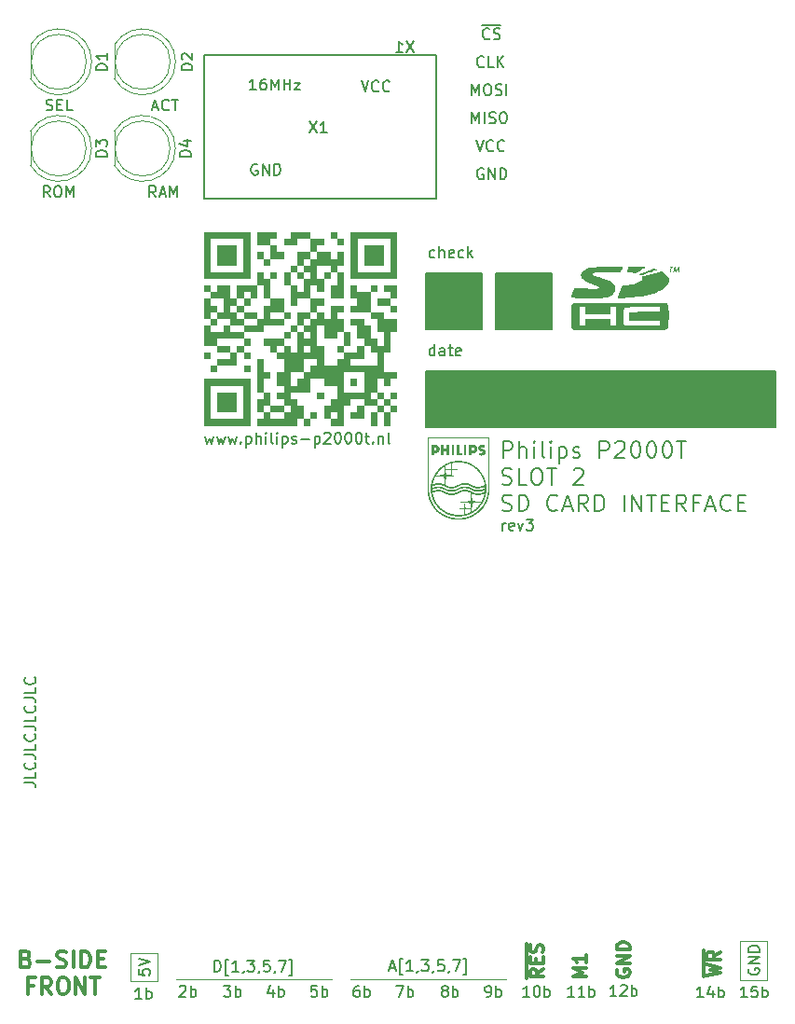
<source format=gbr>
%TF.GenerationSoftware,KiCad,Pcbnew,7.0.10*%
%TF.CreationDate,2024-03-26T22:20:27+01:00*%
%TF.ProjectId,port2-sdcard-interface,706f7274-322d-4736-9463-6172642d696e,rev3*%
%TF.SameCoordinates,Original*%
%TF.FileFunction,Legend,Top*%
%TF.FilePolarity,Positive*%
%FSLAX46Y46*%
G04 Gerber Fmt 4.6, Leading zero omitted, Abs format (unit mm)*
G04 Created by KiCad (PCBNEW 7.0.10) date 2024-03-26 22:20:27*
%MOMM*%
%LPD*%
G01*
G04 APERTURE LIST*
%ADD10C,0.120000*%
%ADD11C,0.150000*%
%ADD12C,0.300000*%
%ADD13C,0.200000*%
G04 APERTURE END LIST*
D10*
X32580800Y-103149600D02*
X32580800Y-105689600D01*
X90353100Y-105562600D02*
X90353100Y-102006600D01*
X34993800Y-103149600D02*
X32580800Y-103149600D01*
X36733700Y-105499100D02*
X50830700Y-105499100D01*
X32580800Y-105689600D02*
X34993800Y-105689600D01*
X52545200Y-105511800D02*
X66644500Y-105511800D01*
D11*
X59417000Y-50278000D02*
X91167000Y-50278000D01*
X91167000Y-55358000D01*
X59417000Y-55358000D01*
X59417000Y-50278000D01*
G36*
X59417000Y-50278000D02*
G01*
X91167000Y-50278000D01*
X91167000Y-55358000D01*
X59417000Y-55358000D01*
X59417000Y-50278000D01*
G37*
X59417000Y-41388000D02*
X64497000Y-41388000D01*
X64497000Y-46468000D01*
X59417000Y-46468000D01*
X59417000Y-41388000D01*
G36*
X59417000Y-41388000D02*
G01*
X64497000Y-41388000D01*
X64497000Y-46468000D01*
X59417000Y-46468000D01*
X59417000Y-41388000D01*
G37*
D10*
X90353100Y-102006600D02*
X87940100Y-102006600D01*
X87940100Y-102006600D02*
X87940100Y-105562600D01*
D11*
X65767000Y-41388000D02*
X70847000Y-41388000D01*
X70847000Y-46468000D01*
X65767000Y-46468000D01*
X65767000Y-41388000D01*
G36*
X65767000Y-41388000D02*
G01*
X70847000Y-41388000D01*
X70847000Y-46468000D01*
X65767000Y-46468000D01*
X65767000Y-41388000D01*
G37*
D10*
X87940100Y-105562600D02*
X90353100Y-105562600D01*
X34993800Y-105689600D02*
X34993800Y-103149600D01*
D11*
X39198600Y-21576000D02*
X60280600Y-21576000D01*
X60280600Y-34682400D01*
X39198600Y-34682400D01*
X39198600Y-21576000D01*
X88712538Y-104546504D02*
X88664919Y-104641742D01*
X88664919Y-104641742D02*
X88664919Y-104784599D01*
X88664919Y-104784599D02*
X88712538Y-104927456D01*
X88712538Y-104927456D02*
X88807776Y-105022694D01*
X88807776Y-105022694D02*
X88903014Y-105070313D01*
X88903014Y-105070313D02*
X89093490Y-105117932D01*
X89093490Y-105117932D02*
X89236347Y-105117932D01*
X89236347Y-105117932D02*
X89426823Y-105070313D01*
X89426823Y-105070313D02*
X89522061Y-105022694D01*
X89522061Y-105022694D02*
X89617300Y-104927456D01*
X89617300Y-104927456D02*
X89664919Y-104784599D01*
X89664919Y-104784599D02*
X89664919Y-104689361D01*
X89664919Y-104689361D02*
X89617300Y-104546504D01*
X89617300Y-104546504D02*
X89569680Y-104498885D01*
X89569680Y-104498885D02*
X89236347Y-104498885D01*
X89236347Y-104498885D02*
X89236347Y-104689361D01*
X89664919Y-104070313D02*
X88664919Y-104070313D01*
X88664919Y-104070313D02*
X89664919Y-103498885D01*
X89664919Y-103498885D02*
X88664919Y-103498885D01*
X89664919Y-103022694D02*
X88664919Y-103022694D01*
X88664919Y-103022694D02*
X88664919Y-102784599D01*
X88664919Y-102784599D02*
X88712538Y-102641742D01*
X88712538Y-102641742D02*
X88807776Y-102546504D01*
X88807776Y-102546504D02*
X88903014Y-102498885D01*
X88903014Y-102498885D02*
X89093490Y-102451266D01*
X89093490Y-102451266D02*
X89236347Y-102451266D01*
X89236347Y-102451266D02*
X89426823Y-102498885D01*
X89426823Y-102498885D02*
X89522061Y-102546504D01*
X89522061Y-102546504D02*
X89617300Y-102641742D01*
X89617300Y-102641742D02*
X89664919Y-102784599D01*
X89664919Y-102784599D02*
X89664919Y-103022694D01*
X33305619Y-104610076D02*
X33305619Y-105086266D01*
X33305619Y-105086266D02*
X33781809Y-105133885D01*
X33781809Y-105133885D02*
X33734190Y-105086266D01*
X33734190Y-105086266D02*
X33686571Y-104991028D01*
X33686571Y-104991028D02*
X33686571Y-104752933D01*
X33686571Y-104752933D02*
X33734190Y-104657695D01*
X33734190Y-104657695D02*
X33781809Y-104610076D01*
X33781809Y-104610076D02*
X33877047Y-104562457D01*
X33877047Y-104562457D02*
X34115142Y-104562457D01*
X34115142Y-104562457D02*
X34210380Y-104610076D01*
X34210380Y-104610076D02*
X34258000Y-104657695D01*
X34258000Y-104657695D02*
X34305619Y-104752933D01*
X34305619Y-104752933D02*
X34305619Y-104991028D01*
X34305619Y-104991028D02*
X34258000Y-105086266D01*
X34258000Y-105086266D02*
X34210380Y-105133885D01*
X33305619Y-104276742D02*
X34305619Y-103943409D01*
X34305619Y-103943409D02*
X33305619Y-103610076D01*
X64643207Y-22620580D02*
X64595588Y-22668200D01*
X64595588Y-22668200D02*
X64452731Y-22715819D01*
X64452731Y-22715819D02*
X64357493Y-22715819D01*
X64357493Y-22715819D02*
X64214636Y-22668200D01*
X64214636Y-22668200D02*
X64119398Y-22572961D01*
X64119398Y-22572961D02*
X64071779Y-22477723D01*
X64071779Y-22477723D02*
X64024160Y-22287247D01*
X64024160Y-22287247D02*
X64024160Y-22144390D01*
X64024160Y-22144390D02*
X64071779Y-21953914D01*
X64071779Y-21953914D02*
X64119398Y-21858676D01*
X64119398Y-21858676D02*
X64214636Y-21763438D01*
X64214636Y-21763438D02*
X64357493Y-21715819D01*
X64357493Y-21715819D02*
X64452731Y-21715819D01*
X64452731Y-21715819D02*
X64595588Y-21763438D01*
X64595588Y-21763438D02*
X64643207Y-21811057D01*
X65547969Y-22715819D02*
X65071779Y-22715819D01*
X65071779Y-22715819D02*
X65071779Y-21715819D01*
X65881303Y-22715819D02*
X65881303Y-21715819D01*
X66452731Y-22715819D02*
X66024160Y-22144390D01*
X66452731Y-21715819D02*
X65881303Y-22287247D01*
X63928922Y-29335819D02*
X64262255Y-30335819D01*
X64262255Y-30335819D02*
X64595588Y-29335819D01*
X65500350Y-30240580D02*
X65452731Y-30288200D01*
X65452731Y-30288200D02*
X65309874Y-30335819D01*
X65309874Y-30335819D02*
X65214636Y-30335819D01*
X65214636Y-30335819D02*
X65071779Y-30288200D01*
X65071779Y-30288200D02*
X64976541Y-30192961D01*
X64976541Y-30192961D02*
X64928922Y-30097723D01*
X64928922Y-30097723D02*
X64881303Y-29907247D01*
X64881303Y-29907247D02*
X64881303Y-29764390D01*
X64881303Y-29764390D02*
X64928922Y-29573914D01*
X64928922Y-29573914D02*
X64976541Y-29478676D01*
X64976541Y-29478676D02*
X65071779Y-29383438D01*
X65071779Y-29383438D02*
X65214636Y-29335819D01*
X65214636Y-29335819D02*
X65309874Y-29335819D01*
X65309874Y-29335819D02*
X65452731Y-29383438D01*
X65452731Y-29383438D02*
X65500350Y-29431057D01*
X66500350Y-30240580D02*
X66452731Y-30288200D01*
X66452731Y-30288200D02*
X66309874Y-30335819D01*
X66309874Y-30335819D02*
X66214636Y-30335819D01*
X66214636Y-30335819D02*
X66071779Y-30288200D01*
X66071779Y-30288200D02*
X65976541Y-30192961D01*
X65976541Y-30192961D02*
X65928922Y-30097723D01*
X65928922Y-30097723D02*
X65881303Y-29907247D01*
X65881303Y-29907247D02*
X65881303Y-29764390D01*
X65881303Y-29764390D02*
X65928922Y-29573914D01*
X65928922Y-29573914D02*
X65976541Y-29478676D01*
X65976541Y-29478676D02*
X66071779Y-29383438D01*
X66071779Y-29383438D02*
X66214636Y-29335819D01*
X66214636Y-29335819D02*
X66309874Y-29335819D01*
X66309874Y-29335819D02*
X66452731Y-29383438D01*
X66452731Y-29383438D02*
X66500350Y-29431057D01*
X63563779Y-27795819D02*
X63563779Y-26795819D01*
X63563779Y-26795819D02*
X63897112Y-27510104D01*
X63897112Y-27510104D02*
X64230445Y-26795819D01*
X64230445Y-26795819D02*
X64230445Y-27795819D01*
X64706636Y-27795819D02*
X64706636Y-26795819D01*
X65135207Y-27748200D02*
X65278064Y-27795819D01*
X65278064Y-27795819D02*
X65516159Y-27795819D01*
X65516159Y-27795819D02*
X65611397Y-27748200D01*
X65611397Y-27748200D02*
X65659016Y-27700580D01*
X65659016Y-27700580D02*
X65706635Y-27605342D01*
X65706635Y-27605342D02*
X65706635Y-27510104D01*
X65706635Y-27510104D02*
X65659016Y-27414866D01*
X65659016Y-27414866D02*
X65611397Y-27367247D01*
X65611397Y-27367247D02*
X65516159Y-27319628D01*
X65516159Y-27319628D02*
X65325683Y-27272009D01*
X65325683Y-27272009D02*
X65230445Y-27224390D01*
X65230445Y-27224390D02*
X65182826Y-27176771D01*
X65182826Y-27176771D02*
X65135207Y-27081533D01*
X65135207Y-27081533D02*
X65135207Y-26986295D01*
X65135207Y-26986295D02*
X65182826Y-26891057D01*
X65182826Y-26891057D02*
X65230445Y-26843438D01*
X65230445Y-26843438D02*
X65325683Y-26795819D01*
X65325683Y-26795819D02*
X65563778Y-26795819D01*
X65563778Y-26795819D02*
X65706635Y-26843438D01*
X66325683Y-26795819D02*
X66516159Y-26795819D01*
X66516159Y-26795819D02*
X66611397Y-26843438D01*
X66611397Y-26843438D02*
X66706635Y-26938676D01*
X66706635Y-26938676D02*
X66754254Y-27129152D01*
X66754254Y-27129152D02*
X66754254Y-27462485D01*
X66754254Y-27462485D02*
X66706635Y-27652961D01*
X66706635Y-27652961D02*
X66611397Y-27748200D01*
X66611397Y-27748200D02*
X66516159Y-27795819D01*
X66516159Y-27795819D02*
X66325683Y-27795819D01*
X66325683Y-27795819D02*
X66230445Y-27748200D01*
X66230445Y-27748200D02*
X66135207Y-27652961D01*
X66135207Y-27652961D02*
X66087588Y-27462485D01*
X66087588Y-27462485D02*
X66087588Y-27129152D01*
X66087588Y-27129152D02*
X66135207Y-26938676D01*
X66135207Y-26938676D02*
X66230445Y-26843438D01*
X66230445Y-26843438D02*
X66325683Y-26795819D01*
D12*
X73969892Y-105289356D02*
X72769892Y-105289356D01*
X72769892Y-105289356D02*
X73627035Y-104889356D01*
X73627035Y-104889356D02*
X72769892Y-104489356D01*
X72769892Y-104489356D02*
X73969892Y-104489356D01*
X73969892Y-103289356D02*
X73969892Y-103975070D01*
X73969892Y-103632213D02*
X72769892Y-103632213D01*
X72769892Y-103632213D02*
X72941321Y-103746499D01*
X72941321Y-103746499D02*
X73055607Y-103860784D01*
X73055607Y-103860784D02*
X73112750Y-103975070D01*
D11*
X76692742Y-107033419D02*
X76121314Y-107033419D01*
X76407028Y-107033419D02*
X76407028Y-106033419D01*
X76407028Y-106033419D02*
X76311790Y-106176276D01*
X76311790Y-106176276D02*
X76216552Y-106271514D01*
X76216552Y-106271514D02*
X76121314Y-106319133D01*
X77073695Y-106128657D02*
X77121314Y-106081038D01*
X77121314Y-106081038D02*
X77216552Y-106033419D01*
X77216552Y-106033419D02*
X77454647Y-106033419D01*
X77454647Y-106033419D02*
X77549885Y-106081038D01*
X77549885Y-106081038D02*
X77597504Y-106128657D01*
X77597504Y-106128657D02*
X77645123Y-106223895D01*
X77645123Y-106223895D02*
X77645123Y-106319133D01*
X77645123Y-106319133D02*
X77597504Y-106461990D01*
X77597504Y-106461990D02*
X77026076Y-107033419D01*
X77026076Y-107033419D02*
X77645123Y-107033419D01*
X78073695Y-107033419D02*
X78073695Y-106033419D01*
X78073695Y-106414371D02*
X78168933Y-106366752D01*
X78168933Y-106366752D02*
X78359409Y-106366752D01*
X78359409Y-106366752D02*
X78454647Y-106414371D01*
X78454647Y-106414371D02*
X78502266Y-106461990D01*
X78502266Y-106461990D02*
X78549885Y-106557228D01*
X78549885Y-106557228D02*
X78549885Y-106842942D01*
X78549885Y-106842942D02*
X78502266Y-106938180D01*
X78502266Y-106938180D02*
X78454647Y-106985800D01*
X78454647Y-106985800D02*
X78359409Y-107033419D01*
X78359409Y-107033419D02*
X78168933Y-107033419D01*
X78168933Y-107033419D02*
X78073695Y-106985800D01*
D13*
X66382720Y-58198528D02*
X66382720Y-56698528D01*
X66382720Y-56698528D02*
X66954149Y-56698528D01*
X66954149Y-56698528D02*
X67097006Y-56769957D01*
X67097006Y-56769957D02*
X67168435Y-56841385D01*
X67168435Y-56841385D02*
X67239863Y-56984242D01*
X67239863Y-56984242D02*
X67239863Y-57198528D01*
X67239863Y-57198528D02*
X67168435Y-57341385D01*
X67168435Y-57341385D02*
X67097006Y-57412814D01*
X67097006Y-57412814D02*
X66954149Y-57484242D01*
X66954149Y-57484242D02*
X66382720Y-57484242D01*
X67882720Y-58198528D02*
X67882720Y-56698528D01*
X68525578Y-58198528D02*
X68525578Y-57412814D01*
X68525578Y-57412814D02*
X68454149Y-57269957D01*
X68454149Y-57269957D02*
X68311292Y-57198528D01*
X68311292Y-57198528D02*
X68097006Y-57198528D01*
X68097006Y-57198528D02*
X67954149Y-57269957D01*
X67954149Y-57269957D02*
X67882720Y-57341385D01*
X69239863Y-58198528D02*
X69239863Y-57198528D01*
X69239863Y-56698528D02*
X69168435Y-56769957D01*
X69168435Y-56769957D02*
X69239863Y-56841385D01*
X69239863Y-56841385D02*
X69311292Y-56769957D01*
X69311292Y-56769957D02*
X69239863Y-56698528D01*
X69239863Y-56698528D02*
X69239863Y-56841385D01*
X70168435Y-58198528D02*
X70025578Y-58127100D01*
X70025578Y-58127100D02*
X69954149Y-57984242D01*
X69954149Y-57984242D02*
X69954149Y-56698528D01*
X70739863Y-58198528D02*
X70739863Y-57198528D01*
X70739863Y-56698528D02*
X70668435Y-56769957D01*
X70668435Y-56769957D02*
X70739863Y-56841385D01*
X70739863Y-56841385D02*
X70811292Y-56769957D01*
X70811292Y-56769957D02*
X70739863Y-56698528D01*
X70739863Y-56698528D02*
X70739863Y-56841385D01*
X71454149Y-57198528D02*
X71454149Y-58698528D01*
X71454149Y-57269957D02*
X71597007Y-57198528D01*
X71597007Y-57198528D02*
X71882721Y-57198528D01*
X71882721Y-57198528D02*
X72025578Y-57269957D01*
X72025578Y-57269957D02*
X72097007Y-57341385D01*
X72097007Y-57341385D02*
X72168435Y-57484242D01*
X72168435Y-57484242D02*
X72168435Y-57912814D01*
X72168435Y-57912814D02*
X72097007Y-58055671D01*
X72097007Y-58055671D02*
X72025578Y-58127100D01*
X72025578Y-58127100D02*
X71882721Y-58198528D01*
X71882721Y-58198528D02*
X71597007Y-58198528D01*
X71597007Y-58198528D02*
X71454149Y-58127100D01*
X72739864Y-58127100D02*
X72882721Y-58198528D01*
X72882721Y-58198528D02*
X73168435Y-58198528D01*
X73168435Y-58198528D02*
X73311292Y-58127100D01*
X73311292Y-58127100D02*
X73382721Y-57984242D01*
X73382721Y-57984242D02*
X73382721Y-57912814D01*
X73382721Y-57912814D02*
X73311292Y-57769957D01*
X73311292Y-57769957D02*
X73168435Y-57698528D01*
X73168435Y-57698528D02*
X72954150Y-57698528D01*
X72954150Y-57698528D02*
X72811292Y-57627100D01*
X72811292Y-57627100D02*
X72739864Y-57484242D01*
X72739864Y-57484242D02*
X72739864Y-57412814D01*
X72739864Y-57412814D02*
X72811292Y-57269957D01*
X72811292Y-57269957D02*
X72954150Y-57198528D01*
X72954150Y-57198528D02*
X73168435Y-57198528D01*
X73168435Y-57198528D02*
X73311292Y-57269957D01*
X75168435Y-58198528D02*
X75168435Y-56698528D01*
X75168435Y-56698528D02*
X75739864Y-56698528D01*
X75739864Y-56698528D02*
X75882721Y-56769957D01*
X75882721Y-56769957D02*
X75954150Y-56841385D01*
X75954150Y-56841385D02*
X76025578Y-56984242D01*
X76025578Y-56984242D02*
X76025578Y-57198528D01*
X76025578Y-57198528D02*
X75954150Y-57341385D01*
X75954150Y-57341385D02*
X75882721Y-57412814D01*
X75882721Y-57412814D02*
X75739864Y-57484242D01*
X75739864Y-57484242D02*
X75168435Y-57484242D01*
X76597007Y-56841385D02*
X76668435Y-56769957D01*
X76668435Y-56769957D02*
X76811293Y-56698528D01*
X76811293Y-56698528D02*
X77168435Y-56698528D01*
X77168435Y-56698528D02*
X77311293Y-56769957D01*
X77311293Y-56769957D02*
X77382721Y-56841385D01*
X77382721Y-56841385D02*
X77454150Y-56984242D01*
X77454150Y-56984242D02*
X77454150Y-57127100D01*
X77454150Y-57127100D02*
X77382721Y-57341385D01*
X77382721Y-57341385D02*
X76525578Y-58198528D01*
X76525578Y-58198528D02*
X77454150Y-58198528D01*
X78382721Y-56698528D02*
X78525578Y-56698528D01*
X78525578Y-56698528D02*
X78668435Y-56769957D01*
X78668435Y-56769957D02*
X78739864Y-56841385D01*
X78739864Y-56841385D02*
X78811292Y-56984242D01*
X78811292Y-56984242D02*
X78882721Y-57269957D01*
X78882721Y-57269957D02*
X78882721Y-57627100D01*
X78882721Y-57627100D02*
X78811292Y-57912814D01*
X78811292Y-57912814D02*
X78739864Y-58055671D01*
X78739864Y-58055671D02*
X78668435Y-58127100D01*
X78668435Y-58127100D02*
X78525578Y-58198528D01*
X78525578Y-58198528D02*
X78382721Y-58198528D01*
X78382721Y-58198528D02*
X78239864Y-58127100D01*
X78239864Y-58127100D02*
X78168435Y-58055671D01*
X78168435Y-58055671D02*
X78097006Y-57912814D01*
X78097006Y-57912814D02*
X78025578Y-57627100D01*
X78025578Y-57627100D02*
X78025578Y-57269957D01*
X78025578Y-57269957D02*
X78097006Y-56984242D01*
X78097006Y-56984242D02*
X78168435Y-56841385D01*
X78168435Y-56841385D02*
X78239864Y-56769957D01*
X78239864Y-56769957D02*
X78382721Y-56698528D01*
X79811292Y-56698528D02*
X79954149Y-56698528D01*
X79954149Y-56698528D02*
X80097006Y-56769957D01*
X80097006Y-56769957D02*
X80168435Y-56841385D01*
X80168435Y-56841385D02*
X80239863Y-56984242D01*
X80239863Y-56984242D02*
X80311292Y-57269957D01*
X80311292Y-57269957D02*
X80311292Y-57627100D01*
X80311292Y-57627100D02*
X80239863Y-57912814D01*
X80239863Y-57912814D02*
X80168435Y-58055671D01*
X80168435Y-58055671D02*
X80097006Y-58127100D01*
X80097006Y-58127100D02*
X79954149Y-58198528D01*
X79954149Y-58198528D02*
X79811292Y-58198528D01*
X79811292Y-58198528D02*
X79668435Y-58127100D01*
X79668435Y-58127100D02*
X79597006Y-58055671D01*
X79597006Y-58055671D02*
X79525577Y-57912814D01*
X79525577Y-57912814D02*
X79454149Y-57627100D01*
X79454149Y-57627100D02*
X79454149Y-57269957D01*
X79454149Y-57269957D02*
X79525577Y-56984242D01*
X79525577Y-56984242D02*
X79597006Y-56841385D01*
X79597006Y-56841385D02*
X79668435Y-56769957D01*
X79668435Y-56769957D02*
X79811292Y-56698528D01*
X81239863Y-56698528D02*
X81382720Y-56698528D01*
X81382720Y-56698528D02*
X81525577Y-56769957D01*
X81525577Y-56769957D02*
X81597006Y-56841385D01*
X81597006Y-56841385D02*
X81668434Y-56984242D01*
X81668434Y-56984242D02*
X81739863Y-57269957D01*
X81739863Y-57269957D02*
X81739863Y-57627100D01*
X81739863Y-57627100D02*
X81668434Y-57912814D01*
X81668434Y-57912814D02*
X81597006Y-58055671D01*
X81597006Y-58055671D02*
X81525577Y-58127100D01*
X81525577Y-58127100D02*
X81382720Y-58198528D01*
X81382720Y-58198528D02*
X81239863Y-58198528D01*
X81239863Y-58198528D02*
X81097006Y-58127100D01*
X81097006Y-58127100D02*
X81025577Y-58055671D01*
X81025577Y-58055671D02*
X80954148Y-57912814D01*
X80954148Y-57912814D02*
X80882720Y-57627100D01*
X80882720Y-57627100D02*
X80882720Y-57269957D01*
X80882720Y-57269957D02*
X80954148Y-56984242D01*
X80954148Y-56984242D02*
X81025577Y-56841385D01*
X81025577Y-56841385D02*
X81097006Y-56769957D01*
X81097006Y-56769957D02*
X81239863Y-56698528D01*
X82168434Y-56698528D02*
X83025577Y-56698528D01*
X82597005Y-58198528D02*
X82597005Y-56698528D01*
X66311292Y-60542100D02*
X66525578Y-60613528D01*
X66525578Y-60613528D02*
X66882720Y-60613528D01*
X66882720Y-60613528D02*
X67025578Y-60542100D01*
X67025578Y-60542100D02*
X67097006Y-60470671D01*
X67097006Y-60470671D02*
X67168435Y-60327814D01*
X67168435Y-60327814D02*
X67168435Y-60184957D01*
X67168435Y-60184957D02*
X67097006Y-60042100D01*
X67097006Y-60042100D02*
X67025578Y-59970671D01*
X67025578Y-59970671D02*
X66882720Y-59899242D01*
X66882720Y-59899242D02*
X66597006Y-59827814D01*
X66597006Y-59827814D02*
X66454149Y-59756385D01*
X66454149Y-59756385D02*
X66382720Y-59684957D01*
X66382720Y-59684957D02*
X66311292Y-59542100D01*
X66311292Y-59542100D02*
X66311292Y-59399242D01*
X66311292Y-59399242D02*
X66382720Y-59256385D01*
X66382720Y-59256385D02*
X66454149Y-59184957D01*
X66454149Y-59184957D02*
X66597006Y-59113528D01*
X66597006Y-59113528D02*
X66954149Y-59113528D01*
X66954149Y-59113528D02*
X67168435Y-59184957D01*
X68525577Y-60613528D02*
X67811291Y-60613528D01*
X67811291Y-60613528D02*
X67811291Y-59113528D01*
X69311292Y-59113528D02*
X69597006Y-59113528D01*
X69597006Y-59113528D02*
X69739863Y-59184957D01*
X69739863Y-59184957D02*
X69882720Y-59327814D01*
X69882720Y-59327814D02*
X69954149Y-59613528D01*
X69954149Y-59613528D02*
X69954149Y-60113528D01*
X69954149Y-60113528D02*
X69882720Y-60399242D01*
X69882720Y-60399242D02*
X69739863Y-60542100D01*
X69739863Y-60542100D02*
X69597006Y-60613528D01*
X69597006Y-60613528D02*
X69311292Y-60613528D01*
X69311292Y-60613528D02*
X69168435Y-60542100D01*
X69168435Y-60542100D02*
X69025577Y-60399242D01*
X69025577Y-60399242D02*
X68954149Y-60113528D01*
X68954149Y-60113528D02*
X68954149Y-59613528D01*
X68954149Y-59613528D02*
X69025577Y-59327814D01*
X69025577Y-59327814D02*
X69168435Y-59184957D01*
X69168435Y-59184957D02*
X69311292Y-59113528D01*
X70382721Y-59113528D02*
X71239864Y-59113528D01*
X70811292Y-60613528D02*
X70811292Y-59113528D01*
X72811292Y-59256385D02*
X72882720Y-59184957D01*
X72882720Y-59184957D02*
X73025578Y-59113528D01*
X73025578Y-59113528D02*
X73382720Y-59113528D01*
X73382720Y-59113528D02*
X73525578Y-59184957D01*
X73525578Y-59184957D02*
X73597006Y-59256385D01*
X73597006Y-59256385D02*
X73668435Y-59399242D01*
X73668435Y-59399242D02*
X73668435Y-59542100D01*
X73668435Y-59542100D02*
X73597006Y-59756385D01*
X73597006Y-59756385D02*
X72739863Y-60613528D01*
X72739863Y-60613528D02*
X73668435Y-60613528D01*
X66311292Y-62957100D02*
X66525578Y-63028528D01*
X66525578Y-63028528D02*
X66882720Y-63028528D01*
X66882720Y-63028528D02*
X67025578Y-62957100D01*
X67025578Y-62957100D02*
X67097006Y-62885671D01*
X67097006Y-62885671D02*
X67168435Y-62742814D01*
X67168435Y-62742814D02*
X67168435Y-62599957D01*
X67168435Y-62599957D02*
X67097006Y-62457100D01*
X67097006Y-62457100D02*
X67025578Y-62385671D01*
X67025578Y-62385671D02*
X66882720Y-62314242D01*
X66882720Y-62314242D02*
X66597006Y-62242814D01*
X66597006Y-62242814D02*
X66454149Y-62171385D01*
X66454149Y-62171385D02*
X66382720Y-62099957D01*
X66382720Y-62099957D02*
X66311292Y-61957100D01*
X66311292Y-61957100D02*
X66311292Y-61814242D01*
X66311292Y-61814242D02*
X66382720Y-61671385D01*
X66382720Y-61671385D02*
X66454149Y-61599957D01*
X66454149Y-61599957D02*
X66597006Y-61528528D01*
X66597006Y-61528528D02*
X66954149Y-61528528D01*
X66954149Y-61528528D02*
X67168435Y-61599957D01*
X67811291Y-63028528D02*
X67811291Y-61528528D01*
X67811291Y-61528528D02*
X68168434Y-61528528D01*
X68168434Y-61528528D02*
X68382720Y-61599957D01*
X68382720Y-61599957D02*
X68525577Y-61742814D01*
X68525577Y-61742814D02*
X68597006Y-61885671D01*
X68597006Y-61885671D02*
X68668434Y-62171385D01*
X68668434Y-62171385D02*
X68668434Y-62385671D01*
X68668434Y-62385671D02*
X68597006Y-62671385D01*
X68597006Y-62671385D02*
X68525577Y-62814242D01*
X68525577Y-62814242D02*
X68382720Y-62957100D01*
X68382720Y-62957100D02*
X68168434Y-63028528D01*
X68168434Y-63028528D02*
X67811291Y-63028528D01*
X71311291Y-62885671D02*
X71239863Y-62957100D01*
X71239863Y-62957100D02*
X71025577Y-63028528D01*
X71025577Y-63028528D02*
X70882720Y-63028528D01*
X70882720Y-63028528D02*
X70668434Y-62957100D01*
X70668434Y-62957100D02*
X70525577Y-62814242D01*
X70525577Y-62814242D02*
X70454148Y-62671385D01*
X70454148Y-62671385D02*
X70382720Y-62385671D01*
X70382720Y-62385671D02*
X70382720Y-62171385D01*
X70382720Y-62171385D02*
X70454148Y-61885671D01*
X70454148Y-61885671D02*
X70525577Y-61742814D01*
X70525577Y-61742814D02*
X70668434Y-61599957D01*
X70668434Y-61599957D02*
X70882720Y-61528528D01*
X70882720Y-61528528D02*
X71025577Y-61528528D01*
X71025577Y-61528528D02*
X71239863Y-61599957D01*
X71239863Y-61599957D02*
X71311291Y-61671385D01*
X71882720Y-62599957D02*
X72597006Y-62599957D01*
X71739863Y-63028528D02*
X72239863Y-61528528D01*
X72239863Y-61528528D02*
X72739863Y-63028528D01*
X74097005Y-63028528D02*
X73597005Y-62314242D01*
X73239862Y-63028528D02*
X73239862Y-61528528D01*
X73239862Y-61528528D02*
X73811291Y-61528528D01*
X73811291Y-61528528D02*
X73954148Y-61599957D01*
X73954148Y-61599957D02*
X74025577Y-61671385D01*
X74025577Y-61671385D02*
X74097005Y-61814242D01*
X74097005Y-61814242D02*
X74097005Y-62028528D01*
X74097005Y-62028528D02*
X74025577Y-62171385D01*
X74025577Y-62171385D02*
X73954148Y-62242814D01*
X73954148Y-62242814D02*
X73811291Y-62314242D01*
X73811291Y-62314242D02*
X73239862Y-62314242D01*
X74739862Y-63028528D02*
X74739862Y-61528528D01*
X74739862Y-61528528D02*
X75097005Y-61528528D01*
X75097005Y-61528528D02*
X75311291Y-61599957D01*
X75311291Y-61599957D02*
X75454148Y-61742814D01*
X75454148Y-61742814D02*
X75525577Y-61885671D01*
X75525577Y-61885671D02*
X75597005Y-62171385D01*
X75597005Y-62171385D02*
X75597005Y-62385671D01*
X75597005Y-62385671D02*
X75525577Y-62671385D01*
X75525577Y-62671385D02*
X75454148Y-62814242D01*
X75454148Y-62814242D02*
X75311291Y-62957100D01*
X75311291Y-62957100D02*
X75097005Y-63028528D01*
X75097005Y-63028528D02*
X74739862Y-63028528D01*
X77382719Y-63028528D02*
X77382719Y-61528528D01*
X78097005Y-63028528D02*
X78097005Y-61528528D01*
X78097005Y-61528528D02*
X78954148Y-63028528D01*
X78954148Y-63028528D02*
X78954148Y-61528528D01*
X79454149Y-61528528D02*
X80311292Y-61528528D01*
X79882720Y-63028528D02*
X79882720Y-61528528D01*
X80811291Y-62242814D02*
X81311291Y-62242814D01*
X81525577Y-63028528D02*
X80811291Y-63028528D01*
X80811291Y-63028528D02*
X80811291Y-61528528D01*
X80811291Y-61528528D02*
X81525577Y-61528528D01*
X83025577Y-63028528D02*
X82525577Y-62314242D01*
X82168434Y-63028528D02*
X82168434Y-61528528D01*
X82168434Y-61528528D02*
X82739863Y-61528528D01*
X82739863Y-61528528D02*
X82882720Y-61599957D01*
X82882720Y-61599957D02*
X82954149Y-61671385D01*
X82954149Y-61671385D02*
X83025577Y-61814242D01*
X83025577Y-61814242D02*
X83025577Y-62028528D01*
X83025577Y-62028528D02*
X82954149Y-62171385D01*
X82954149Y-62171385D02*
X82882720Y-62242814D01*
X82882720Y-62242814D02*
X82739863Y-62314242D01*
X82739863Y-62314242D02*
X82168434Y-62314242D01*
X84168434Y-62242814D02*
X83668434Y-62242814D01*
X83668434Y-63028528D02*
X83668434Y-61528528D01*
X83668434Y-61528528D02*
X84382720Y-61528528D01*
X84882720Y-62599957D02*
X85597006Y-62599957D01*
X84739863Y-63028528D02*
X85239863Y-61528528D01*
X85239863Y-61528528D02*
X85739863Y-63028528D01*
X87097005Y-62885671D02*
X87025577Y-62957100D01*
X87025577Y-62957100D02*
X86811291Y-63028528D01*
X86811291Y-63028528D02*
X86668434Y-63028528D01*
X86668434Y-63028528D02*
X86454148Y-62957100D01*
X86454148Y-62957100D02*
X86311291Y-62814242D01*
X86311291Y-62814242D02*
X86239862Y-62671385D01*
X86239862Y-62671385D02*
X86168434Y-62385671D01*
X86168434Y-62385671D02*
X86168434Y-62171385D01*
X86168434Y-62171385D02*
X86239862Y-61885671D01*
X86239862Y-61885671D02*
X86311291Y-61742814D01*
X86311291Y-61742814D02*
X86454148Y-61599957D01*
X86454148Y-61599957D02*
X86668434Y-61528528D01*
X86668434Y-61528528D02*
X86811291Y-61528528D01*
X86811291Y-61528528D02*
X87025577Y-61599957D01*
X87025577Y-61599957D02*
X87097005Y-61671385D01*
X87739862Y-62242814D02*
X88239862Y-62242814D01*
X88454148Y-63028528D02*
X87739862Y-63028528D01*
X87739862Y-63028528D02*
X87739862Y-61528528D01*
X87739862Y-61528528D02*
X88454148Y-61528528D01*
D11*
X49473414Y-106096919D02*
X48997224Y-106096919D01*
X48997224Y-106096919D02*
X48949605Y-106573109D01*
X48949605Y-106573109D02*
X48997224Y-106525490D01*
X48997224Y-106525490D02*
X49092462Y-106477871D01*
X49092462Y-106477871D02*
X49330557Y-106477871D01*
X49330557Y-106477871D02*
X49425795Y-106525490D01*
X49425795Y-106525490D02*
X49473414Y-106573109D01*
X49473414Y-106573109D02*
X49521033Y-106668347D01*
X49521033Y-106668347D02*
X49521033Y-106906442D01*
X49521033Y-106906442D02*
X49473414Y-107001680D01*
X49473414Y-107001680D02*
X49425795Y-107049300D01*
X49425795Y-107049300D02*
X49330557Y-107096919D01*
X49330557Y-107096919D02*
X49092462Y-107096919D01*
X49092462Y-107096919D02*
X48997224Y-107049300D01*
X48997224Y-107049300D02*
X48949605Y-107001680D01*
X49949605Y-107096919D02*
X49949605Y-106096919D01*
X49949605Y-106477871D02*
X50044843Y-106430252D01*
X50044843Y-106430252D02*
X50235319Y-106430252D01*
X50235319Y-106430252D02*
X50330557Y-106477871D01*
X50330557Y-106477871D02*
X50378176Y-106525490D01*
X50378176Y-106525490D02*
X50425795Y-106620728D01*
X50425795Y-106620728D02*
X50425795Y-106906442D01*
X50425795Y-106906442D02*
X50378176Y-107001680D01*
X50378176Y-107001680D02*
X50330557Y-107049300D01*
X50330557Y-107049300D02*
X50235319Y-107096919D01*
X50235319Y-107096919D02*
X50044843Y-107096919D01*
X50044843Y-107096919D02*
X49949605Y-107049300D01*
X41027986Y-106096919D02*
X41647033Y-106096919D01*
X41647033Y-106096919D02*
X41313700Y-106477871D01*
X41313700Y-106477871D02*
X41456557Y-106477871D01*
X41456557Y-106477871D02*
X41551795Y-106525490D01*
X41551795Y-106525490D02*
X41599414Y-106573109D01*
X41599414Y-106573109D02*
X41647033Y-106668347D01*
X41647033Y-106668347D02*
X41647033Y-106906442D01*
X41647033Y-106906442D02*
X41599414Y-107001680D01*
X41599414Y-107001680D02*
X41551795Y-107049300D01*
X41551795Y-107049300D02*
X41456557Y-107096919D01*
X41456557Y-107096919D02*
X41170843Y-107096919D01*
X41170843Y-107096919D02*
X41075605Y-107049300D01*
X41075605Y-107049300D02*
X41027986Y-107001680D01*
X42075605Y-107096919D02*
X42075605Y-106096919D01*
X42075605Y-106477871D02*
X42170843Y-106430252D01*
X42170843Y-106430252D02*
X42361319Y-106430252D01*
X42361319Y-106430252D02*
X42456557Y-106477871D01*
X42456557Y-106477871D02*
X42504176Y-106525490D01*
X42504176Y-106525490D02*
X42551795Y-106620728D01*
X42551795Y-106620728D02*
X42551795Y-106906442D01*
X42551795Y-106906442D02*
X42504176Y-107001680D01*
X42504176Y-107001680D02*
X42456557Y-107049300D01*
X42456557Y-107049300D02*
X42361319Y-107096919D01*
X42361319Y-107096919D02*
X42170843Y-107096919D01*
X42170843Y-107096919D02*
X42075605Y-107049300D01*
X64856343Y-107109619D02*
X65046819Y-107109619D01*
X65046819Y-107109619D02*
X65142057Y-107062000D01*
X65142057Y-107062000D02*
X65189676Y-107014380D01*
X65189676Y-107014380D02*
X65284914Y-106871523D01*
X65284914Y-106871523D02*
X65332533Y-106681047D01*
X65332533Y-106681047D02*
X65332533Y-106300095D01*
X65332533Y-106300095D02*
X65284914Y-106204857D01*
X65284914Y-106204857D02*
X65237295Y-106157238D01*
X65237295Y-106157238D02*
X65142057Y-106109619D01*
X65142057Y-106109619D02*
X64951581Y-106109619D01*
X64951581Y-106109619D02*
X64856343Y-106157238D01*
X64856343Y-106157238D02*
X64808724Y-106204857D01*
X64808724Y-106204857D02*
X64761105Y-106300095D01*
X64761105Y-106300095D02*
X64761105Y-106538190D01*
X64761105Y-106538190D02*
X64808724Y-106633428D01*
X64808724Y-106633428D02*
X64856343Y-106681047D01*
X64856343Y-106681047D02*
X64951581Y-106728666D01*
X64951581Y-106728666D02*
X65142057Y-106728666D01*
X65142057Y-106728666D02*
X65237295Y-106681047D01*
X65237295Y-106681047D02*
X65284914Y-106633428D01*
X65284914Y-106633428D02*
X65332533Y-106538190D01*
X65761105Y-107109619D02*
X65761105Y-106109619D01*
X65761105Y-106490571D02*
X65856343Y-106442952D01*
X65856343Y-106442952D02*
X66046819Y-106442952D01*
X66046819Y-106442952D02*
X66142057Y-106490571D01*
X66142057Y-106490571D02*
X66189676Y-106538190D01*
X66189676Y-106538190D02*
X66237295Y-106633428D01*
X66237295Y-106633428D02*
X66237295Y-106919142D01*
X66237295Y-106919142D02*
X66189676Y-107014380D01*
X66189676Y-107014380D02*
X66142057Y-107062000D01*
X66142057Y-107062000D02*
X66046819Y-107109619D01*
X66046819Y-107109619D02*
X65856343Y-107109619D01*
X65856343Y-107109619D02*
X65761105Y-107062000D01*
X84592142Y-107160419D02*
X84020714Y-107160419D01*
X84306428Y-107160419D02*
X84306428Y-106160419D01*
X84306428Y-106160419D02*
X84211190Y-106303276D01*
X84211190Y-106303276D02*
X84115952Y-106398514D01*
X84115952Y-106398514D02*
X84020714Y-106446133D01*
X85449285Y-106493752D02*
X85449285Y-107160419D01*
X85211190Y-106112800D02*
X84973095Y-106827085D01*
X84973095Y-106827085D02*
X85592142Y-106827085D01*
X85973095Y-107160419D02*
X85973095Y-106160419D01*
X85973095Y-106541371D02*
X86068333Y-106493752D01*
X86068333Y-106493752D02*
X86258809Y-106493752D01*
X86258809Y-106493752D02*
X86354047Y-106541371D01*
X86354047Y-106541371D02*
X86401666Y-106588990D01*
X86401666Y-106588990D02*
X86449285Y-106684228D01*
X86449285Y-106684228D02*
X86449285Y-106969942D01*
X86449285Y-106969942D02*
X86401666Y-107065180D01*
X86401666Y-107065180D02*
X86354047Y-107112800D01*
X86354047Y-107112800D02*
X86258809Y-107160419D01*
X86258809Y-107160419D02*
X86068333Y-107160419D01*
X86068333Y-107160419D02*
X85973095Y-107112800D01*
X88567242Y-107160419D02*
X87995814Y-107160419D01*
X88281528Y-107160419D02*
X88281528Y-106160419D01*
X88281528Y-106160419D02*
X88186290Y-106303276D01*
X88186290Y-106303276D02*
X88091052Y-106398514D01*
X88091052Y-106398514D02*
X87995814Y-106446133D01*
X89472004Y-106160419D02*
X88995814Y-106160419D01*
X88995814Y-106160419D02*
X88948195Y-106636609D01*
X88948195Y-106636609D02*
X88995814Y-106588990D01*
X88995814Y-106588990D02*
X89091052Y-106541371D01*
X89091052Y-106541371D02*
X89329147Y-106541371D01*
X89329147Y-106541371D02*
X89424385Y-106588990D01*
X89424385Y-106588990D02*
X89472004Y-106636609D01*
X89472004Y-106636609D02*
X89519623Y-106731847D01*
X89519623Y-106731847D02*
X89519623Y-106969942D01*
X89519623Y-106969942D02*
X89472004Y-107065180D01*
X89472004Y-107065180D02*
X89424385Y-107112800D01*
X89424385Y-107112800D02*
X89329147Y-107160419D01*
X89329147Y-107160419D02*
X89091052Y-107160419D01*
X89091052Y-107160419D02*
X88995814Y-107112800D01*
X88995814Y-107112800D02*
X88948195Y-107065180D01*
X89948195Y-107160419D02*
X89948195Y-106160419D01*
X89948195Y-106541371D02*
X90043433Y-106493752D01*
X90043433Y-106493752D02*
X90233909Y-106493752D01*
X90233909Y-106493752D02*
X90329147Y-106541371D01*
X90329147Y-106541371D02*
X90376766Y-106588990D01*
X90376766Y-106588990D02*
X90424385Y-106684228D01*
X90424385Y-106684228D02*
X90424385Y-106969942D01*
X90424385Y-106969942D02*
X90376766Y-107065180D01*
X90376766Y-107065180D02*
X90329147Y-107112800D01*
X90329147Y-107112800D02*
X90233909Y-107160419D01*
X90233909Y-107160419D02*
X90043433Y-107160419D01*
X90043433Y-107160419D02*
X89948195Y-107112800D01*
X56712486Y-106109619D02*
X57379152Y-106109619D01*
X57379152Y-106109619D02*
X56950581Y-107109619D01*
X57760105Y-107109619D02*
X57760105Y-106109619D01*
X57760105Y-106490571D02*
X57855343Y-106442952D01*
X57855343Y-106442952D02*
X58045819Y-106442952D01*
X58045819Y-106442952D02*
X58141057Y-106490571D01*
X58141057Y-106490571D02*
X58188676Y-106538190D01*
X58188676Y-106538190D02*
X58236295Y-106633428D01*
X58236295Y-106633428D02*
X58236295Y-106919142D01*
X58236295Y-106919142D02*
X58188676Y-107014380D01*
X58188676Y-107014380D02*
X58141057Y-107062000D01*
X58141057Y-107062000D02*
X58045819Y-107109619D01*
X58045819Y-107109619D02*
X57855343Y-107109619D01*
X57855343Y-107109619D02*
X57760105Y-107062000D01*
X33557133Y-107287419D02*
X32985705Y-107287419D01*
X33271419Y-107287419D02*
X33271419Y-106287419D01*
X33271419Y-106287419D02*
X33176181Y-106430276D01*
X33176181Y-106430276D02*
X33080943Y-106525514D01*
X33080943Y-106525514D02*
X32985705Y-106573133D01*
X33985705Y-107287419D02*
X33985705Y-106287419D01*
X33985705Y-106668371D02*
X34080943Y-106620752D01*
X34080943Y-106620752D02*
X34271419Y-106620752D01*
X34271419Y-106620752D02*
X34366657Y-106668371D01*
X34366657Y-106668371D02*
X34414276Y-106715990D01*
X34414276Y-106715990D02*
X34461895Y-106811228D01*
X34461895Y-106811228D02*
X34461895Y-107096942D01*
X34461895Y-107096942D02*
X34414276Y-107192180D01*
X34414276Y-107192180D02*
X34366657Y-107239800D01*
X34366657Y-107239800D02*
X34271419Y-107287419D01*
X34271419Y-107287419D02*
X34080943Y-107287419D01*
X34080943Y-107287419D02*
X33985705Y-107239800D01*
X63563779Y-25255819D02*
X63563779Y-24255819D01*
X63563779Y-24255819D02*
X63897112Y-24970104D01*
X63897112Y-24970104D02*
X64230445Y-24255819D01*
X64230445Y-24255819D02*
X64230445Y-25255819D01*
X64897112Y-24255819D02*
X65087588Y-24255819D01*
X65087588Y-24255819D02*
X65182826Y-24303438D01*
X65182826Y-24303438D02*
X65278064Y-24398676D01*
X65278064Y-24398676D02*
X65325683Y-24589152D01*
X65325683Y-24589152D02*
X65325683Y-24922485D01*
X65325683Y-24922485D02*
X65278064Y-25112961D01*
X65278064Y-25112961D02*
X65182826Y-25208200D01*
X65182826Y-25208200D02*
X65087588Y-25255819D01*
X65087588Y-25255819D02*
X64897112Y-25255819D01*
X64897112Y-25255819D02*
X64801874Y-25208200D01*
X64801874Y-25208200D02*
X64706636Y-25112961D01*
X64706636Y-25112961D02*
X64659017Y-24922485D01*
X64659017Y-24922485D02*
X64659017Y-24589152D01*
X64659017Y-24589152D02*
X64706636Y-24398676D01*
X64706636Y-24398676D02*
X64801874Y-24303438D01*
X64801874Y-24303438D02*
X64897112Y-24255819D01*
X65706636Y-25208200D02*
X65849493Y-25255819D01*
X65849493Y-25255819D02*
X66087588Y-25255819D01*
X66087588Y-25255819D02*
X66182826Y-25208200D01*
X66182826Y-25208200D02*
X66230445Y-25160580D01*
X66230445Y-25160580D02*
X66278064Y-25065342D01*
X66278064Y-25065342D02*
X66278064Y-24970104D01*
X66278064Y-24970104D02*
X66230445Y-24874866D01*
X66230445Y-24874866D02*
X66182826Y-24827247D01*
X66182826Y-24827247D02*
X66087588Y-24779628D01*
X66087588Y-24779628D02*
X65897112Y-24732009D01*
X65897112Y-24732009D02*
X65801874Y-24684390D01*
X65801874Y-24684390D02*
X65754255Y-24636771D01*
X65754255Y-24636771D02*
X65706636Y-24541533D01*
X65706636Y-24541533D02*
X65706636Y-24446295D01*
X65706636Y-24446295D02*
X65754255Y-24351057D01*
X65754255Y-24351057D02*
X65801874Y-24303438D01*
X65801874Y-24303438D02*
X65897112Y-24255819D01*
X65897112Y-24255819D02*
X66135207Y-24255819D01*
X66135207Y-24255819D02*
X66278064Y-24303438D01*
X66706636Y-25255819D02*
X66706636Y-24255819D01*
X64595588Y-31923438D02*
X64500350Y-31875819D01*
X64500350Y-31875819D02*
X64357493Y-31875819D01*
X64357493Y-31875819D02*
X64214636Y-31923438D01*
X64214636Y-31923438D02*
X64119398Y-32018676D01*
X64119398Y-32018676D02*
X64071779Y-32113914D01*
X64071779Y-32113914D02*
X64024160Y-32304390D01*
X64024160Y-32304390D02*
X64024160Y-32447247D01*
X64024160Y-32447247D02*
X64071779Y-32637723D01*
X64071779Y-32637723D02*
X64119398Y-32732961D01*
X64119398Y-32732961D02*
X64214636Y-32828200D01*
X64214636Y-32828200D02*
X64357493Y-32875819D01*
X64357493Y-32875819D02*
X64452731Y-32875819D01*
X64452731Y-32875819D02*
X64595588Y-32828200D01*
X64595588Y-32828200D02*
X64643207Y-32780580D01*
X64643207Y-32780580D02*
X64643207Y-32447247D01*
X64643207Y-32447247D02*
X64452731Y-32447247D01*
X65071779Y-32875819D02*
X65071779Y-31875819D01*
X65071779Y-31875819D02*
X65643207Y-32875819D01*
X65643207Y-32875819D02*
X65643207Y-31875819D01*
X66119398Y-32875819D02*
X66119398Y-31875819D01*
X66119398Y-31875819D02*
X66357493Y-31875819D01*
X66357493Y-31875819D02*
X66500350Y-31923438D01*
X66500350Y-31923438D02*
X66595588Y-32018676D01*
X66595588Y-32018676D02*
X66643207Y-32113914D01*
X66643207Y-32113914D02*
X66690826Y-32304390D01*
X66690826Y-32304390D02*
X66690826Y-32447247D01*
X66690826Y-32447247D02*
X66643207Y-32637723D01*
X66643207Y-32637723D02*
X66595588Y-32732961D01*
X66595588Y-32732961D02*
X66500350Y-32828200D01*
X66500350Y-32828200D02*
X66357493Y-32875819D01*
X66357493Y-32875819D02*
X66119398Y-32875819D01*
X65151207Y-20080580D02*
X65103588Y-20128200D01*
X65103588Y-20128200D02*
X64960731Y-20175819D01*
X64960731Y-20175819D02*
X64865493Y-20175819D01*
X64865493Y-20175819D02*
X64722636Y-20128200D01*
X64722636Y-20128200D02*
X64627398Y-20032961D01*
X64627398Y-20032961D02*
X64579779Y-19937723D01*
X64579779Y-19937723D02*
X64532160Y-19747247D01*
X64532160Y-19747247D02*
X64532160Y-19604390D01*
X64532160Y-19604390D02*
X64579779Y-19413914D01*
X64579779Y-19413914D02*
X64627398Y-19318676D01*
X64627398Y-19318676D02*
X64722636Y-19223438D01*
X64722636Y-19223438D02*
X64865493Y-19175819D01*
X64865493Y-19175819D02*
X64960731Y-19175819D01*
X64960731Y-19175819D02*
X65103588Y-19223438D01*
X65103588Y-19223438D02*
X65151207Y-19271057D01*
X65532160Y-20128200D02*
X65675017Y-20175819D01*
X65675017Y-20175819D02*
X65913112Y-20175819D01*
X65913112Y-20175819D02*
X66008350Y-20128200D01*
X66008350Y-20128200D02*
X66055969Y-20080580D01*
X66055969Y-20080580D02*
X66103588Y-19985342D01*
X66103588Y-19985342D02*
X66103588Y-19890104D01*
X66103588Y-19890104D02*
X66055969Y-19794866D01*
X66055969Y-19794866D02*
X66008350Y-19747247D01*
X66008350Y-19747247D02*
X65913112Y-19699628D01*
X65913112Y-19699628D02*
X65722636Y-19652009D01*
X65722636Y-19652009D02*
X65627398Y-19604390D01*
X65627398Y-19604390D02*
X65579779Y-19556771D01*
X65579779Y-19556771D02*
X65532160Y-19461533D01*
X65532160Y-19461533D02*
X65532160Y-19366295D01*
X65532160Y-19366295D02*
X65579779Y-19271057D01*
X65579779Y-19271057D02*
X65627398Y-19223438D01*
X65627398Y-19223438D02*
X65722636Y-19175819D01*
X65722636Y-19175819D02*
X65960731Y-19175819D01*
X65960731Y-19175819D02*
X66103588Y-19223438D01*
X64441684Y-18898200D02*
X66194065Y-18898200D01*
X72857342Y-107109619D02*
X72285914Y-107109619D01*
X72571628Y-107109619D02*
X72571628Y-106109619D01*
X72571628Y-106109619D02*
X72476390Y-106252476D01*
X72476390Y-106252476D02*
X72381152Y-106347714D01*
X72381152Y-106347714D02*
X72285914Y-106395333D01*
X73809723Y-107109619D02*
X73238295Y-107109619D01*
X73524009Y-107109619D02*
X73524009Y-106109619D01*
X73524009Y-106109619D02*
X73428771Y-106252476D01*
X73428771Y-106252476D02*
X73333533Y-106347714D01*
X73333533Y-106347714D02*
X73238295Y-106395333D01*
X74238295Y-107109619D02*
X74238295Y-106109619D01*
X74238295Y-106490571D02*
X74333533Y-106442952D01*
X74333533Y-106442952D02*
X74524009Y-106442952D01*
X74524009Y-106442952D02*
X74619247Y-106490571D01*
X74619247Y-106490571D02*
X74666866Y-106538190D01*
X74666866Y-106538190D02*
X74714485Y-106633428D01*
X74714485Y-106633428D02*
X74714485Y-106919142D01*
X74714485Y-106919142D02*
X74666866Y-107014380D01*
X74666866Y-107014380D02*
X74619247Y-107062000D01*
X74619247Y-107062000D02*
X74524009Y-107109619D01*
X74524009Y-107109619D02*
X74333533Y-107109619D01*
X74333533Y-107109619D02*
X74238295Y-107062000D01*
X60182350Y-39940200D02*
X60087112Y-39987819D01*
X60087112Y-39987819D02*
X59896636Y-39987819D01*
X59896636Y-39987819D02*
X59801398Y-39940200D01*
X59801398Y-39940200D02*
X59753779Y-39892580D01*
X59753779Y-39892580D02*
X59706160Y-39797342D01*
X59706160Y-39797342D02*
X59706160Y-39511628D01*
X59706160Y-39511628D02*
X59753779Y-39416390D01*
X59753779Y-39416390D02*
X59801398Y-39368771D01*
X59801398Y-39368771D02*
X59896636Y-39321152D01*
X59896636Y-39321152D02*
X60087112Y-39321152D01*
X60087112Y-39321152D02*
X60182350Y-39368771D01*
X60610922Y-39987819D02*
X60610922Y-38987819D01*
X61039493Y-39987819D02*
X61039493Y-39464009D01*
X61039493Y-39464009D02*
X60991874Y-39368771D01*
X60991874Y-39368771D02*
X60896636Y-39321152D01*
X60896636Y-39321152D02*
X60753779Y-39321152D01*
X60753779Y-39321152D02*
X60658541Y-39368771D01*
X60658541Y-39368771D02*
X60610922Y-39416390D01*
X61896636Y-39940200D02*
X61801398Y-39987819D01*
X61801398Y-39987819D02*
X61610922Y-39987819D01*
X61610922Y-39987819D02*
X61515684Y-39940200D01*
X61515684Y-39940200D02*
X61468065Y-39844961D01*
X61468065Y-39844961D02*
X61468065Y-39464009D01*
X61468065Y-39464009D02*
X61515684Y-39368771D01*
X61515684Y-39368771D02*
X61610922Y-39321152D01*
X61610922Y-39321152D02*
X61801398Y-39321152D01*
X61801398Y-39321152D02*
X61896636Y-39368771D01*
X61896636Y-39368771D02*
X61944255Y-39464009D01*
X61944255Y-39464009D02*
X61944255Y-39559247D01*
X61944255Y-39559247D02*
X61468065Y-39654485D01*
X62801398Y-39940200D02*
X62706160Y-39987819D01*
X62706160Y-39987819D02*
X62515684Y-39987819D01*
X62515684Y-39987819D02*
X62420446Y-39940200D01*
X62420446Y-39940200D02*
X62372827Y-39892580D01*
X62372827Y-39892580D02*
X62325208Y-39797342D01*
X62325208Y-39797342D02*
X62325208Y-39511628D01*
X62325208Y-39511628D02*
X62372827Y-39416390D01*
X62372827Y-39416390D02*
X62420446Y-39368771D01*
X62420446Y-39368771D02*
X62515684Y-39321152D01*
X62515684Y-39321152D02*
X62706160Y-39321152D01*
X62706160Y-39321152D02*
X62801398Y-39368771D01*
X63229970Y-39987819D02*
X63229970Y-38987819D01*
X63325208Y-39606866D02*
X63610922Y-39987819D01*
X63610922Y-39321152D02*
X63229970Y-39702104D01*
X22919319Y-87689948D02*
X23633604Y-87689948D01*
X23633604Y-87689948D02*
X23776461Y-87737567D01*
X23776461Y-87737567D02*
X23871700Y-87832805D01*
X23871700Y-87832805D02*
X23919319Y-87975662D01*
X23919319Y-87975662D02*
X23919319Y-88070900D01*
X23919319Y-86737567D02*
X23919319Y-87213757D01*
X23919319Y-87213757D02*
X22919319Y-87213757D01*
X23824080Y-85832805D02*
X23871700Y-85880424D01*
X23871700Y-85880424D02*
X23919319Y-86023281D01*
X23919319Y-86023281D02*
X23919319Y-86118519D01*
X23919319Y-86118519D02*
X23871700Y-86261376D01*
X23871700Y-86261376D02*
X23776461Y-86356614D01*
X23776461Y-86356614D02*
X23681223Y-86404233D01*
X23681223Y-86404233D02*
X23490747Y-86451852D01*
X23490747Y-86451852D02*
X23347890Y-86451852D01*
X23347890Y-86451852D02*
X23157414Y-86404233D01*
X23157414Y-86404233D02*
X23062176Y-86356614D01*
X23062176Y-86356614D02*
X22966938Y-86261376D01*
X22966938Y-86261376D02*
X22919319Y-86118519D01*
X22919319Y-86118519D02*
X22919319Y-86023281D01*
X22919319Y-86023281D02*
X22966938Y-85880424D01*
X22966938Y-85880424D02*
X23014557Y-85832805D01*
X22919319Y-85118519D02*
X23633604Y-85118519D01*
X23633604Y-85118519D02*
X23776461Y-85166138D01*
X23776461Y-85166138D02*
X23871700Y-85261376D01*
X23871700Y-85261376D02*
X23919319Y-85404233D01*
X23919319Y-85404233D02*
X23919319Y-85499471D01*
X23919319Y-84166138D02*
X23919319Y-84642328D01*
X23919319Y-84642328D02*
X22919319Y-84642328D01*
X23824080Y-83261376D02*
X23871700Y-83308995D01*
X23871700Y-83308995D02*
X23919319Y-83451852D01*
X23919319Y-83451852D02*
X23919319Y-83547090D01*
X23919319Y-83547090D02*
X23871700Y-83689947D01*
X23871700Y-83689947D02*
X23776461Y-83785185D01*
X23776461Y-83785185D02*
X23681223Y-83832804D01*
X23681223Y-83832804D02*
X23490747Y-83880423D01*
X23490747Y-83880423D02*
X23347890Y-83880423D01*
X23347890Y-83880423D02*
X23157414Y-83832804D01*
X23157414Y-83832804D02*
X23062176Y-83785185D01*
X23062176Y-83785185D02*
X22966938Y-83689947D01*
X22966938Y-83689947D02*
X22919319Y-83547090D01*
X22919319Y-83547090D02*
X22919319Y-83451852D01*
X22919319Y-83451852D02*
X22966938Y-83308995D01*
X22966938Y-83308995D02*
X23014557Y-83261376D01*
X22919319Y-82547090D02*
X23633604Y-82547090D01*
X23633604Y-82547090D02*
X23776461Y-82594709D01*
X23776461Y-82594709D02*
X23871700Y-82689947D01*
X23871700Y-82689947D02*
X23919319Y-82832804D01*
X23919319Y-82832804D02*
X23919319Y-82928042D01*
X23919319Y-81594709D02*
X23919319Y-82070899D01*
X23919319Y-82070899D02*
X22919319Y-82070899D01*
X23824080Y-80689947D02*
X23871700Y-80737566D01*
X23871700Y-80737566D02*
X23919319Y-80880423D01*
X23919319Y-80880423D02*
X23919319Y-80975661D01*
X23919319Y-80975661D02*
X23871700Y-81118518D01*
X23871700Y-81118518D02*
X23776461Y-81213756D01*
X23776461Y-81213756D02*
X23681223Y-81261375D01*
X23681223Y-81261375D02*
X23490747Y-81308994D01*
X23490747Y-81308994D02*
X23347890Y-81308994D01*
X23347890Y-81308994D02*
X23157414Y-81261375D01*
X23157414Y-81261375D02*
X23062176Y-81213756D01*
X23062176Y-81213756D02*
X22966938Y-81118518D01*
X22966938Y-81118518D02*
X22919319Y-80975661D01*
X22919319Y-80975661D02*
X22919319Y-80880423D01*
X22919319Y-80880423D02*
X22966938Y-80737566D01*
X22966938Y-80737566D02*
X23014557Y-80689947D01*
X22919319Y-79975661D02*
X23633604Y-79975661D01*
X23633604Y-79975661D02*
X23776461Y-80023280D01*
X23776461Y-80023280D02*
X23871700Y-80118518D01*
X23871700Y-80118518D02*
X23919319Y-80261375D01*
X23919319Y-80261375D02*
X23919319Y-80356613D01*
X23919319Y-79023280D02*
X23919319Y-79499470D01*
X23919319Y-79499470D02*
X22919319Y-79499470D01*
X23824080Y-78118518D02*
X23871700Y-78166137D01*
X23871700Y-78166137D02*
X23919319Y-78308994D01*
X23919319Y-78308994D02*
X23919319Y-78404232D01*
X23919319Y-78404232D02*
X23871700Y-78547089D01*
X23871700Y-78547089D02*
X23776461Y-78642327D01*
X23776461Y-78642327D02*
X23681223Y-78689946D01*
X23681223Y-78689946D02*
X23490747Y-78737565D01*
X23490747Y-78737565D02*
X23347890Y-78737565D01*
X23347890Y-78737565D02*
X23157414Y-78689946D01*
X23157414Y-78689946D02*
X23062176Y-78642327D01*
X23062176Y-78642327D02*
X22966938Y-78547089D01*
X22966938Y-78547089D02*
X22919319Y-78404232D01*
X22919319Y-78404232D02*
X22919319Y-78308994D01*
X22919319Y-78308994D02*
X22966938Y-78166137D01*
X22966938Y-78166137D02*
X23014557Y-78118518D01*
X44075495Y-31543238D02*
X43980257Y-31495619D01*
X43980257Y-31495619D02*
X43837400Y-31495619D01*
X43837400Y-31495619D02*
X43694543Y-31543238D01*
X43694543Y-31543238D02*
X43599305Y-31638476D01*
X43599305Y-31638476D02*
X43551686Y-31733714D01*
X43551686Y-31733714D02*
X43504067Y-31924190D01*
X43504067Y-31924190D02*
X43504067Y-32067047D01*
X43504067Y-32067047D02*
X43551686Y-32257523D01*
X43551686Y-32257523D02*
X43599305Y-32352761D01*
X43599305Y-32352761D02*
X43694543Y-32448000D01*
X43694543Y-32448000D02*
X43837400Y-32495619D01*
X43837400Y-32495619D02*
X43932638Y-32495619D01*
X43932638Y-32495619D02*
X44075495Y-32448000D01*
X44075495Y-32448000D02*
X44123114Y-32400380D01*
X44123114Y-32400380D02*
X44123114Y-32067047D01*
X44123114Y-32067047D02*
X43932638Y-32067047D01*
X44551686Y-32495619D02*
X44551686Y-31495619D01*
X44551686Y-31495619D02*
X45123114Y-32495619D01*
X45123114Y-32495619D02*
X45123114Y-31495619D01*
X45599305Y-32495619D02*
X45599305Y-31495619D01*
X45599305Y-31495619D02*
X45837400Y-31495619D01*
X45837400Y-31495619D02*
X45980257Y-31543238D01*
X45980257Y-31543238D02*
X46075495Y-31638476D01*
X46075495Y-31638476D02*
X46123114Y-31733714D01*
X46123114Y-31733714D02*
X46170733Y-31924190D01*
X46170733Y-31924190D02*
X46170733Y-32067047D01*
X46170733Y-32067047D02*
X46123114Y-32257523D01*
X46123114Y-32257523D02*
X46075495Y-32352761D01*
X46075495Y-32352761D02*
X45980257Y-32448000D01*
X45980257Y-32448000D02*
X45837400Y-32495619D01*
X45837400Y-32495619D02*
X45599305Y-32495619D01*
X68793342Y-107109619D02*
X68221914Y-107109619D01*
X68507628Y-107109619D02*
X68507628Y-106109619D01*
X68507628Y-106109619D02*
X68412390Y-106252476D01*
X68412390Y-106252476D02*
X68317152Y-106347714D01*
X68317152Y-106347714D02*
X68221914Y-106395333D01*
X69412390Y-106109619D02*
X69507628Y-106109619D01*
X69507628Y-106109619D02*
X69602866Y-106157238D01*
X69602866Y-106157238D02*
X69650485Y-106204857D01*
X69650485Y-106204857D02*
X69698104Y-106300095D01*
X69698104Y-106300095D02*
X69745723Y-106490571D01*
X69745723Y-106490571D02*
X69745723Y-106728666D01*
X69745723Y-106728666D02*
X69698104Y-106919142D01*
X69698104Y-106919142D02*
X69650485Y-107014380D01*
X69650485Y-107014380D02*
X69602866Y-107062000D01*
X69602866Y-107062000D02*
X69507628Y-107109619D01*
X69507628Y-107109619D02*
X69412390Y-107109619D01*
X69412390Y-107109619D02*
X69317152Y-107062000D01*
X69317152Y-107062000D02*
X69269533Y-107014380D01*
X69269533Y-107014380D02*
X69221914Y-106919142D01*
X69221914Y-106919142D02*
X69174295Y-106728666D01*
X69174295Y-106728666D02*
X69174295Y-106490571D01*
X69174295Y-106490571D02*
X69221914Y-106300095D01*
X69221914Y-106300095D02*
X69269533Y-106204857D01*
X69269533Y-106204857D02*
X69317152Y-106157238D01*
X69317152Y-106157238D02*
X69412390Y-106109619D01*
X70174295Y-107109619D02*
X70174295Y-106109619D01*
X70174295Y-106490571D02*
X70269533Y-106442952D01*
X70269533Y-106442952D02*
X70460009Y-106442952D01*
X70460009Y-106442952D02*
X70555247Y-106490571D01*
X70555247Y-106490571D02*
X70602866Y-106538190D01*
X70602866Y-106538190D02*
X70650485Y-106633428D01*
X70650485Y-106633428D02*
X70650485Y-106919142D01*
X70650485Y-106919142D02*
X70602866Y-107014380D01*
X70602866Y-107014380D02*
X70555247Y-107062000D01*
X70555247Y-107062000D02*
X70460009Y-107109619D01*
X70460009Y-107109619D02*
X70269533Y-107109619D01*
X70269533Y-107109619D02*
X70174295Y-107062000D01*
X43959723Y-24774019D02*
X43388295Y-24774019D01*
X43674009Y-24774019D02*
X43674009Y-23774019D01*
X43674009Y-23774019D02*
X43578771Y-23916876D01*
X43578771Y-23916876D02*
X43483533Y-24012114D01*
X43483533Y-24012114D02*
X43388295Y-24059733D01*
X44816866Y-23774019D02*
X44626390Y-23774019D01*
X44626390Y-23774019D02*
X44531152Y-23821638D01*
X44531152Y-23821638D02*
X44483533Y-23869257D01*
X44483533Y-23869257D02*
X44388295Y-24012114D01*
X44388295Y-24012114D02*
X44340676Y-24202590D01*
X44340676Y-24202590D02*
X44340676Y-24583542D01*
X44340676Y-24583542D02*
X44388295Y-24678780D01*
X44388295Y-24678780D02*
X44435914Y-24726400D01*
X44435914Y-24726400D02*
X44531152Y-24774019D01*
X44531152Y-24774019D02*
X44721628Y-24774019D01*
X44721628Y-24774019D02*
X44816866Y-24726400D01*
X44816866Y-24726400D02*
X44864485Y-24678780D01*
X44864485Y-24678780D02*
X44912104Y-24583542D01*
X44912104Y-24583542D02*
X44912104Y-24345447D01*
X44912104Y-24345447D02*
X44864485Y-24250209D01*
X44864485Y-24250209D02*
X44816866Y-24202590D01*
X44816866Y-24202590D02*
X44721628Y-24154971D01*
X44721628Y-24154971D02*
X44531152Y-24154971D01*
X44531152Y-24154971D02*
X44435914Y-24202590D01*
X44435914Y-24202590D02*
X44388295Y-24250209D01*
X44388295Y-24250209D02*
X44340676Y-24345447D01*
X45340676Y-24774019D02*
X45340676Y-23774019D01*
X45340676Y-23774019D02*
X45674009Y-24488304D01*
X45674009Y-24488304D02*
X46007342Y-23774019D01*
X46007342Y-23774019D02*
X46007342Y-24774019D01*
X46483533Y-24774019D02*
X46483533Y-23774019D01*
X46483533Y-24250209D02*
X47054961Y-24250209D01*
X47054961Y-24774019D02*
X47054961Y-23774019D01*
X47435914Y-24107352D02*
X47959723Y-24107352D01*
X47959723Y-24107352D02*
X47435914Y-24774019D01*
X47435914Y-24774019D02*
X47959723Y-24774019D01*
X53299295Y-106109619D02*
X53108819Y-106109619D01*
X53108819Y-106109619D02*
X53013581Y-106157238D01*
X53013581Y-106157238D02*
X52965962Y-106204857D01*
X52965962Y-106204857D02*
X52870724Y-106347714D01*
X52870724Y-106347714D02*
X52823105Y-106538190D01*
X52823105Y-106538190D02*
X52823105Y-106919142D01*
X52823105Y-106919142D02*
X52870724Y-107014380D01*
X52870724Y-107014380D02*
X52918343Y-107062000D01*
X52918343Y-107062000D02*
X53013581Y-107109619D01*
X53013581Y-107109619D02*
X53204057Y-107109619D01*
X53204057Y-107109619D02*
X53299295Y-107062000D01*
X53299295Y-107062000D02*
X53346914Y-107014380D01*
X53346914Y-107014380D02*
X53394533Y-106919142D01*
X53394533Y-106919142D02*
X53394533Y-106681047D01*
X53394533Y-106681047D02*
X53346914Y-106585809D01*
X53346914Y-106585809D02*
X53299295Y-106538190D01*
X53299295Y-106538190D02*
X53204057Y-106490571D01*
X53204057Y-106490571D02*
X53013581Y-106490571D01*
X53013581Y-106490571D02*
X52918343Y-106538190D01*
X52918343Y-106538190D02*
X52870724Y-106585809D01*
X52870724Y-106585809D02*
X52823105Y-106681047D01*
X53823105Y-107109619D02*
X53823105Y-106109619D01*
X53823105Y-106490571D02*
X53918343Y-106442952D01*
X53918343Y-106442952D02*
X54108819Y-106442952D01*
X54108819Y-106442952D02*
X54204057Y-106490571D01*
X54204057Y-106490571D02*
X54251676Y-106538190D01*
X54251676Y-106538190D02*
X54299295Y-106633428D01*
X54299295Y-106633428D02*
X54299295Y-106919142D01*
X54299295Y-106919142D02*
X54251676Y-107014380D01*
X54251676Y-107014380D02*
X54204057Y-107062000D01*
X54204057Y-107062000D02*
X54108819Y-107109619D01*
X54108819Y-107109619D02*
X53918343Y-107109619D01*
X53918343Y-107109619D02*
X53823105Y-107062000D01*
X39338541Y-56212152D02*
X39529017Y-56878819D01*
X39529017Y-56878819D02*
X39719493Y-56402628D01*
X39719493Y-56402628D02*
X39909969Y-56878819D01*
X39909969Y-56878819D02*
X40100445Y-56212152D01*
X40386160Y-56212152D02*
X40576636Y-56878819D01*
X40576636Y-56878819D02*
X40767112Y-56402628D01*
X40767112Y-56402628D02*
X40957588Y-56878819D01*
X40957588Y-56878819D02*
X41148064Y-56212152D01*
X41433779Y-56212152D02*
X41624255Y-56878819D01*
X41624255Y-56878819D02*
X41814731Y-56402628D01*
X41814731Y-56402628D02*
X42005207Y-56878819D01*
X42005207Y-56878819D02*
X42195683Y-56212152D01*
X42576636Y-56783580D02*
X42624255Y-56831200D01*
X42624255Y-56831200D02*
X42576636Y-56878819D01*
X42576636Y-56878819D02*
X42529017Y-56831200D01*
X42529017Y-56831200D02*
X42576636Y-56783580D01*
X42576636Y-56783580D02*
X42576636Y-56878819D01*
X43052826Y-56212152D02*
X43052826Y-57212152D01*
X43052826Y-56259771D02*
X43148064Y-56212152D01*
X43148064Y-56212152D02*
X43338540Y-56212152D01*
X43338540Y-56212152D02*
X43433778Y-56259771D01*
X43433778Y-56259771D02*
X43481397Y-56307390D01*
X43481397Y-56307390D02*
X43529016Y-56402628D01*
X43529016Y-56402628D02*
X43529016Y-56688342D01*
X43529016Y-56688342D02*
X43481397Y-56783580D01*
X43481397Y-56783580D02*
X43433778Y-56831200D01*
X43433778Y-56831200D02*
X43338540Y-56878819D01*
X43338540Y-56878819D02*
X43148064Y-56878819D01*
X43148064Y-56878819D02*
X43052826Y-56831200D01*
X43957588Y-56878819D02*
X43957588Y-55878819D01*
X44386159Y-56878819D02*
X44386159Y-56355009D01*
X44386159Y-56355009D02*
X44338540Y-56259771D01*
X44338540Y-56259771D02*
X44243302Y-56212152D01*
X44243302Y-56212152D02*
X44100445Y-56212152D01*
X44100445Y-56212152D02*
X44005207Y-56259771D01*
X44005207Y-56259771D02*
X43957588Y-56307390D01*
X44862350Y-56878819D02*
X44862350Y-56212152D01*
X44862350Y-55878819D02*
X44814731Y-55926438D01*
X44814731Y-55926438D02*
X44862350Y-55974057D01*
X44862350Y-55974057D02*
X44909969Y-55926438D01*
X44909969Y-55926438D02*
X44862350Y-55878819D01*
X44862350Y-55878819D02*
X44862350Y-55974057D01*
X45481397Y-56878819D02*
X45386159Y-56831200D01*
X45386159Y-56831200D02*
X45338540Y-56735961D01*
X45338540Y-56735961D02*
X45338540Y-55878819D01*
X45862350Y-56878819D02*
X45862350Y-56212152D01*
X45862350Y-55878819D02*
X45814731Y-55926438D01*
X45814731Y-55926438D02*
X45862350Y-55974057D01*
X45862350Y-55974057D02*
X45909969Y-55926438D01*
X45909969Y-55926438D02*
X45862350Y-55878819D01*
X45862350Y-55878819D02*
X45862350Y-55974057D01*
X46338540Y-56212152D02*
X46338540Y-57212152D01*
X46338540Y-56259771D02*
X46433778Y-56212152D01*
X46433778Y-56212152D02*
X46624254Y-56212152D01*
X46624254Y-56212152D02*
X46719492Y-56259771D01*
X46719492Y-56259771D02*
X46767111Y-56307390D01*
X46767111Y-56307390D02*
X46814730Y-56402628D01*
X46814730Y-56402628D02*
X46814730Y-56688342D01*
X46814730Y-56688342D02*
X46767111Y-56783580D01*
X46767111Y-56783580D02*
X46719492Y-56831200D01*
X46719492Y-56831200D02*
X46624254Y-56878819D01*
X46624254Y-56878819D02*
X46433778Y-56878819D01*
X46433778Y-56878819D02*
X46338540Y-56831200D01*
X47195683Y-56831200D02*
X47290921Y-56878819D01*
X47290921Y-56878819D02*
X47481397Y-56878819D01*
X47481397Y-56878819D02*
X47576635Y-56831200D01*
X47576635Y-56831200D02*
X47624254Y-56735961D01*
X47624254Y-56735961D02*
X47624254Y-56688342D01*
X47624254Y-56688342D02*
X47576635Y-56593104D01*
X47576635Y-56593104D02*
X47481397Y-56545485D01*
X47481397Y-56545485D02*
X47338540Y-56545485D01*
X47338540Y-56545485D02*
X47243302Y-56497866D01*
X47243302Y-56497866D02*
X47195683Y-56402628D01*
X47195683Y-56402628D02*
X47195683Y-56355009D01*
X47195683Y-56355009D02*
X47243302Y-56259771D01*
X47243302Y-56259771D02*
X47338540Y-56212152D01*
X47338540Y-56212152D02*
X47481397Y-56212152D01*
X47481397Y-56212152D02*
X47576635Y-56259771D01*
X48052826Y-56497866D02*
X48814731Y-56497866D01*
X49290921Y-56212152D02*
X49290921Y-57212152D01*
X49290921Y-56259771D02*
X49386159Y-56212152D01*
X49386159Y-56212152D02*
X49576635Y-56212152D01*
X49576635Y-56212152D02*
X49671873Y-56259771D01*
X49671873Y-56259771D02*
X49719492Y-56307390D01*
X49719492Y-56307390D02*
X49767111Y-56402628D01*
X49767111Y-56402628D02*
X49767111Y-56688342D01*
X49767111Y-56688342D02*
X49719492Y-56783580D01*
X49719492Y-56783580D02*
X49671873Y-56831200D01*
X49671873Y-56831200D02*
X49576635Y-56878819D01*
X49576635Y-56878819D02*
X49386159Y-56878819D01*
X49386159Y-56878819D02*
X49290921Y-56831200D01*
X50148064Y-55974057D02*
X50195683Y-55926438D01*
X50195683Y-55926438D02*
X50290921Y-55878819D01*
X50290921Y-55878819D02*
X50529016Y-55878819D01*
X50529016Y-55878819D02*
X50624254Y-55926438D01*
X50624254Y-55926438D02*
X50671873Y-55974057D01*
X50671873Y-55974057D02*
X50719492Y-56069295D01*
X50719492Y-56069295D02*
X50719492Y-56164533D01*
X50719492Y-56164533D02*
X50671873Y-56307390D01*
X50671873Y-56307390D02*
X50100445Y-56878819D01*
X50100445Y-56878819D02*
X50719492Y-56878819D01*
X51338540Y-55878819D02*
X51433778Y-55878819D01*
X51433778Y-55878819D02*
X51529016Y-55926438D01*
X51529016Y-55926438D02*
X51576635Y-55974057D01*
X51576635Y-55974057D02*
X51624254Y-56069295D01*
X51624254Y-56069295D02*
X51671873Y-56259771D01*
X51671873Y-56259771D02*
X51671873Y-56497866D01*
X51671873Y-56497866D02*
X51624254Y-56688342D01*
X51624254Y-56688342D02*
X51576635Y-56783580D01*
X51576635Y-56783580D02*
X51529016Y-56831200D01*
X51529016Y-56831200D02*
X51433778Y-56878819D01*
X51433778Y-56878819D02*
X51338540Y-56878819D01*
X51338540Y-56878819D02*
X51243302Y-56831200D01*
X51243302Y-56831200D02*
X51195683Y-56783580D01*
X51195683Y-56783580D02*
X51148064Y-56688342D01*
X51148064Y-56688342D02*
X51100445Y-56497866D01*
X51100445Y-56497866D02*
X51100445Y-56259771D01*
X51100445Y-56259771D02*
X51148064Y-56069295D01*
X51148064Y-56069295D02*
X51195683Y-55974057D01*
X51195683Y-55974057D02*
X51243302Y-55926438D01*
X51243302Y-55926438D02*
X51338540Y-55878819D01*
X52290921Y-55878819D02*
X52386159Y-55878819D01*
X52386159Y-55878819D02*
X52481397Y-55926438D01*
X52481397Y-55926438D02*
X52529016Y-55974057D01*
X52529016Y-55974057D02*
X52576635Y-56069295D01*
X52576635Y-56069295D02*
X52624254Y-56259771D01*
X52624254Y-56259771D02*
X52624254Y-56497866D01*
X52624254Y-56497866D02*
X52576635Y-56688342D01*
X52576635Y-56688342D02*
X52529016Y-56783580D01*
X52529016Y-56783580D02*
X52481397Y-56831200D01*
X52481397Y-56831200D02*
X52386159Y-56878819D01*
X52386159Y-56878819D02*
X52290921Y-56878819D01*
X52290921Y-56878819D02*
X52195683Y-56831200D01*
X52195683Y-56831200D02*
X52148064Y-56783580D01*
X52148064Y-56783580D02*
X52100445Y-56688342D01*
X52100445Y-56688342D02*
X52052826Y-56497866D01*
X52052826Y-56497866D02*
X52052826Y-56259771D01*
X52052826Y-56259771D02*
X52100445Y-56069295D01*
X52100445Y-56069295D02*
X52148064Y-55974057D01*
X52148064Y-55974057D02*
X52195683Y-55926438D01*
X52195683Y-55926438D02*
X52290921Y-55878819D01*
X53243302Y-55878819D02*
X53338540Y-55878819D01*
X53338540Y-55878819D02*
X53433778Y-55926438D01*
X53433778Y-55926438D02*
X53481397Y-55974057D01*
X53481397Y-55974057D02*
X53529016Y-56069295D01*
X53529016Y-56069295D02*
X53576635Y-56259771D01*
X53576635Y-56259771D02*
X53576635Y-56497866D01*
X53576635Y-56497866D02*
X53529016Y-56688342D01*
X53529016Y-56688342D02*
X53481397Y-56783580D01*
X53481397Y-56783580D02*
X53433778Y-56831200D01*
X53433778Y-56831200D02*
X53338540Y-56878819D01*
X53338540Y-56878819D02*
X53243302Y-56878819D01*
X53243302Y-56878819D02*
X53148064Y-56831200D01*
X53148064Y-56831200D02*
X53100445Y-56783580D01*
X53100445Y-56783580D02*
X53052826Y-56688342D01*
X53052826Y-56688342D02*
X53005207Y-56497866D01*
X53005207Y-56497866D02*
X53005207Y-56259771D01*
X53005207Y-56259771D02*
X53052826Y-56069295D01*
X53052826Y-56069295D02*
X53100445Y-55974057D01*
X53100445Y-55974057D02*
X53148064Y-55926438D01*
X53148064Y-55926438D02*
X53243302Y-55878819D01*
X53862350Y-56212152D02*
X54243302Y-56212152D01*
X54005207Y-55878819D02*
X54005207Y-56735961D01*
X54005207Y-56735961D02*
X54052826Y-56831200D01*
X54052826Y-56831200D02*
X54148064Y-56878819D01*
X54148064Y-56878819D02*
X54243302Y-56878819D01*
X54576636Y-56783580D02*
X54624255Y-56831200D01*
X54624255Y-56831200D02*
X54576636Y-56878819D01*
X54576636Y-56878819D02*
X54529017Y-56831200D01*
X54529017Y-56831200D02*
X54576636Y-56783580D01*
X54576636Y-56783580D02*
X54576636Y-56878819D01*
X55052826Y-56212152D02*
X55052826Y-56878819D01*
X55052826Y-56307390D02*
X55100445Y-56259771D01*
X55100445Y-56259771D02*
X55195683Y-56212152D01*
X55195683Y-56212152D02*
X55338540Y-56212152D01*
X55338540Y-56212152D02*
X55433778Y-56259771D01*
X55433778Y-56259771D02*
X55481397Y-56355009D01*
X55481397Y-56355009D02*
X55481397Y-56878819D01*
X56100445Y-56878819D02*
X56005207Y-56831200D01*
X56005207Y-56831200D02*
X55957588Y-56735961D01*
X55957588Y-56735961D02*
X55957588Y-55878819D01*
X45488795Y-106430252D02*
X45488795Y-107096919D01*
X45250700Y-106049300D02*
X45012605Y-106763585D01*
X45012605Y-106763585D02*
X45631652Y-106763585D01*
X46012605Y-107096919D02*
X46012605Y-106096919D01*
X46012605Y-106477871D02*
X46107843Y-106430252D01*
X46107843Y-106430252D02*
X46298319Y-106430252D01*
X46298319Y-106430252D02*
X46393557Y-106477871D01*
X46393557Y-106477871D02*
X46441176Y-106525490D01*
X46441176Y-106525490D02*
X46488795Y-106620728D01*
X46488795Y-106620728D02*
X46488795Y-106906442D01*
X46488795Y-106906442D02*
X46441176Y-107001680D01*
X46441176Y-107001680D02*
X46393557Y-107049300D01*
X46393557Y-107049300D02*
X46298319Y-107096919D01*
X46298319Y-107096919D02*
X46107843Y-107096919D01*
X46107843Y-107096919D02*
X46012605Y-107049300D01*
X61014581Y-106538190D02*
X60919343Y-106490571D01*
X60919343Y-106490571D02*
X60871724Y-106442952D01*
X60871724Y-106442952D02*
X60824105Y-106347714D01*
X60824105Y-106347714D02*
X60824105Y-106300095D01*
X60824105Y-106300095D02*
X60871724Y-106204857D01*
X60871724Y-106204857D02*
X60919343Y-106157238D01*
X60919343Y-106157238D02*
X61014581Y-106109619D01*
X61014581Y-106109619D02*
X61205057Y-106109619D01*
X61205057Y-106109619D02*
X61300295Y-106157238D01*
X61300295Y-106157238D02*
X61347914Y-106204857D01*
X61347914Y-106204857D02*
X61395533Y-106300095D01*
X61395533Y-106300095D02*
X61395533Y-106347714D01*
X61395533Y-106347714D02*
X61347914Y-106442952D01*
X61347914Y-106442952D02*
X61300295Y-106490571D01*
X61300295Y-106490571D02*
X61205057Y-106538190D01*
X61205057Y-106538190D02*
X61014581Y-106538190D01*
X61014581Y-106538190D02*
X60919343Y-106585809D01*
X60919343Y-106585809D02*
X60871724Y-106633428D01*
X60871724Y-106633428D02*
X60824105Y-106728666D01*
X60824105Y-106728666D02*
X60824105Y-106919142D01*
X60824105Y-106919142D02*
X60871724Y-107014380D01*
X60871724Y-107014380D02*
X60919343Y-107062000D01*
X60919343Y-107062000D02*
X61014581Y-107109619D01*
X61014581Y-107109619D02*
X61205057Y-107109619D01*
X61205057Y-107109619D02*
X61300295Y-107062000D01*
X61300295Y-107062000D02*
X61347914Y-107014380D01*
X61347914Y-107014380D02*
X61395533Y-106919142D01*
X61395533Y-106919142D02*
X61395533Y-106728666D01*
X61395533Y-106728666D02*
X61347914Y-106633428D01*
X61347914Y-106633428D02*
X61300295Y-106585809D01*
X61300295Y-106585809D02*
X61205057Y-106538190D01*
X61824105Y-107109619D02*
X61824105Y-106109619D01*
X61824105Y-106490571D02*
X61919343Y-106442952D01*
X61919343Y-106442952D02*
X62109819Y-106442952D01*
X62109819Y-106442952D02*
X62205057Y-106490571D01*
X62205057Y-106490571D02*
X62252676Y-106538190D01*
X62252676Y-106538190D02*
X62300295Y-106633428D01*
X62300295Y-106633428D02*
X62300295Y-106919142D01*
X62300295Y-106919142D02*
X62252676Y-107014380D01*
X62252676Y-107014380D02*
X62205057Y-107062000D01*
X62205057Y-107062000D02*
X62109819Y-107109619D01*
X62109819Y-107109619D02*
X61919343Y-107109619D01*
X61919343Y-107109619D02*
X61824105Y-107062000D01*
X40171081Y-104810919D02*
X40171081Y-103810919D01*
X40171081Y-103810919D02*
X40409176Y-103810919D01*
X40409176Y-103810919D02*
X40552033Y-103858538D01*
X40552033Y-103858538D02*
X40647271Y-103953776D01*
X40647271Y-103953776D02*
X40694890Y-104049014D01*
X40694890Y-104049014D02*
X40742509Y-104239490D01*
X40742509Y-104239490D02*
X40742509Y-104382347D01*
X40742509Y-104382347D02*
X40694890Y-104572823D01*
X40694890Y-104572823D02*
X40647271Y-104668061D01*
X40647271Y-104668061D02*
X40552033Y-104763300D01*
X40552033Y-104763300D02*
X40409176Y-104810919D01*
X40409176Y-104810919D02*
X40171081Y-104810919D01*
X41456795Y-105144252D02*
X41218700Y-105144252D01*
X41218700Y-105144252D02*
X41218700Y-103715680D01*
X41218700Y-103715680D02*
X41456795Y-103715680D01*
X42361557Y-104810919D02*
X41790129Y-104810919D01*
X42075843Y-104810919D02*
X42075843Y-103810919D01*
X42075843Y-103810919D02*
X41980605Y-103953776D01*
X41980605Y-103953776D02*
X41885367Y-104049014D01*
X41885367Y-104049014D02*
X41790129Y-104096633D01*
X42837748Y-104763300D02*
X42837748Y-104810919D01*
X42837748Y-104810919D02*
X42790129Y-104906157D01*
X42790129Y-104906157D02*
X42742510Y-104953776D01*
X43171081Y-103810919D02*
X43790128Y-103810919D01*
X43790128Y-103810919D02*
X43456795Y-104191871D01*
X43456795Y-104191871D02*
X43599652Y-104191871D01*
X43599652Y-104191871D02*
X43694890Y-104239490D01*
X43694890Y-104239490D02*
X43742509Y-104287109D01*
X43742509Y-104287109D02*
X43790128Y-104382347D01*
X43790128Y-104382347D02*
X43790128Y-104620442D01*
X43790128Y-104620442D02*
X43742509Y-104715680D01*
X43742509Y-104715680D02*
X43694890Y-104763300D01*
X43694890Y-104763300D02*
X43599652Y-104810919D01*
X43599652Y-104810919D02*
X43313938Y-104810919D01*
X43313938Y-104810919D02*
X43218700Y-104763300D01*
X43218700Y-104763300D02*
X43171081Y-104715680D01*
X44266319Y-104763300D02*
X44266319Y-104810919D01*
X44266319Y-104810919D02*
X44218700Y-104906157D01*
X44218700Y-104906157D02*
X44171081Y-104953776D01*
X45171080Y-103810919D02*
X44694890Y-103810919D01*
X44694890Y-103810919D02*
X44647271Y-104287109D01*
X44647271Y-104287109D02*
X44694890Y-104239490D01*
X44694890Y-104239490D02*
X44790128Y-104191871D01*
X44790128Y-104191871D02*
X45028223Y-104191871D01*
X45028223Y-104191871D02*
X45123461Y-104239490D01*
X45123461Y-104239490D02*
X45171080Y-104287109D01*
X45171080Y-104287109D02*
X45218699Y-104382347D01*
X45218699Y-104382347D02*
X45218699Y-104620442D01*
X45218699Y-104620442D02*
X45171080Y-104715680D01*
X45171080Y-104715680D02*
X45123461Y-104763300D01*
X45123461Y-104763300D02*
X45028223Y-104810919D01*
X45028223Y-104810919D02*
X44790128Y-104810919D01*
X44790128Y-104810919D02*
X44694890Y-104763300D01*
X44694890Y-104763300D02*
X44647271Y-104715680D01*
X45694890Y-104763300D02*
X45694890Y-104810919D01*
X45694890Y-104810919D02*
X45647271Y-104906157D01*
X45647271Y-104906157D02*
X45599652Y-104953776D01*
X46028223Y-103810919D02*
X46694889Y-103810919D01*
X46694889Y-103810919D02*
X46266318Y-104810919D01*
X46980604Y-105144252D02*
X47218699Y-105144252D01*
X47218699Y-105144252D02*
X47218699Y-103715680D01*
X47218699Y-103715680D02*
X46980604Y-103715680D01*
D12*
X70026542Y-104603642D02*
X69455114Y-105003642D01*
X70026542Y-105289356D02*
X68826542Y-105289356D01*
X68826542Y-105289356D02*
X68826542Y-104832213D01*
X68826542Y-104832213D02*
X68883685Y-104717928D01*
X68883685Y-104717928D02*
X68940828Y-104660785D01*
X68940828Y-104660785D02*
X69055114Y-104603642D01*
X69055114Y-104603642D02*
X69226542Y-104603642D01*
X69226542Y-104603642D02*
X69340828Y-104660785D01*
X69340828Y-104660785D02*
X69397971Y-104717928D01*
X69397971Y-104717928D02*
X69455114Y-104832213D01*
X69455114Y-104832213D02*
X69455114Y-105289356D01*
X69397971Y-104089356D02*
X69397971Y-103689356D01*
X70026542Y-103517928D02*
X70026542Y-104089356D01*
X70026542Y-104089356D02*
X68826542Y-104089356D01*
X68826542Y-104089356D02*
X68826542Y-103517928D01*
X69969400Y-103060785D02*
X70026542Y-102889357D01*
X70026542Y-102889357D02*
X70026542Y-102603642D01*
X70026542Y-102603642D02*
X69969400Y-102489357D01*
X69969400Y-102489357D02*
X69912257Y-102432214D01*
X69912257Y-102432214D02*
X69797971Y-102375071D01*
X69797971Y-102375071D02*
X69683685Y-102375071D01*
X69683685Y-102375071D02*
X69569400Y-102432214D01*
X69569400Y-102432214D02*
X69512257Y-102489357D01*
X69512257Y-102489357D02*
X69455114Y-102603642D01*
X69455114Y-102603642D02*
X69397971Y-102832214D01*
X69397971Y-102832214D02*
X69340828Y-102946499D01*
X69340828Y-102946499D02*
X69283685Y-103003642D01*
X69283685Y-103003642D02*
X69169400Y-103060785D01*
X69169400Y-103060785D02*
X69055114Y-103060785D01*
X69055114Y-103060785D02*
X68940828Y-103003642D01*
X68940828Y-103003642D02*
X68883685Y-102946499D01*
X68883685Y-102946499D02*
X68826542Y-102832214D01*
X68826542Y-102832214D02*
X68826542Y-102546499D01*
X68826542Y-102546499D02*
X68883685Y-102375071D01*
X68493400Y-105455071D02*
X68493400Y-102266500D01*
D11*
X56095291Y-104487104D02*
X56571481Y-104487104D01*
X56000053Y-104772819D02*
X56333386Y-103772819D01*
X56333386Y-103772819D02*
X56666719Y-104772819D01*
X57285767Y-105106152D02*
X57047672Y-105106152D01*
X57047672Y-105106152D02*
X57047672Y-103677580D01*
X57047672Y-103677580D02*
X57285767Y-103677580D01*
X58190529Y-104772819D02*
X57619101Y-104772819D01*
X57904815Y-104772819D02*
X57904815Y-103772819D01*
X57904815Y-103772819D02*
X57809577Y-103915676D01*
X57809577Y-103915676D02*
X57714339Y-104010914D01*
X57714339Y-104010914D02*
X57619101Y-104058533D01*
X58666720Y-104725200D02*
X58666720Y-104772819D01*
X58666720Y-104772819D02*
X58619101Y-104868057D01*
X58619101Y-104868057D02*
X58571482Y-104915676D01*
X59000053Y-103772819D02*
X59619100Y-103772819D01*
X59619100Y-103772819D02*
X59285767Y-104153771D01*
X59285767Y-104153771D02*
X59428624Y-104153771D01*
X59428624Y-104153771D02*
X59523862Y-104201390D01*
X59523862Y-104201390D02*
X59571481Y-104249009D01*
X59571481Y-104249009D02*
X59619100Y-104344247D01*
X59619100Y-104344247D02*
X59619100Y-104582342D01*
X59619100Y-104582342D02*
X59571481Y-104677580D01*
X59571481Y-104677580D02*
X59523862Y-104725200D01*
X59523862Y-104725200D02*
X59428624Y-104772819D01*
X59428624Y-104772819D02*
X59142910Y-104772819D01*
X59142910Y-104772819D02*
X59047672Y-104725200D01*
X59047672Y-104725200D02*
X59000053Y-104677580D01*
X60095291Y-104725200D02*
X60095291Y-104772819D01*
X60095291Y-104772819D02*
X60047672Y-104868057D01*
X60047672Y-104868057D02*
X60000053Y-104915676D01*
X61000052Y-103772819D02*
X60523862Y-103772819D01*
X60523862Y-103772819D02*
X60476243Y-104249009D01*
X60476243Y-104249009D02*
X60523862Y-104201390D01*
X60523862Y-104201390D02*
X60619100Y-104153771D01*
X60619100Y-104153771D02*
X60857195Y-104153771D01*
X60857195Y-104153771D02*
X60952433Y-104201390D01*
X60952433Y-104201390D02*
X61000052Y-104249009D01*
X61000052Y-104249009D02*
X61047671Y-104344247D01*
X61047671Y-104344247D02*
X61047671Y-104582342D01*
X61047671Y-104582342D02*
X61000052Y-104677580D01*
X61000052Y-104677580D02*
X60952433Y-104725200D01*
X60952433Y-104725200D02*
X60857195Y-104772819D01*
X60857195Y-104772819D02*
X60619100Y-104772819D01*
X60619100Y-104772819D02*
X60523862Y-104725200D01*
X60523862Y-104725200D02*
X60476243Y-104677580D01*
X61523862Y-104725200D02*
X61523862Y-104772819D01*
X61523862Y-104772819D02*
X61476243Y-104868057D01*
X61476243Y-104868057D02*
X61428624Y-104915676D01*
X61857195Y-103772819D02*
X62523861Y-103772819D01*
X62523861Y-103772819D02*
X62095290Y-104772819D01*
X62809576Y-105106152D02*
X63047671Y-105106152D01*
X63047671Y-105106152D02*
X63047671Y-103677580D01*
X63047671Y-103677580D02*
X62809576Y-103677580D01*
X64071779Y-53164152D02*
X64071779Y-54164152D01*
X64071779Y-53211771D02*
X64167017Y-53164152D01*
X64167017Y-53164152D02*
X64357493Y-53164152D01*
X64357493Y-53164152D02*
X64452731Y-53211771D01*
X64452731Y-53211771D02*
X64500350Y-53259390D01*
X64500350Y-53259390D02*
X64547969Y-53354628D01*
X64547969Y-53354628D02*
X64547969Y-53640342D01*
X64547969Y-53640342D02*
X64500350Y-53735580D01*
X64500350Y-53735580D02*
X64452731Y-53783200D01*
X64452731Y-53783200D02*
X64357493Y-53830819D01*
X64357493Y-53830819D02*
X64167017Y-53830819D01*
X64167017Y-53830819D02*
X64071779Y-53783200D01*
X65405112Y-53830819D02*
X65405112Y-53307009D01*
X65405112Y-53307009D02*
X65357493Y-53211771D01*
X65357493Y-53211771D02*
X65262255Y-53164152D01*
X65262255Y-53164152D02*
X65071779Y-53164152D01*
X65071779Y-53164152D02*
X64976541Y-53211771D01*
X65405112Y-53783200D02*
X65309874Y-53830819D01*
X65309874Y-53830819D02*
X65071779Y-53830819D01*
X65071779Y-53830819D02*
X64976541Y-53783200D01*
X64976541Y-53783200D02*
X64928922Y-53687961D01*
X64928922Y-53687961D02*
X64928922Y-53592723D01*
X64928922Y-53592723D02*
X64976541Y-53497485D01*
X64976541Y-53497485D02*
X65071779Y-53449866D01*
X65071779Y-53449866D02*
X65309874Y-53449866D01*
X65309874Y-53449866D02*
X65405112Y-53402247D01*
X65833684Y-53783200D02*
X65928922Y-53830819D01*
X65928922Y-53830819D02*
X66119398Y-53830819D01*
X66119398Y-53830819D02*
X66214636Y-53783200D01*
X66214636Y-53783200D02*
X66262255Y-53687961D01*
X66262255Y-53687961D02*
X66262255Y-53640342D01*
X66262255Y-53640342D02*
X66214636Y-53545104D01*
X66214636Y-53545104D02*
X66119398Y-53497485D01*
X66119398Y-53497485D02*
X65976541Y-53497485D01*
X65976541Y-53497485D02*
X65881303Y-53449866D01*
X65881303Y-53449866D02*
X65833684Y-53354628D01*
X65833684Y-53354628D02*
X65833684Y-53307009D01*
X65833684Y-53307009D02*
X65881303Y-53211771D01*
X65881303Y-53211771D02*
X65976541Y-53164152D01*
X65976541Y-53164152D02*
X66119398Y-53164152D01*
X66119398Y-53164152D02*
X66214636Y-53211771D01*
X66643208Y-53783200D02*
X66738446Y-53830819D01*
X66738446Y-53830819D02*
X66928922Y-53830819D01*
X66928922Y-53830819D02*
X67024160Y-53783200D01*
X67024160Y-53783200D02*
X67071779Y-53687961D01*
X67071779Y-53687961D02*
X67071779Y-53640342D01*
X67071779Y-53640342D02*
X67024160Y-53545104D01*
X67024160Y-53545104D02*
X66928922Y-53497485D01*
X66928922Y-53497485D02*
X66786065Y-53497485D01*
X66786065Y-53497485D02*
X66690827Y-53449866D01*
X66690827Y-53449866D02*
X66643208Y-53354628D01*
X66643208Y-53354628D02*
X66643208Y-53307009D01*
X66643208Y-53307009D02*
X66690827Y-53211771D01*
X66690827Y-53211771D02*
X66786065Y-53164152D01*
X66786065Y-53164152D02*
X66928922Y-53164152D01*
X66928922Y-53164152D02*
X67024160Y-53211771D01*
X66357779Y-64752819D02*
X66357779Y-64086152D01*
X66357779Y-64276628D02*
X66405398Y-64181390D01*
X66405398Y-64181390D02*
X66453017Y-64133771D01*
X66453017Y-64133771D02*
X66548255Y-64086152D01*
X66548255Y-64086152D02*
X66643493Y-64086152D01*
X67357779Y-64705200D02*
X67262541Y-64752819D01*
X67262541Y-64752819D02*
X67072065Y-64752819D01*
X67072065Y-64752819D02*
X66976827Y-64705200D01*
X66976827Y-64705200D02*
X66929208Y-64609961D01*
X66929208Y-64609961D02*
X66929208Y-64229009D01*
X66929208Y-64229009D02*
X66976827Y-64133771D01*
X66976827Y-64133771D02*
X67072065Y-64086152D01*
X67072065Y-64086152D02*
X67262541Y-64086152D01*
X67262541Y-64086152D02*
X67357779Y-64133771D01*
X67357779Y-64133771D02*
X67405398Y-64229009D01*
X67405398Y-64229009D02*
X67405398Y-64324247D01*
X67405398Y-64324247D02*
X66929208Y-64419485D01*
X67738732Y-64086152D02*
X67976827Y-64752819D01*
X67976827Y-64752819D02*
X68214922Y-64086152D01*
X68500637Y-63752819D02*
X69119684Y-63752819D01*
X69119684Y-63752819D02*
X68786351Y-64133771D01*
X68786351Y-64133771D02*
X68929208Y-64133771D01*
X68929208Y-64133771D02*
X69024446Y-64181390D01*
X69024446Y-64181390D02*
X69072065Y-64229009D01*
X69072065Y-64229009D02*
X69119684Y-64324247D01*
X69119684Y-64324247D02*
X69119684Y-64562342D01*
X69119684Y-64562342D02*
X69072065Y-64657580D01*
X69072065Y-64657580D02*
X69024446Y-64705200D01*
X69024446Y-64705200D02*
X68929208Y-64752819D01*
X68929208Y-64752819D02*
X68643494Y-64752819D01*
X68643494Y-64752819D02*
X68548256Y-64705200D01*
X68548256Y-64705200D02*
X68500637Y-64657580D01*
X37011605Y-106192157D02*
X37059224Y-106144538D01*
X37059224Y-106144538D02*
X37154462Y-106096919D01*
X37154462Y-106096919D02*
X37392557Y-106096919D01*
X37392557Y-106096919D02*
X37487795Y-106144538D01*
X37487795Y-106144538D02*
X37535414Y-106192157D01*
X37535414Y-106192157D02*
X37583033Y-106287395D01*
X37583033Y-106287395D02*
X37583033Y-106382633D01*
X37583033Y-106382633D02*
X37535414Y-106525490D01*
X37535414Y-106525490D02*
X36963986Y-107096919D01*
X36963986Y-107096919D02*
X37583033Y-107096919D01*
X38011605Y-107096919D02*
X38011605Y-106096919D01*
X38011605Y-106477871D02*
X38106843Y-106430252D01*
X38106843Y-106430252D02*
X38297319Y-106430252D01*
X38297319Y-106430252D02*
X38392557Y-106477871D01*
X38392557Y-106477871D02*
X38440176Y-106525490D01*
X38440176Y-106525490D02*
X38487795Y-106620728D01*
X38487795Y-106620728D02*
X38487795Y-106906442D01*
X38487795Y-106906442D02*
X38440176Y-107001680D01*
X38440176Y-107001680D02*
X38392557Y-107049300D01*
X38392557Y-107049300D02*
X38297319Y-107096919D01*
X38297319Y-107096919D02*
X38106843Y-107096919D01*
X38106843Y-107096919D02*
X38011605Y-107049300D01*
X60182350Y-48877819D02*
X60182350Y-47877819D01*
X60182350Y-48830200D02*
X60087112Y-48877819D01*
X60087112Y-48877819D02*
X59896636Y-48877819D01*
X59896636Y-48877819D02*
X59801398Y-48830200D01*
X59801398Y-48830200D02*
X59753779Y-48782580D01*
X59753779Y-48782580D02*
X59706160Y-48687342D01*
X59706160Y-48687342D02*
X59706160Y-48401628D01*
X59706160Y-48401628D02*
X59753779Y-48306390D01*
X59753779Y-48306390D02*
X59801398Y-48258771D01*
X59801398Y-48258771D02*
X59896636Y-48211152D01*
X59896636Y-48211152D02*
X60087112Y-48211152D01*
X60087112Y-48211152D02*
X60182350Y-48258771D01*
X61087112Y-48877819D02*
X61087112Y-48354009D01*
X61087112Y-48354009D02*
X61039493Y-48258771D01*
X61039493Y-48258771D02*
X60944255Y-48211152D01*
X60944255Y-48211152D02*
X60753779Y-48211152D01*
X60753779Y-48211152D02*
X60658541Y-48258771D01*
X61087112Y-48830200D02*
X60991874Y-48877819D01*
X60991874Y-48877819D02*
X60753779Y-48877819D01*
X60753779Y-48877819D02*
X60658541Y-48830200D01*
X60658541Y-48830200D02*
X60610922Y-48734961D01*
X60610922Y-48734961D02*
X60610922Y-48639723D01*
X60610922Y-48639723D02*
X60658541Y-48544485D01*
X60658541Y-48544485D02*
X60753779Y-48496866D01*
X60753779Y-48496866D02*
X60991874Y-48496866D01*
X60991874Y-48496866D02*
X61087112Y-48449247D01*
X61420446Y-48211152D02*
X61801398Y-48211152D01*
X61563303Y-47877819D02*
X61563303Y-48734961D01*
X61563303Y-48734961D02*
X61610922Y-48830200D01*
X61610922Y-48830200D02*
X61706160Y-48877819D01*
X61706160Y-48877819D02*
X61801398Y-48877819D01*
X62515684Y-48830200D02*
X62420446Y-48877819D01*
X62420446Y-48877819D02*
X62229970Y-48877819D01*
X62229970Y-48877819D02*
X62134732Y-48830200D01*
X62134732Y-48830200D02*
X62087113Y-48734961D01*
X62087113Y-48734961D02*
X62087113Y-48354009D01*
X62087113Y-48354009D02*
X62134732Y-48258771D01*
X62134732Y-48258771D02*
X62229970Y-48211152D01*
X62229970Y-48211152D02*
X62420446Y-48211152D01*
X62420446Y-48211152D02*
X62515684Y-48258771D01*
X62515684Y-48258771D02*
X62563303Y-48354009D01*
X62563303Y-48354009D02*
X62563303Y-48449247D01*
X62563303Y-48449247D02*
X62087113Y-48544485D01*
D12*
X23064071Y-103663514D02*
X23278357Y-103734942D01*
X23278357Y-103734942D02*
X23349786Y-103806371D01*
X23349786Y-103806371D02*
X23421214Y-103949228D01*
X23421214Y-103949228D02*
X23421214Y-104163514D01*
X23421214Y-104163514D02*
X23349786Y-104306371D01*
X23349786Y-104306371D02*
X23278357Y-104377800D01*
X23278357Y-104377800D02*
X23135500Y-104449228D01*
X23135500Y-104449228D02*
X22564071Y-104449228D01*
X22564071Y-104449228D02*
X22564071Y-102949228D01*
X22564071Y-102949228D02*
X23064071Y-102949228D01*
X23064071Y-102949228D02*
X23206929Y-103020657D01*
X23206929Y-103020657D02*
X23278357Y-103092085D01*
X23278357Y-103092085D02*
X23349786Y-103234942D01*
X23349786Y-103234942D02*
X23349786Y-103377800D01*
X23349786Y-103377800D02*
X23278357Y-103520657D01*
X23278357Y-103520657D02*
X23206929Y-103592085D01*
X23206929Y-103592085D02*
X23064071Y-103663514D01*
X23064071Y-103663514D02*
X22564071Y-103663514D01*
X24064071Y-103877800D02*
X25206929Y-103877800D01*
X25849786Y-104377800D02*
X26064072Y-104449228D01*
X26064072Y-104449228D02*
X26421214Y-104449228D01*
X26421214Y-104449228D02*
X26564072Y-104377800D01*
X26564072Y-104377800D02*
X26635500Y-104306371D01*
X26635500Y-104306371D02*
X26706929Y-104163514D01*
X26706929Y-104163514D02*
X26706929Y-104020657D01*
X26706929Y-104020657D02*
X26635500Y-103877800D01*
X26635500Y-103877800D02*
X26564072Y-103806371D01*
X26564072Y-103806371D02*
X26421214Y-103734942D01*
X26421214Y-103734942D02*
X26135500Y-103663514D01*
X26135500Y-103663514D02*
X25992643Y-103592085D01*
X25992643Y-103592085D02*
X25921214Y-103520657D01*
X25921214Y-103520657D02*
X25849786Y-103377800D01*
X25849786Y-103377800D02*
X25849786Y-103234942D01*
X25849786Y-103234942D02*
X25921214Y-103092085D01*
X25921214Y-103092085D02*
X25992643Y-103020657D01*
X25992643Y-103020657D02*
X26135500Y-102949228D01*
X26135500Y-102949228D02*
X26492643Y-102949228D01*
X26492643Y-102949228D02*
X26706929Y-103020657D01*
X27349785Y-104449228D02*
X27349785Y-102949228D01*
X28064071Y-104449228D02*
X28064071Y-102949228D01*
X28064071Y-102949228D02*
X28421214Y-102949228D01*
X28421214Y-102949228D02*
X28635500Y-103020657D01*
X28635500Y-103020657D02*
X28778357Y-103163514D01*
X28778357Y-103163514D02*
X28849786Y-103306371D01*
X28849786Y-103306371D02*
X28921214Y-103592085D01*
X28921214Y-103592085D02*
X28921214Y-103806371D01*
X28921214Y-103806371D02*
X28849786Y-104092085D01*
X28849786Y-104092085D02*
X28778357Y-104234942D01*
X28778357Y-104234942D02*
X28635500Y-104377800D01*
X28635500Y-104377800D02*
X28421214Y-104449228D01*
X28421214Y-104449228D02*
X28064071Y-104449228D01*
X29564071Y-103663514D02*
X30064071Y-103663514D01*
X30278357Y-104449228D02*
X29564071Y-104449228D01*
X29564071Y-104449228D02*
X29564071Y-102949228D01*
X29564071Y-102949228D02*
X30278357Y-102949228D01*
X23706928Y-106078514D02*
X23206928Y-106078514D01*
X23206928Y-106864228D02*
X23206928Y-105364228D01*
X23206928Y-105364228D02*
X23921214Y-105364228D01*
X25349785Y-106864228D02*
X24849785Y-106149942D01*
X24492642Y-106864228D02*
X24492642Y-105364228D01*
X24492642Y-105364228D02*
X25064071Y-105364228D01*
X25064071Y-105364228D02*
X25206928Y-105435657D01*
X25206928Y-105435657D02*
X25278357Y-105507085D01*
X25278357Y-105507085D02*
X25349785Y-105649942D01*
X25349785Y-105649942D02*
X25349785Y-105864228D01*
X25349785Y-105864228D02*
X25278357Y-106007085D01*
X25278357Y-106007085D02*
X25206928Y-106078514D01*
X25206928Y-106078514D02*
X25064071Y-106149942D01*
X25064071Y-106149942D02*
X24492642Y-106149942D01*
X26278357Y-105364228D02*
X26564071Y-105364228D01*
X26564071Y-105364228D02*
X26706928Y-105435657D01*
X26706928Y-105435657D02*
X26849785Y-105578514D01*
X26849785Y-105578514D02*
X26921214Y-105864228D01*
X26921214Y-105864228D02*
X26921214Y-106364228D01*
X26921214Y-106364228D02*
X26849785Y-106649942D01*
X26849785Y-106649942D02*
X26706928Y-106792800D01*
X26706928Y-106792800D02*
X26564071Y-106864228D01*
X26564071Y-106864228D02*
X26278357Y-106864228D01*
X26278357Y-106864228D02*
X26135500Y-106792800D01*
X26135500Y-106792800D02*
X25992642Y-106649942D01*
X25992642Y-106649942D02*
X25921214Y-106364228D01*
X25921214Y-106364228D02*
X25921214Y-105864228D01*
X25921214Y-105864228D02*
X25992642Y-105578514D01*
X25992642Y-105578514D02*
X26135500Y-105435657D01*
X26135500Y-105435657D02*
X26278357Y-105364228D01*
X27564071Y-106864228D02*
X27564071Y-105364228D01*
X27564071Y-105364228D02*
X28421214Y-106864228D01*
X28421214Y-106864228D02*
X28421214Y-105364228D01*
X28921215Y-105364228D02*
X29778358Y-105364228D01*
X29349786Y-106864228D02*
X29349786Y-105364228D01*
X84907042Y-105203685D02*
X86107042Y-104917971D01*
X86107042Y-104917971D02*
X85249900Y-104689399D01*
X85249900Y-104689399D02*
X86107042Y-104460828D01*
X86107042Y-104460828D02*
X84907042Y-104175114D01*
X86107042Y-103032256D02*
X85535614Y-103432256D01*
X86107042Y-103717970D02*
X84907042Y-103717970D01*
X84907042Y-103717970D02*
X84907042Y-103260827D01*
X84907042Y-103260827D02*
X84964185Y-103146542D01*
X84964185Y-103146542D02*
X85021328Y-103089399D01*
X85021328Y-103089399D02*
X85135614Y-103032256D01*
X85135614Y-103032256D02*
X85307042Y-103032256D01*
X85307042Y-103032256D02*
X85421328Y-103089399D01*
X85421328Y-103089399D02*
X85478471Y-103146542D01*
X85478471Y-103146542D02*
X85535614Y-103260827D01*
X85535614Y-103260827D02*
X85535614Y-103717970D01*
X84573900Y-105255114D02*
X84573900Y-102923685D01*
D11*
X53511667Y-23926419D02*
X53845000Y-24926419D01*
X53845000Y-24926419D02*
X54178333Y-23926419D01*
X55083095Y-24831180D02*
X55035476Y-24878800D01*
X55035476Y-24878800D02*
X54892619Y-24926419D01*
X54892619Y-24926419D02*
X54797381Y-24926419D01*
X54797381Y-24926419D02*
X54654524Y-24878800D01*
X54654524Y-24878800D02*
X54559286Y-24783561D01*
X54559286Y-24783561D02*
X54511667Y-24688323D01*
X54511667Y-24688323D02*
X54464048Y-24497847D01*
X54464048Y-24497847D02*
X54464048Y-24354990D01*
X54464048Y-24354990D02*
X54511667Y-24164514D01*
X54511667Y-24164514D02*
X54559286Y-24069276D01*
X54559286Y-24069276D02*
X54654524Y-23974038D01*
X54654524Y-23974038D02*
X54797381Y-23926419D01*
X54797381Y-23926419D02*
X54892619Y-23926419D01*
X54892619Y-23926419D02*
X55035476Y-23974038D01*
X55035476Y-23974038D02*
X55083095Y-24021657D01*
X56083095Y-24831180D02*
X56035476Y-24878800D01*
X56035476Y-24878800D02*
X55892619Y-24926419D01*
X55892619Y-24926419D02*
X55797381Y-24926419D01*
X55797381Y-24926419D02*
X55654524Y-24878800D01*
X55654524Y-24878800D02*
X55559286Y-24783561D01*
X55559286Y-24783561D02*
X55511667Y-24688323D01*
X55511667Y-24688323D02*
X55464048Y-24497847D01*
X55464048Y-24497847D02*
X55464048Y-24354990D01*
X55464048Y-24354990D02*
X55511667Y-24164514D01*
X55511667Y-24164514D02*
X55559286Y-24069276D01*
X55559286Y-24069276D02*
X55654524Y-23974038D01*
X55654524Y-23974038D02*
X55797381Y-23926419D01*
X55797381Y-23926419D02*
X55892619Y-23926419D01*
X55892619Y-23926419D02*
X56035476Y-23974038D01*
X56035476Y-23974038D02*
X56083095Y-24021657D01*
D12*
X76770385Y-104660785D02*
X76713242Y-104775071D01*
X76713242Y-104775071D02*
X76713242Y-104946499D01*
X76713242Y-104946499D02*
X76770385Y-105117928D01*
X76770385Y-105117928D02*
X76884671Y-105232213D01*
X76884671Y-105232213D02*
X76998957Y-105289356D01*
X76998957Y-105289356D02*
X77227528Y-105346499D01*
X77227528Y-105346499D02*
X77398957Y-105346499D01*
X77398957Y-105346499D02*
X77627528Y-105289356D01*
X77627528Y-105289356D02*
X77741814Y-105232213D01*
X77741814Y-105232213D02*
X77856100Y-105117928D01*
X77856100Y-105117928D02*
X77913242Y-104946499D01*
X77913242Y-104946499D02*
X77913242Y-104832213D01*
X77913242Y-104832213D02*
X77856100Y-104660785D01*
X77856100Y-104660785D02*
X77798957Y-104603642D01*
X77798957Y-104603642D02*
X77398957Y-104603642D01*
X77398957Y-104603642D02*
X77398957Y-104832213D01*
X77913242Y-104089356D02*
X76713242Y-104089356D01*
X76713242Y-104089356D02*
X77913242Y-103403642D01*
X77913242Y-103403642D02*
X76713242Y-103403642D01*
X77913242Y-102832213D02*
X76713242Y-102832213D01*
X76713242Y-102832213D02*
X76713242Y-102546499D01*
X76713242Y-102546499D02*
X76770385Y-102375070D01*
X76770385Y-102375070D02*
X76884671Y-102260785D01*
X76884671Y-102260785D02*
X76998957Y-102203642D01*
X76998957Y-102203642D02*
X77227528Y-102146499D01*
X77227528Y-102146499D02*
X77398957Y-102146499D01*
X77398957Y-102146499D02*
X77627528Y-102203642D01*
X77627528Y-102203642D02*
X77741814Y-102260785D01*
X77741814Y-102260785D02*
X77856100Y-102375070D01*
X77856100Y-102375070D02*
X77913242Y-102546499D01*
X77913242Y-102546499D02*
X77913242Y-102832213D01*
D11*
X30426819Y-22963094D02*
X29426819Y-22963094D01*
X29426819Y-22963094D02*
X29426819Y-22724999D01*
X29426819Y-22724999D02*
X29474438Y-22582142D01*
X29474438Y-22582142D02*
X29569676Y-22486904D01*
X29569676Y-22486904D02*
X29664914Y-22439285D01*
X29664914Y-22439285D02*
X29855390Y-22391666D01*
X29855390Y-22391666D02*
X29998247Y-22391666D01*
X29998247Y-22391666D02*
X30188723Y-22439285D01*
X30188723Y-22439285D02*
X30283961Y-22486904D01*
X30283961Y-22486904D02*
X30379200Y-22582142D01*
X30379200Y-22582142D02*
X30426819Y-22724999D01*
X30426819Y-22724999D02*
X30426819Y-22963094D01*
X30426819Y-21439285D02*
X30426819Y-22010713D01*
X30426819Y-21724999D02*
X29426819Y-21724999D01*
X29426819Y-21724999D02*
X29569676Y-21820237D01*
X29569676Y-21820237D02*
X29664914Y-21915475D01*
X29664914Y-21915475D02*
X29712533Y-22010713D01*
X24887143Y-26592200D02*
X25030000Y-26639819D01*
X25030000Y-26639819D02*
X25268095Y-26639819D01*
X25268095Y-26639819D02*
X25363333Y-26592200D01*
X25363333Y-26592200D02*
X25410952Y-26544580D01*
X25410952Y-26544580D02*
X25458571Y-26449342D01*
X25458571Y-26449342D02*
X25458571Y-26354104D01*
X25458571Y-26354104D02*
X25410952Y-26258866D01*
X25410952Y-26258866D02*
X25363333Y-26211247D01*
X25363333Y-26211247D02*
X25268095Y-26163628D01*
X25268095Y-26163628D02*
X25077619Y-26116009D01*
X25077619Y-26116009D02*
X24982381Y-26068390D01*
X24982381Y-26068390D02*
X24934762Y-26020771D01*
X24934762Y-26020771D02*
X24887143Y-25925533D01*
X24887143Y-25925533D02*
X24887143Y-25830295D01*
X24887143Y-25830295D02*
X24934762Y-25735057D01*
X24934762Y-25735057D02*
X24982381Y-25687438D01*
X24982381Y-25687438D02*
X25077619Y-25639819D01*
X25077619Y-25639819D02*
X25315714Y-25639819D01*
X25315714Y-25639819D02*
X25458571Y-25687438D01*
X25887143Y-26116009D02*
X26220476Y-26116009D01*
X26363333Y-26639819D02*
X25887143Y-26639819D01*
X25887143Y-26639819D02*
X25887143Y-25639819D01*
X25887143Y-25639819D02*
X26363333Y-25639819D01*
X27268095Y-26639819D02*
X26791905Y-26639819D01*
X26791905Y-26639819D02*
X26791905Y-25639819D01*
X38027819Y-30823094D02*
X37027819Y-30823094D01*
X37027819Y-30823094D02*
X37027819Y-30584999D01*
X37027819Y-30584999D02*
X37075438Y-30442142D01*
X37075438Y-30442142D02*
X37170676Y-30346904D01*
X37170676Y-30346904D02*
X37265914Y-30299285D01*
X37265914Y-30299285D02*
X37456390Y-30251666D01*
X37456390Y-30251666D02*
X37599247Y-30251666D01*
X37599247Y-30251666D02*
X37789723Y-30299285D01*
X37789723Y-30299285D02*
X37884961Y-30346904D01*
X37884961Y-30346904D02*
X37980200Y-30442142D01*
X37980200Y-30442142D02*
X38027819Y-30584999D01*
X38027819Y-30584999D02*
X38027819Y-30823094D01*
X37361152Y-29394523D02*
X38027819Y-29394523D01*
X36980200Y-29632618D02*
X37694485Y-29870713D01*
X37694485Y-29870713D02*
X37694485Y-29251666D01*
X34850523Y-34499819D02*
X34517190Y-34023628D01*
X34279095Y-34499819D02*
X34279095Y-33499819D01*
X34279095Y-33499819D02*
X34660047Y-33499819D01*
X34660047Y-33499819D02*
X34755285Y-33547438D01*
X34755285Y-33547438D02*
X34802904Y-33595057D01*
X34802904Y-33595057D02*
X34850523Y-33690295D01*
X34850523Y-33690295D02*
X34850523Y-33833152D01*
X34850523Y-33833152D02*
X34802904Y-33928390D01*
X34802904Y-33928390D02*
X34755285Y-33976009D01*
X34755285Y-33976009D02*
X34660047Y-34023628D01*
X34660047Y-34023628D02*
X34279095Y-34023628D01*
X35231476Y-34214104D02*
X35707666Y-34214104D01*
X35136238Y-34499819D02*
X35469571Y-33499819D01*
X35469571Y-33499819D02*
X35802904Y-34499819D01*
X36136238Y-34499819D02*
X36136238Y-33499819D01*
X36136238Y-33499819D02*
X36469571Y-34214104D01*
X36469571Y-34214104D02*
X36802904Y-33499819D01*
X36802904Y-33499819D02*
X36802904Y-34499819D01*
X30407819Y-30823094D02*
X29407819Y-30823094D01*
X29407819Y-30823094D02*
X29407819Y-30584999D01*
X29407819Y-30584999D02*
X29455438Y-30442142D01*
X29455438Y-30442142D02*
X29550676Y-30346904D01*
X29550676Y-30346904D02*
X29645914Y-30299285D01*
X29645914Y-30299285D02*
X29836390Y-30251666D01*
X29836390Y-30251666D02*
X29979247Y-30251666D01*
X29979247Y-30251666D02*
X30169723Y-30299285D01*
X30169723Y-30299285D02*
X30264961Y-30346904D01*
X30264961Y-30346904D02*
X30360200Y-30442142D01*
X30360200Y-30442142D02*
X30407819Y-30584999D01*
X30407819Y-30584999D02*
X30407819Y-30823094D01*
X29407819Y-29918332D02*
X29407819Y-29299285D01*
X29407819Y-29299285D02*
X29788771Y-29632618D01*
X29788771Y-29632618D02*
X29788771Y-29489761D01*
X29788771Y-29489761D02*
X29836390Y-29394523D01*
X29836390Y-29394523D02*
X29884009Y-29346904D01*
X29884009Y-29346904D02*
X29979247Y-29299285D01*
X29979247Y-29299285D02*
X30217342Y-29299285D01*
X30217342Y-29299285D02*
X30312580Y-29346904D01*
X30312580Y-29346904D02*
X30360200Y-29394523D01*
X30360200Y-29394523D02*
X30407819Y-29489761D01*
X30407819Y-29489761D02*
X30407819Y-29775475D01*
X30407819Y-29775475D02*
X30360200Y-29870713D01*
X30360200Y-29870713D02*
X30312580Y-29918332D01*
X25230285Y-34499819D02*
X24896952Y-34023628D01*
X24658857Y-34499819D02*
X24658857Y-33499819D01*
X24658857Y-33499819D02*
X25039809Y-33499819D01*
X25039809Y-33499819D02*
X25135047Y-33547438D01*
X25135047Y-33547438D02*
X25182666Y-33595057D01*
X25182666Y-33595057D02*
X25230285Y-33690295D01*
X25230285Y-33690295D02*
X25230285Y-33833152D01*
X25230285Y-33833152D02*
X25182666Y-33928390D01*
X25182666Y-33928390D02*
X25135047Y-33976009D01*
X25135047Y-33976009D02*
X25039809Y-34023628D01*
X25039809Y-34023628D02*
X24658857Y-34023628D01*
X25849333Y-33499819D02*
X26039809Y-33499819D01*
X26039809Y-33499819D02*
X26135047Y-33547438D01*
X26135047Y-33547438D02*
X26230285Y-33642676D01*
X26230285Y-33642676D02*
X26277904Y-33833152D01*
X26277904Y-33833152D02*
X26277904Y-34166485D01*
X26277904Y-34166485D02*
X26230285Y-34356961D01*
X26230285Y-34356961D02*
X26135047Y-34452200D01*
X26135047Y-34452200D02*
X26039809Y-34499819D01*
X26039809Y-34499819D02*
X25849333Y-34499819D01*
X25849333Y-34499819D02*
X25754095Y-34452200D01*
X25754095Y-34452200D02*
X25658857Y-34356961D01*
X25658857Y-34356961D02*
X25611238Y-34166485D01*
X25611238Y-34166485D02*
X25611238Y-33833152D01*
X25611238Y-33833152D02*
X25658857Y-33642676D01*
X25658857Y-33642676D02*
X25754095Y-33547438D01*
X25754095Y-33547438D02*
X25849333Y-33499819D01*
X26706476Y-34499819D02*
X26706476Y-33499819D01*
X26706476Y-33499819D02*
X27039809Y-34214104D01*
X27039809Y-34214104D02*
X27373142Y-33499819D01*
X27373142Y-33499819D02*
X27373142Y-34499819D01*
X38173819Y-22963094D02*
X37173819Y-22963094D01*
X37173819Y-22963094D02*
X37173819Y-22724999D01*
X37173819Y-22724999D02*
X37221438Y-22582142D01*
X37221438Y-22582142D02*
X37316676Y-22486904D01*
X37316676Y-22486904D02*
X37411914Y-22439285D01*
X37411914Y-22439285D02*
X37602390Y-22391666D01*
X37602390Y-22391666D02*
X37745247Y-22391666D01*
X37745247Y-22391666D02*
X37935723Y-22439285D01*
X37935723Y-22439285D02*
X38030961Y-22486904D01*
X38030961Y-22486904D02*
X38126200Y-22582142D01*
X38126200Y-22582142D02*
X38173819Y-22724999D01*
X38173819Y-22724999D02*
X38173819Y-22963094D01*
X37269057Y-22010713D02*
X37221438Y-21963094D01*
X37221438Y-21963094D02*
X37173819Y-21867856D01*
X37173819Y-21867856D02*
X37173819Y-21629761D01*
X37173819Y-21629761D02*
X37221438Y-21534523D01*
X37221438Y-21534523D02*
X37269057Y-21486904D01*
X37269057Y-21486904D02*
X37364295Y-21439285D01*
X37364295Y-21439285D02*
X37459533Y-21439285D01*
X37459533Y-21439285D02*
X37602390Y-21486904D01*
X37602390Y-21486904D02*
X38173819Y-22058332D01*
X38173819Y-22058332D02*
X38173819Y-21439285D01*
X34548952Y-26354104D02*
X35025142Y-26354104D01*
X34453714Y-26639819D02*
X34787047Y-25639819D01*
X34787047Y-25639819D02*
X35120380Y-26639819D01*
X36025142Y-26544580D02*
X35977523Y-26592200D01*
X35977523Y-26592200D02*
X35834666Y-26639819D01*
X35834666Y-26639819D02*
X35739428Y-26639819D01*
X35739428Y-26639819D02*
X35596571Y-26592200D01*
X35596571Y-26592200D02*
X35501333Y-26496961D01*
X35501333Y-26496961D02*
X35453714Y-26401723D01*
X35453714Y-26401723D02*
X35406095Y-26211247D01*
X35406095Y-26211247D02*
X35406095Y-26068390D01*
X35406095Y-26068390D02*
X35453714Y-25877914D01*
X35453714Y-25877914D02*
X35501333Y-25782676D01*
X35501333Y-25782676D02*
X35596571Y-25687438D01*
X35596571Y-25687438D02*
X35739428Y-25639819D01*
X35739428Y-25639819D02*
X35834666Y-25639819D01*
X35834666Y-25639819D02*
X35977523Y-25687438D01*
X35977523Y-25687438D02*
X36025142Y-25735057D01*
X36310857Y-25639819D02*
X36882285Y-25639819D01*
X36596571Y-26639819D02*
X36596571Y-25639819D01*
X48803076Y-27634819D02*
X49469742Y-28634819D01*
X49469742Y-27634819D02*
X48803076Y-28634819D01*
X50374504Y-28634819D02*
X49803076Y-28634819D01*
X50088790Y-28634819D02*
X50088790Y-27634819D01*
X50088790Y-27634819D02*
X49993552Y-27777676D01*
X49993552Y-27777676D02*
X49898314Y-27872914D01*
X49898314Y-27872914D02*
X49803076Y-27920533D01*
X58245323Y-20370419D02*
X57578657Y-21370419D01*
X57578657Y-20370419D02*
X58245323Y-21370419D01*
X56673895Y-21370419D02*
X57245323Y-21370419D01*
X56959609Y-21370419D02*
X56959609Y-20370419D01*
X56959609Y-20370419D02*
X57054847Y-20513276D01*
X57054847Y-20513276D02*
X57150085Y-20608514D01*
X57150085Y-20608514D02*
X57245323Y-20656133D01*
D10*
%TO.C,D1*%
X23470000Y-20680000D02*
X23470000Y-23770000D01*
X29019999Y-22225462D02*
G75*
G03*
X23470001Y-20680170I-2989999J462D01*
G01*
X23470000Y-23769830D02*
G75*
G03*
X29020000Y-22224538I2560000J1544830D01*
G01*
X28530000Y-22225000D02*
G75*
G03*
X23530000Y-22225000I-2500000J0D01*
G01*
X23530000Y-22225000D02*
G75*
G03*
X28530000Y-22225000I2500000J0D01*
G01*
%TO.C,D4*%
X31076000Y-28540000D02*
X31076000Y-31630000D01*
X36625999Y-30085462D02*
G75*
G03*
X31076001Y-28540170I-2989999J462D01*
G01*
X31076000Y-31629830D02*
G75*
G03*
X36626000Y-30084538I2560000J1544830D01*
G01*
X36136000Y-30085000D02*
G75*
G03*
X31136000Y-30085000I-2500000J0D01*
G01*
X31136000Y-30085000D02*
G75*
G03*
X36136000Y-30085000I2500000J0D01*
G01*
%TO.C,D3*%
X23456000Y-28540000D02*
X23456000Y-31630000D01*
X29005999Y-30085462D02*
G75*
G03*
X23456001Y-28540170I-2989999J462D01*
G01*
X23456000Y-31629830D02*
G75*
G03*
X29006000Y-30084538I2560000J1544830D01*
G01*
X28516000Y-30085000D02*
G75*
G03*
X23516000Y-30085000I-2500000J0D01*
G01*
X23516000Y-30085000D02*
G75*
G03*
X28516000Y-30085000I2500000J0D01*
G01*
%TO.C,G004*%
G36*
X80211085Y-41034015D02*
G01*
X80281247Y-41061560D01*
X80334368Y-41086438D01*
X80361753Y-41104426D01*
X80363661Y-41108110D01*
X80345559Y-41118152D01*
X80294040Y-41138858D01*
X80213107Y-41168811D01*
X80106762Y-41206597D01*
X79979005Y-41250798D01*
X79833839Y-41300000D01*
X79675265Y-41352786D01*
X79629681Y-41367794D01*
X79468254Y-41420815D01*
X79319119Y-41469796D01*
X79186263Y-41513429D01*
X79073679Y-41550402D01*
X78985354Y-41579405D01*
X78925278Y-41599129D01*
X78897442Y-41608263D01*
X78895969Y-41608744D01*
X78882467Y-41597515D01*
X78848473Y-41569294D01*
X78830923Y-41554732D01*
X78765877Y-41500763D01*
X79412059Y-41239687D01*
X80058240Y-40978611D01*
X80211085Y-41034015D01*
G37*
G36*
X81757693Y-40804872D02*
G01*
X81814494Y-40808965D01*
X81844683Y-40816957D01*
X81854587Y-40829809D01*
X81854715Y-40832024D01*
X81836029Y-40854629D01*
X81781346Y-40866398D01*
X81780992Y-40866428D01*
X81707269Y-40872529D01*
X81685072Y-41010145D01*
X81671360Y-41096706D01*
X81658056Y-41183201D01*
X81649464Y-41241144D01*
X81637774Y-41299632D01*
X81621426Y-41327761D01*
X81597938Y-41334526D01*
X81566726Y-41323984D01*
X81559898Y-41309952D01*
X81562971Y-41280545D01*
X81571130Y-41222624D01*
X81582891Y-41146443D01*
X81589044Y-41108443D01*
X81605455Y-41007149D01*
X81614698Y-40938389D01*
X81615772Y-40895863D01*
X81607677Y-40873271D01*
X81589412Y-40864315D01*
X81559975Y-40862696D01*
X81549994Y-40862700D01*
X81499102Y-40856305D01*
X81481310Y-40835896D01*
X81481186Y-40833210D01*
X81487870Y-40819153D01*
X81512317Y-40810257D01*
X81561117Y-40805482D01*
X81640863Y-40803786D01*
X81667950Y-40803721D01*
X81757693Y-40804872D01*
G37*
G36*
X78283996Y-40803889D02*
G01*
X78505438Y-40805704D01*
X78713453Y-40810803D01*
X78902560Y-40818911D01*
X79067273Y-40829752D01*
X79202108Y-40843049D01*
X79276923Y-40853869D01*
X79295581Y-40858153D01*
X79304695Y-40864825D01*
X79301106Y-40876301D01*
X79281651Y-40894995D01*
X79243171Y-40923322D01*
X79182504Y-40963694D01*
X79096489Y-41018528D01*
X78981965Y-41090237D01*
X78903393Y-41139167D01*
X78784482Y-41212397D01*
X78675520Y-41278051D01*
X78581226Y-41333403D01*
X78506314Y-41375728D01*
X78455503Y-41402299D01*
X78433972Y-41410480D01*
X78399796Y-41405086D01*
X78341383Y-41393593D01*
X78286526Y-41381815D01*
X78220963Y-41370001D01*
X78128229Y-41356923D01*
X78020371Y-41344128D01*
X77909438Y-41333162D01*
X77903167Y-41332615D01*
X77805753Y-41323924D01*
X77723631Y-41316103D01*
X77664113Y-41309885D01*
X77634511Y-41306004D01*
X77632602Y-41305457D01*
X77636888Y-41286768D01*
X77651810Y-41239522D01*
X77674466Y-41172076D01*
X77701952Y-41092784D01*
X77731364Y-41010005D01*
X77759799Y-40932095D01*
X77784354Y-40867410D01*
X77788150Y-40857785D01*
X77809640Y-40803721D01*
X78283996Y-40803889D01*
G37*
G36*
X82379615Y-40804879D02*
G01*
X82391886Y-40812327D01*
X82399271Y-40832388D01*
X82402712Y-40871298D01*
X82403152Y-40935291D01*
X82401534Y-41030602D01*
X82400835Y-41063966D01*
X82398055Y-41170592D01*
X82394375Y-41244126D01*
X82388864Y-41290796D01*
X82380590Y-41316829D01*
X82368624Y-41328452D01*
X82360946Y-41330810D01*
X82345438Y-41330176D01*
X82335375Y-41316700D01*
X82329577Y-41283739D01*
X82326863Y-41224652D01*
X82326057Y-41134458D01*
X82325572Y-40931508D01*
X82224234Y-41123594D01*
X82182600Y-41199100D01*
X82146732Y-41257833D01*
X82120769Y-41293413D01*
X82109424Y-41300529D01*
X82099732Y-41275611D01*
X82085133Y-41221668D01*
X82068114Y-41148292D01*
X82060016Y-41109966D01*
X82024081Y-40934554D01*
X81957419Y-41134540D01*
X81925736Y-41225878D01*
X81901404Y-41285381D01*
X81881229Y-41319093D01*
X81862018Y-41333059D01*
X81851752Y-41334526D01*
X81823203Y-41325305D01*
X81823674Y-41300122D01*
X81873864Y-41144559D01*
X81914876Y-41023457D01*
X81948106Y-40933407D01*
X81974953Y-40871001D01*
X81996812Y-40832829D01*
X82015082Y-40815482D01*
X82023092Y-40813551D01*
X82044590Y-40820966D01*
X82062357Y-40848050D01*
X82079986Y-40902061D01*
X82093041Y-40954916D01*
X82110201Y-41027379D01*
X82124703Y-41086146D01*
X82133635Y-41119452D01*
X82134083Y-41120851D01*
X82145665Y-41115252D01*
X82170330Y-41080496D01*
X82204016Y-41022810D01*
X82229493Y-40974660D01*
X82272895Y-40892942D01*
X82305322Y-40841288D01*
X82331421Y-40813678D01*
X82355845Y-40804097D01*
X82361516Y-40803810D01*
X82379615Y-40804879D01*
G37*
G36*
X80938171Y-41348714D02*
G01*
X81063643Y-41433325D01*
X81183724Y-41532359D01*
X81290017Y-41637745D01*
X81374129Y-41741411D01*
X81414138Y-41806353D01*
X81445625Y-41874334D01*
X81462926Y-41936637D01*
X81469957Y-42010906D01*
X81470861Y-42061926D01*
X81464057Y-42172070D01*
X81440189Y-42269339D01*
X81395271Y-42361375D01*
X81325317Y-42455821D01*
X81226341Y-42560317D01*
X81195423Y-42590018D01*
X81004054Y-42753931D01*
X80791083Y-42903143D01*
X80554976Y-43038081D01*
X80294199Y-43159172D01*
X80007217Y-43266844D01*
X79692496Y-43361523D01*
X79348502Y-43443636D01*
X78973700Y-43513611D01*
X78566557Y-43571875D01*
X78125538Y-43618855D01*
X77649109Y-43654978D01*
X77303554Y-43673585D01*
X77146142Y-43680794D01*
X77023725Y-43686237D01*
X76932017Y-43689876D01*
X76866733Y-43691675D01*
X76823585Y-43691595D01*
X76798290Y-43689600D01*
X76786560Y-43685652D01*
X76784110Y-43679714D01*
X76786654Y-43671748D01*
X76787702Y-43669085D01*
X76796408Y-43644899D01*
X76816480Y-43588480D01*
X76846203Y-43504671D01*
X76883861Y-43398316D01*
X76927736Y-43274261D01*
X76976114Y-43137349D01*
X76990376Y-43096963D01*
X77047544Y-42934956D01*
X77093726Y-42806090D01*
X77131445Y-42706579D01*
X77163227Y-42632640D01*
X77191595Y-42580488D01*
X77219073Y-42546339D01*
X77248186Y-42526407D01*
X77281458Y-42516910D01*
X77321413Y-42514061D01*
X77370575Y-42514077D01*
X77379144Y-42514093D01*
X77475222Y-42510023D01*
X77598615Y-42498814D01*
X77738281Y-42481965D01*
X77883177Y-42460975D01*
X78022260Y-42437344D01*
X78144487Y-42412572D01*
X78169436Y-42406779D01*
X78409183Y-42340351D01*
X78611712Y-42264571D01*
X78778108Y-42178966D01*
X78908049Y-42084307D01*
X78987695Y-41999803D01*
X79031025Y-41915365D01*
X79040363Y-41823779D01*
X79021986Y-41730471D01*
X79029696Y-41721371D01*
X79058695Y-41708024D01*
X79111280Y-41689773D01*
X79189748Y-41665959D01*
X79296394Y-41635922D01*
X79433515Y-41599004D01*
X79603407Y-41554545D01*
X79808365Y-41501886D01*
X79897228Y-41479257D01*
X80780530Y-41254775D01*
X80938171Y-41348714D01*
G37*
G36*
X77031305Y-40796066D02*
G01*
X77138809Y-40797307D01*
X77219219Y-40799253D01*
X77268081Y-40801943D01*
X77281312Y-40804441D01*
X77279130Y-40825867D01*
X77265695Y-40877078D01*
X77243112Y-40950877D01*
X77213484Y-41040069D01*
X77206587Y-41060014D01*
X77121287Y-41305037D01*
X76180300Y-41317739D01*
X75898051Y-41321741D01*
X75652331Y-41325743D01*
X75440353Y-41329948D01*
X75259327Y-41334558D01*
X75106466Y-41339774D01*
X74978980Y-41345798D01*
X74874081Y-41352834D01*
X74788981Y-41361082D01*
X74720890Y-41370744D01*
X74667021Y-41382023D01*
X74624584Y-41395122D01*
X74590792Y-41410241D01*
X74562855Y-41427582D01*
X74552030Y-41435708D01*
X74517375Y-41469509D01*
X74502890Y-41502314D01*
X74510607Y-41535199D01*
X74542564Y-41569240D01*
X74600794Y-41605514D01*
X74687334Y-41645097D01*
X74804217Y-41689065D01*
X74953479Y-41738494D01*
X75137156Y-41794462D01*
X75342881Y-41853957D01*
X75590571Y-41927442D01*
X75802473Y-41997665D01*
X75981787Y-42066462D01*
X76131711Y-42135669D01*
X76255444Y-42207124D01*
X76356186Y-42282662D01*
X76437136Y-42364119D01*
X76501493Y-42453333D01*
X76550176Y-42546939D01*
X76570724Y-42601432D01*
X76581744Y-42656840D01*
X76584844Y-42726370D01*
X76582274Y-42810254D01*
X76575625Y-42904124D01*
X76563317Y-42976092D01*
X76540945Y-43043554D01*
X76504101Y-43123907D01*
X76501479Y-43129226D01*
X76425626Y-43255842D01*
X76331373Y-43362267D01*
X76214804Y-43450883D01*
X76072000Y-43524069D01*
X75899045Y-43584208D01*
X75692021Y-43633681D01*
X75661991Y-43639532D01*
X75613200Y-43648308D01*
X75564118Y-43655723D01*
X75510947Y-43661911D01*
X75449893Y-43667007D01*
X75377159Y-43671144D01*
X75288949Y-43674458D01*
X75181468Y-43677082D01*
X75050919Y-43679150D01*
X74893505Y-43680798D01*
X74705433Y-43682159D01*
X74482904Y-43683367D01*
X74413616Y-43683698D01*
X74204089Y-43684366D01*
X73997814Y-43684439D01*
X73799796Y-43683953D01*
X73615040Y-43682947D01*
X73448550Y-43681456D01*
X73305329Y-43679519D01*
X73190382Y-43677174D01*
X73108713Y-43674457D01*
X73096433Y-43673852D01*
X72981058Y-43668078D01*
X72865362Y-43662968D01*
X72762141Y-43659047D01*
X72684187Y-43656839D01*
X72678670Y-43656739D01*
X72598464Y-43653062D01*
X72552614Y-43644731D01*
X72536334Y-43630803D01*
X72536139Y-43628598D01*
X72542528Y-43604459D01*
X72560176Y-43550057D01*
X72586805Y-43471754D01*
X72620138Y-43375915D01*
X72657896Y-43268901D01*
X72697802Y-43157075D01*
X72737578Y-43046801D01*
X72774946Y-42944441D01*
X72807628Y-42856357D01*
X72833347Y-42788914D01*
X72849824Y-42748473D01*
X72854308Y-42739835D01*
X72875768Y-42738678D01*
X72929331Y-42741047D01*
X73007982Y-42746488D01*
X73104707Y-42754551D01*
X73156482Y-42759312D01*
X73367966Y-42777302D01*
X73596628Y-42793150D01*
X73833100Y-42806446D01*
X74068014Y-42816778D01*
X74292004Y-42823733D01*
X74495702Y-42826900D01*
X74669740Y-42825867D01*
X74670081Y-42825860D01*
X74797270Y-42822613D01*
X74891438Y-42818544D01*
X74958885Y-42812962D01*
X75005909Y-42805177D01*
X75038808Y-42794499D01*
X75059542Y-42783179D01*
X75099474Y-42746000D01*
X75108371Y-42701129D01*
X75107798Y-42695205D01*
X75097656Y-42663667D01*
X75072294Y-42633574D01*
X75027801Y-42602963D01*
X74960263Y-42569872D01*
X74865767Y-42532340D01*
X74740402Y-42488404D01*
X74610210Y-42445704D01*
X74337710Y-42350148D01*
X74103845Y-42250987D01*
X73908058Y-42147789D01*
X73749795Y-42040124D01*
X73628499Y-41927561D01*
X73543614Y-41809670D01*
X73494586Y-41686020D01*
X73480656Y-41570440D01*
X73495252Y-41449050D01*
X73541362Y-41341919D01*
X73622466Y-41241644D01*
X73645832Y-41219327D01*
X73751617Y-41138366D01*
X73882952Y-41067174D01*
X74041780Y-41005269D01*
X74230045Y-40952170D01*
X74449691Y-40907396D01*
X74702662Y-40870466D01*
X74990902Y-40840898D01*
X75250173Y-40822100D01*
X75335187Y-40817898D01*
X75446585Y-40813936D01*
X75579912Y-40810253D01*
X75730710Y-40806888D01*
X75894524Y-40803880D01*
X76066896Y-40801267D01*
X76243371Y-40799089D01*
X76419492Y-40797384D01*
X76590802Y-40796190D01*
X76752846Y-40795547D01*
X76901165Y-40795492D01*
X77031305Y-40796066D01*
G37*
G36*
X76261111Y-44110473D02*
G01*
X76795829Y-44110946D01*
X77052193Y-44111241D01*
X81198999Y-44116337D01*
X81278732Y-44169104D01*
X81351656Y-44235211D01*
X81400166Y-44308012D01*
X81409749Y-44328838D01*
X81417739Y-44350624D01*
X81424281Y-44376949D01*
X81429520Y-44411392D01*
X81433600Y-44457534D01*
X81436666Y-44518953D01*
X81438862Y-44599228D01*
X81440334Y-44701939D01*
X81441226Y-44830666D01*
X81441682Y-44988987D01*
X81441847Y-45180481D01*
X81441867Y-45340150D01*
X81441410Y-45593912D01*
X81440048Y-45811851D01*
X81437794Y-45993369D01*
X81434659Y-46137873D01*
X81430656Y-46244768D01*
X81425797Y-46313458D01*
X81420957Y-46341489D01*
X81392770Y-46393786D01*
X81351859Y-46447640D01*
X81347234Y-46452651D01*
X81336319Y-46465295D01*
X81327417Y-46476947D01*
X81318957Y-46487649D01*
X81309370Y-46497441D01*
X81297086Y-46506363D01*
X81280534Y-46514455D01*
X81258146Y-46521757D01*
X81228351Y-46528309D01*
X81189579Y-46534152D01*
X81140261Y-46539326D01*
X81078827Y-46543872D01*
X81003707Y-46547828D01*
X80913332Y-46551236D01*
X80806130Y-46554136D01*
X80680533Y-46556567D01*
X80534971Y-46558571D01*
X80367874Y-46560187D01*
X80177672Y-46561456D01*
X79962795Y-46562417D01*
X79721674Y-46563112D01*
X79452738Y-46563579D01*
X79154418Y-46563860D01*
X78825144Y-46563994D01*
X78463346Y-46564022D01*
X78067454Y-46563984D01*
X77635899Y-46563920D01*
X77167111Y-46563871D01*
X77004724Y-46563865D01*
X76526988Y-46563848D01*
X76086995Y-46563806D01*
X75683168Y-46563726D01*
X75313930Y-46563593D01*
X74977706Y-46563395D01*
X74672918Y-46563117D01*
X74397990Y-46562746D01*
X74151347Y-46562268D01*
X73931410Y-46561669D01*
X73736605Y-46560937D01*
X73565354Y-46560057D01*
X73416081Y-46559015D01*
X73287209Y-46557798D01*
X73177163Y-46556393D01*
X73084366Y-46554786D01*
X73007241Y-46552962D01*
X72944211Y-46550909D01*
X72893701Y-46548613D01*
X72854134Y-46546060D01*
X72823934Y-46543236D01*
X72801523Y-46540129D01*
X72785327Y-46536723D01*
X72773767Y-46533006D01*
X72765268Y-46528965D01*
X72762223Y-46527161D01*
X72672691Y-46455538D01*
X72610182Y-46371691D01*
X72596427Y-46341489D01*
X72590814Y-46305978D01*
X72586058Y-46231631D01*
X72584635Y-46190409D01*
X73361836Y-46190409D01*
X73617409Y-46190409D01*
X73872981Y-46190409D01*
X73872981Y-45875857D01*
X73872981Y-45561306D01*
X75023059Y-45561306D01*
X76173136Y-45561306D01*
X76173136Y-45876445D01*
X76173136Y-46191583D01*
X76423794Y-46186081D01*
X76674452Y-46180579D01*
X76679543Y-45345958D01*
X77352703Y-45345958D01*
X77352911Y-45526893D01*
X77353661Y-45672683D01*
X77355140Y-45787499D01*
X77357537Y-45875513D01*
X77361039Y-45940898D01*
X77365834Y-45987825D01*
X77372111Y-46020466D01*
X77380057Y-46042992D01*
X77384482Y-46051375D01*
X77430490Y-46109049D01*
X77493095Y-46146425D01*
X77583134Y-46169883D01*
X77586740Y-46170501D01*
X77620695Y-46172991D01*
X77690696Y-46175416D01*
X77793468Y-46177738D01*
X77925738Y-46179923D01*
X78084233Y-46181932D01*
X78265679Y-46183730D01*
X78466803Y-46185280D01*
X78684331Y-46186546D01*
X78914989Y-46187491D01*
X79155505Y-46188079D01*
X79166286Y-46188096D01*
X80655489Y-46190409D01*
X80655489Y-45974155D01*
X80655489Y-45757901D01*
X79303362Y-45757901D01*
X79036868Y-45757821D01*
X78806939Y-45757543D01*
X78610822Y-45757004D01*
X78445764Y-45756146D01*
X78309011Y-45754908D01*
X78197811Y-45753229D01*
X78109409Y-45751048D01*
X78041054Y-45748307D01*
X77989990Y-45744943D01*
X77953466Y-45740898D01*
X77928727Y-45736110D01*
X77913021Y-45730519D01*
X77907541Y-45727297D01*
X77891946Y-45714846D01*
X77880585Y-45698715D01*
X77872788Y-45673052D01*
X77867885Y-45632002D01*
X77865208Y-45569714D01*
X77864085Y-45480333D01*
X77863849Y-45358008D01*
X77863848Y-45345342D01*
X77864360Y-45215596D01*
X77866195Y-45119605D01*
X77869802Y-45051816D01*
X77875629Y-45006676D01*
X77884126Y-44978630D01*
X77894742Y-44963098D01*
X77904016Y-44957052D01*
X77920690Y-44951839D01*
X77947487Y-44947398D01*
X77987128Y-44943670D01*
X78042337Y-44940593D01*
X78115836Y-44938107D01*
X78210348Y-44936153D01*
X78328594Y-44934670D01*
X78473299Y-44933597D01*
X78647183Y-44932875D01*
X78852971Y-44932443D01*
X79093384Y-44932241D01*
X79290562Y-44932204D01*
X80655489Y-44932204D01*
X80655489Y-44715492D01*
X80655489Y-44498780D01*
X79097478Y-44504153D01*
X78812140Y-44505183D01*
X78563479Y-44506216D01*
X78348855Y-44507317D01*
X78165626Y-44508551D01*
X78011151Y-44509984D01*
X77882790Y-44511682D01*
X77777901Y-44513708D01*
X77693843Y-44516130D01*
X77627975Y-44519012D01*
X77577655Y-44522419D01*
X77540243Y-44526416D01*
X77513098Y-44531070D01*
X77493578Y-44536446D01*
X77479042Y-44542608D01*
X77475907Y-44544263D01*
X77444153Y-44562629D01*
X77418384Y-44582230D01*
X77397974Y-44607129D01*
X77382299Y-44641391D01*
X77370735Y-44689078D01*
X77362657Y-44754254D01*
X77357441Y-44840983D01*
X77354462Y-44953328D01*
X77353095Y-45095353D01*
X77352717Y-45271120D01*
X77352703Y-45345958D01*
X76679543Y-45345958D01*
X76679578Y-45340138D01*
X76684704Y-44499697D01*
X76428920Y-44499697D01*
X76173136Y-44499697D01*
X76173136Y-44814248D01*
X76173136Y-45128799D01*
X75023059Y-45128799D01*
X73872981Y-45128799D01*
X73872981Y-44814248D01*
X73872981Y-44499697D01*
X73617409Y-44499697D01*
X73361836Y-44499697D01*
X73361836Y-45345053D01*
X73361836Y-46190409D01*
X72584635Y-46190409D01*
X72582168Y-46118920D01*
X72579154Y-45968321D01*
X72577026Y-45780305D01*
X72575794Y-45555348D01*
X72575458Y-45333160D01*
X72575520Y-45114411D01*
X72575796Y-44931452D01*
X72576418Y-44780755D01*
X72577518Y-44658790D01*
X72579231Y-44562028D01*
X72581271Y-44499697D01*
X72581689Y-44486942D01*
X72585025Y-44430001D01*
X72589372Y-44387678D01*
X72594863Y-44356443D01*
X72601630Y-44332768D01*
X72609808Y-44313124D01*
X72614229Y-44304177D01*
X72682099Y-44209802D01*
X72773645Y-44146773D01*
X72831456Y-44126053D01*
X72861291Y-44123428D01*
X72930374Y-44121040D01*
X73038639Y-44118889D01*
X73186016Y-44116976D01*
X73372435Y-44115300D01*
X73597830Y-44113862D01*
X73862131Y-44112662D01*
X74165268Y-44111700D01*
X74507174Y-44110977D01*
X74887781Y-44110492D01*
X75307018Y-44110247D01*
X75764817Y-44110240D01*
X76261111Y-44110473D01*
G37*
%TO.C,D2*%
X31090000Y-20680000D02*
X31090000Y-23770000D01*
X36639999Y-22225462D02*
G75*
G03*
X31090001Y-20680170I-2989999J462D01*
G01*
X31090000Y-23769830D02*
G75*
G03*
X36640000Y-22224538I2560000J1544830D01*
G01*
X36150000Y-22225000D02*
G75*
G03*
X31150000Y-22225000I-2500000J0D01*
G01*
X31150000Y-22225000D02*
G75*
G03*
X36150000Y-22225000I2500000J0D01*
G01*
%TO.C,G003*%
G36*
X63056794Y-57482566D02*
G01*
X63056794Y-57959215D01*
X62937631Y-57959215D01*
X62818467Y-57959215D01*
X62819459Y-57483600D01*
X62820451Y-57007984D01*
X62938623Y-57006950D01*
X63056794Y-57005917D01*
X63056794Y-57482566D01*
G37*
G36*
X62431756Y-57373241D02*
G01*
X62431756Y-57740451D01*
X62560670Y-57740451D01*
X62689584Y-57740451D01*
X62689584Y-57849833D01*
X62689584Y-57959215D01*
X62443475Y-57959215D01*
X62197366Y-57959215D01*
X62197366Y-57482623D01*
X62197366Y-57006031D01*
X62314561Y-57006031D01*
X62431756Y-57006031D01*
X62431756Y-57373241D01*
G37*
G36*
X61366260Y-57006950D02*
G01*
X61484432Y-57007984D01*
X61485424Y-57483600D01*
X61486416Y-57959215D01*
X61367290Y-57959215D01*
X61248165Y-57959215D01*
X61247150Y-57772680D01*
X61246136Y-57586145D01*
X61114292Y-57585116D01*
X60982448Y-57584088D01*
X60982448Y-57771651D01*
X60982448Y-57959215D01*
X60863284Y-57959215D01*
X60744121Y-57959215D01*
X60745113Y-57483600D01*
X60746105Y-57007984D01*
X60864276Y-57006950D01*
X60982448Y-57005917D01*
X60982448Y-57184714D01*
X60982448Y-57363511D01*
X61115268Y-57363549D01*
X61248089Y-57363586D01*
X61248089Y-57184752D01*
X61248089Y-57005917D01*
X61366260Y-57006950D01*
G37*
G36*
X61875082Y-57006071D02*
G01*
X61901712Y-57006217D01*
X61922164Y-57006513D01*
X61937256Y-57007001D01*
X61947806Y-57007724D01*
X61954631Y-57008723D01*
X61958549Y-57010042D01*
X61960377Y-57011722D01*
X61960606Y-57012210D01*
X61960909Y-57016839D01*
X61961201Y-57028794D01*
X61961479Y-57047589D01*
X61961741Y-57072739D01*
X61961985Y-57103756D01*
X61962208Y-57140156D01*
X61962407Y-57181451D01*
X61962581Y-57227154D01*
X61962726Y-57276781D01*
X61962840Y-57329845D01*
X61962922Y-57385859D01*
X61962967Y-57444337D01*
X61962977Y-57486431D01*
X61962970Y-57557096D01*
X61962945Y-57620355D01*
X61962898Y-57676613D01*
X61962822Y-57726278D01*
X61962713Y-57769756D01*
X61962564Y-57807453D01*
X61962372Y-57839776D01*
X61962130Y-57867130D01*
X61961833Y-57889923D01*
X61961475Y-57908561D01*
X61961052Y-57923451D01*
X61960558Y-57934998D01*
X61959988Y-57943610D01*
X61959336Y-57949692D01*
X61958597Y-57953652D01*
X61957766Y-57955895D01*
X61956837Y-57956828D01*
X61956798Y-57956844D01*
X61951423Y-57957452D01*
X61939281Y-57958002D01*
X61921416Y-57958474D01*
X61898871Y-57958847D01*
X61872693Y-57959099D01*
X61843925Y-57959211D01*
X61837650Y-57959215D01*
X61724681Y-57959215D01*
X61724681Y-57482623D01*
X61724681Y-57006031D01*
X61841458Y-57006031D01*
X61875082Y-57006071D01*
G37*
G36*
X60215184Y-57009389D02*
G01*
X60239225Y-57009574D01*
X60258887Y-57009891D01*
X60274856Y-57010363D01*
X60287819Y-57011013D01*
X60298464Y-57011865D01*
X60307476Y-57012942D01*
X60315543Y-57014267D01*
X60323351Y-57015863D01*
X60331586Y-57017754D01*
X60335924Y-57018780D01*
X60351646Y-57022504D01*
X60364429Y-57025531D01*
X60372407Y-57027420D01*
X60374012Y-57027800D01*
X60377918Y-57029272D01*
X60382039Y-57030489D01*
X60388329Y-57031787D01*
X60399795Y-57035549D01*
X60415583Y-57042903D01*
X60433775Y-57052738D01*
X60452453Y-57063946D01*
X60469700Y-57075415D01*
X60483599Y-57086035D01*
X60486601Y-57088680D01*
X60496821Y-57097892D01*
X60504408Y-57104385D01*
X60507943Y-57106949D01*
X60508038Y-57106912D01*
X60510810Y-57108326D01*
X60517443Y-57113402D01*
X60519938Y-57115468D01*
X60540968Y-57136739D01*
X60561430Y-57164064D01*
X60580351Y-57195698D01*
X60596757Y-57229892D01*
X60609672Y-57264899D01*
X60615742Y-57287298D01*
X60620693Y-57315975D01*
X60623718Y-57348600D01*
X60624754Y-57382481D01*
X60623740Y-57414927D01*
X60620612Y-57443244D01*
X60619482Y-57449418D01*
X60616735Y-57463661D01*
X60614754Y-57475161D01*
X60613949Y-57481519D01*
X60613948Y-57481646D01*
X60611728Y-57486188D01*
X60610450Y-57486529D01*
X60608782Y-57488988D01*
X60609513Y-57490654D01*
X60608911Y-57495767D01*
X60605159Y-57506225D01*
X60598970Y-57520580D01*
X60591056Y-57537384D01*
X60582129Y-57555190D01*
X60572903Y-57572551D01*
X60564089Y-57588020D01*
X60556400Y-57600149D01*
X60553903Y-57603607D01*
X60541995Y-57617355D01*
X60525370Y-57634030D01*
X60505722Y-57652095D01*
X60484747Y-57670015D01*
X60464139Y-57686255D01*
X60456455Y-57691881D01*
X60432777Y-57706819D01*
X60405528Y-57720829D01*
X60376835Y-57733054D01*
X60348826Y-57742636D01*
X60323627Y-57748720D01*
X60311459Y-57750286D01*
X60300662Y-57751210D01*
X60293994Y-57752042D01*
X60292952Y-57752355D01*
X60289230Y-57752583D01*
X60278796Y-57752829D01*
X60262756Y-57753076D01*
X60242210Y-57753308D01*
X60218261Y-57753511D01*
X60205056Y-57753598D01*
X60117160Y-57754124D01*
X60116119Y-57856669D01*
X60115077Y-57959215D01*
X59995994Y-57959215D01*
X59876911Y-57959215D01*
X59876911Y-57484576D01*
X59876911Y-57237181D01*
X60115207Y-57237181D01*
X60115207Y-57375914D01*
X60115207Y-57514648D01*
X60182594Y-57512735D01*
X60205448Y-57511993D01*
X60226164Y-57511144D01*
X60243229Y-57510266D01*
X60255129Y-57509433D01*
X60259747Y-57508885D01*
X60283889Y-57500386D01*
X60306986Y-57485301D01*
X60327615Y-57464846D01*
X60344350Y-57440238D01*
X60347698Y-57433707D01*
X60353476Y-57420565D01*
X60356874Y-57408920D01*
X60358487Y-57395741D01*
X60358909Y-57377999D01*
X60358909Y-57376583D01*
X60358562Y-57358785D01*
X60357116Y-57345707D01*
X60353919Y-57334270D01*
X60348321Y-57321394D01*
X60346429Y-57317507D01*
X60328334Y-57289400D01*
X60304469Y-57266233D01*
X60276057Y-57249032D01*
X60267634Y-57245338D01*
X60259835Y-57242637D01*
X60251213Y-57240757D01*
X60240322Y-57239521D01*
X60225713Y-57238755D01*
X60205940Y-57238286D01*
X60184547Y-57237996D01*
X60115207Y-57237181D01*
X59876911Y-57237181D01*
X59876911Y-57009938D01*
X60061493Y-57009504D01*
X60109918Y-57009394D01*
X60151217Y-57009322D01*
X60186077Y-57009313D01*
X60215184Y-57009389D01*
G37*
G36*
X63628401Y-57008795D02*
G01*
X63659146Y-57009085D01*
X63684910Y-57009604D01*
X63706401Y-57010378D01*
X63724327Y-57011434D01*
X63739395Y-57012797D01*
X63752315Y-57014493D01*
X63763793Y-57016550D01*
X63774536Y-57018992D01*
X63775588Y-57019256D01*
X63789926Y-57022810D01*
X63802157Y-57025711D01*
X63809005Y-57027203D01*
X63819276Y-57030247D01*
X63833909Y-57035892D01*
X63850385Y-57043036D01*
X63866185Y-57050577D01*
X63878792Y-57057414D01*
X63880555Y-57058502D01*
X63891641Y-57066412D01*
X63904646Y-57076898D01*
X63912145Y-57083493D01*
X63921485Y-57091710D01*
X63928278Y-57097012D01*
X63930800Y-57098231D01*
X63934142Y-57099986D01*
X63941446Y-57106303D01*
X63951473Y-57115913D01*
X63962981Y-57127548D01*
X63974732Y-57139939D01*
X63985486Y-57151819D01*
X63994003Y-57161919D01*
X63997243Y-57166197D01*
X64022172Y-57207479D01*
X64040674Y-57252033D01*
X64052950Y-57300492D01*
X64059204Y-57353486D01*
X64059548Y-57359951D01*
X64060225Y-57391069D01*
X64058814Y-57418521D01*
X64054936Y-57445149D01*
X64048212Y-57473792D01*
X64041091Y-57498249D01*
X64022746Y-57545767D01*
X63998290Y-57588700D01*
X63967410Y-57627484D01*
X63929792Y-57662553D01*
X63914651Y-57674271D01*
X63900692Y-57684618D01*
X63888761Y-57693535D01*
X63880490Y-57699801D01*
X63877922Y-57701812D01*
X63868125Y-57708016D01*
X63853058Y-57715378D01*
X63834383Y-57723304D01*
X63813765Y-57731198D01*
X63792867Y-57738466D01*
X63773352Y-57744513D01*
X63756885Y-57748744D01*
X63745129Y-57750563D01*
X63741908Y-57750451D01*
X63733735Y-57750583D01*
X63730664Y-57751624D01*
X63725777Y-57752305D01*
X63714246Y-57752916D01*
X63697240Y-57753424D01*
X63675927Y-57753800D01*
X63651477Y-57754013D01*
X63638861Y-57754048D01*
X63550965Y-57754124D01*
X63549924Y-57856669D01*
X63548882Y-57959215D01*
X63429381Y-57959215D01*
X63395541Y-57959182D01*
X63368736Y-57959057D01*
X63348186Y-57958799D01*
X63333114Y-57958366D01*
X63322742Y-57957717D01*
X63316290Y-57956812D01*
X63312981Y-57955609D01*
X63312036Y-57954067D01*
X63312251Y-57953036D01*
X63312554Y-57948407D01*
X63312846Y-57936453D01*
X63313125Y-57917657D01*
X63313387Y-57892506D01*
X63313630Y-57861487D01*
X63313853Y-57825085D01*
X63314052Y-57783787D01*
X63314226Y-57738078D01*
X63314371Y-57688445D01*
X63314485Y-57635373D01*
X63314567Y-57579350D01*
X63314613Y-57520860D01*
X63314622Y-57478472D01*
X63314622Y-57237403D01*
X63549012Y-57237403D01*
X63549012Y-57376151D01*
X63549012Y-57514899D01*
X63622259Y-57512918D01*
X63648698Y-57512116D01*
X63668675Y-57511236D01*
X63683543Y-57510120D01*
X63694653Y-57508613D01*
X63703355Y-57506558D01*
X63711001Y-57503797D01*
X63714610Y-57502214D01*
X63738528Y-57487773D01*
X63759538Y-57468336D01*
X63776210Y-57445630D01*
X63787116Y-57421380D01*
X63789532Y-57411697D01*
X63790966Y-57400976D01*
X63792056Y-57387064D01*
X63792734Y-57372170D01*
X63792931Y-57358503D01*
X63792579Y-57348273D01*
X63791649Y-57343726D01*
X63789564Y-57338711D01*
X63788412Y-57333276D01*
X63783512Y-57319030D01*
X63773537Y-57302344D01*
X63759903Y-57285128D01*
X63744025Y-57269291D01*
X63736255Y-57262916D01*
X63724954Y-57255017D01*
X63713657Y-57249049D01*
X63701007Y-57244727D01*
X63685643Y-57241771D01*
X63666207Y-57239895D01*
X63641341Y-57238819D01*
X63618352Y-57238366D01*
X63549012Y-57237403D01*
X63314622Y-57237403D01*
X63314622Y-57010088D01*
X63499204Y-57009036D01*
X63549138Y-57008797D01*
X63591968Y-57008707D01*
X63628401Y-57008795D01*
G37*
G36*
X64702286Y-57106023D02*
G01*
X64702499Y-57141826D01*
X64702382Y-57171337D01*
X64701943Y-57194219D01*
X64701192Y-57210137D01*
X64700135Y-57218757D01*
X64699473Y-57220240D01*
X64694743Y-57220858D01*
X64683164Y-57221434D01*
X64665698Y-57221949D01*
X64643310Y-57222381D01*
X64616963Y-57222712D01*
X64587620Y-57222919D01*
X64570559Y-57222973D01*
X64532428Y-57223117D01*
X64501323Y-57223456D01*
X64476460Y-57224078D01*
X64457054Y-57225074D01*
X64442318Y-57226533D01*
X64431469Y-57228544D01*
X64423719Y-57231196D01*
X64418285Y-57234579D01*
X64414381Y-57238781D01*
X64412960Y-57240889D01*
X64409576Y-57249519D01*
X64406690Y-57262331D01*
X64405618Y-57270101D01*
X64404826Y-57283381D01*
X64406412Y-57292527D01*
X64411205Y-57301064D01*
X64413679Y-57304412D01*
X64424080Y-57315467D01*
X64436506Y-57325404D01*
X64438631Y-57326763D01*
X64448051Y-57332776D01*
X64454292Y-57337292D01*
X64455318Y-57338273D01*
X64459855Y-57340737D01*
X64469703Y-57344627D01*
X64482667Y-57349206D01*
X64496551Y-57353736D01*
X64509159Y-57357480D01*
X64518295Y-57359699D01*
X64519775Y-57359929D01*
X64526605Y-57361052D01*
X64528564Y-57361684D01*
X64532647Y-57363263D01*
X64533447Y-57363475D01*
X64538949Y-57365262D01*
X64539307Y-57365428D01*
X64544525Y-57367215D01*
X64545167Y-57367381D01*
X64549776Y-57368989D01*
X64550050Y-57369172D01*
X64554202Y-57370326D01*
X64558840Y-57371120D01*
X64566620Y-57373096D01*
X64579576Y-57377219D01*
X64595624Y-57382740D01*
X64612684Y-57388911D01*
X64628673Y-57394984D01*
X64641509Y-57400210D01*
X64647671Y-57403050D01*
X64656145Y-57406987D01*
X64661344Y-57408657D01*
X64669355Y-57411299D01*
X64681447Y-57418094D01*
X64695972Y-57427887D01*
X64711277Y-57439523D01*
X64725712Y-57451846D01*
X64732930Y-57458747D01*
X64761766Y-57493191D01*
X64784015Y-57531539D01*
X64799490Y-57573210D01*
X64808000Y-57617621D01*
X64809356Y-57664191D01*
X64807363Y-57687526D01*
X64804511Y-57707060D01*
X64800919Y-57726153D01*
X64796968Y-57743279D01*
X64793039Y-57756915D01*
X64789514Y-57765535D01*
X64787278Y-57767797D01*
X64784176Y-57771086D01*
X64782017Y-57776934D01*
X64775864Y-57791896D01*
X64764648Y-57810148D01*
X64749557Y-57830291D01*
X64731780Y-57850929D01*
X64712504Y-57870663D01*
X64692916Y-57888096D01*
X64677988Y-57899332D01*
X64668410Y-57905346D01*
X64655420Y-57912843D01*
X64640797Y-57920880D01*
X64626320Y-57928512D01*
X64613766Y-57934798D01*
X64604914Y-57938793D01*
X64601831Y-57939721D01*
X64598881Y-57939981D01*
X64594775Y-57940975D01*
X64592045Y-57941597D01*
X64584974Y-57943672D01*
X64573971Y-57947373D01*
X64568856Y-57949194D01*
X64541712Y-57957041D01*
X64508292Y-57963445D01*
X64470018Y-57968283D01*
X64428313Y-57971432D01*
X64384602Y-57972768D01*
X64340307Y-57972169D01*
X64316637Y-57970996D01*
X64293566Y-57969178D01*
X64268297Y-57966581D01*
X64242738Y-57963461D01*
X64218798Y-57960074D01*
X64198386Y-57956674D01*
X64183410Y-57953517D01*
X64180887Y-57952838D01*
X64178951Y-57951798D01*
X64177417Y-57949366D01*
X64176240Y-57944720D01*
X64175372Y-57937036D01*
X64174767Y-57925493D01*
X64174379Y-57909268D01*
X64174161Y-57887539D01*
X64174067Y-57859482D01*
X64174050Y-57831680D01*
X64174050Y-57712485D01*
X64184793Y-57714656D01*
X64207630Y-57718695D01*
X64232202Y-57721821D01*
X64259727Y-57724113D01*
X64291420Y-57725650D01*
X64328498Y-57726511D01*
X64371328Y-57726775D01*
X64476803Y-57726779D01*
X64498289Y-57716563D01*
X64519523Y-57704157D01*
X64533563Y-57690361D01*
X64540713Y-57675643D01*
X64542020Y-57664337D01*
X64540614Y-57652758D01*
X64537143Y-57643456D01*
X64532253Y-57638980D01*
X64531383Y-57638883D01*
X64526271Y-57635913D01*
X64525634Y-57633423D01*
X64522115Y-57629050D01*
X64512324Y-57622737D01*
X64497414Y-57614982D01*
X64478539Y-57606280D01*
X64456850Y-57597128D01*
X64433501Y-57588022D01*
X64409643Y-57579459D01*
X64386430Y-57571934D01*
X64375235Y-57568663D01*
X64357619Y-57562484D01*
X64335325Y-57552722D01*
X64310114Y-57540222D01*
X64283747Y-57525828D01*
X64273666Y-57519963D01*
X64236308Y-57493635D01*
X64204847Y-57462585D01*
X64179644Y-57427294D01*
X64161062Y-57388243D01*
X64152098Y-57358545D01*
X64148544Y-57335407D01*
X64147143Y-57307439D01*
X64147785Y-57277291D01*
X64150361Y-57247611D01*
X64154761Y-57221047D01*
X64158384Y-57207215D01*
X64167076Y-57183740D01*
X64178741Y-57157849D01*
X64192074Y-57132076D01*
X64205773Y-57108955D01*
X64217573Y-57092209D01*
X64244158Y-57064392D01*
X64276713Y-57039581D01*
X64313646Y-57018813D01*
X64353368Y-57003125D01*
X64355137Y-57002573D01*
X64362140Y-57000519D01*
X64369101Y-56998835D01*
X64376852Y-56997487D01*
X64386224Y-56996436D01*
X64398050Y-56995645D01*
X64413162Y-56995079D01*
X64432392Y-56994700D01*
X64456572Y-56994470D01*
X64486534Y-56994354D01*
X64523111Y-56994314D01*
X64541555Y-56994312D01*
X64701192Y-56994312D01*
X64702286Y-57106023D01*
G37*
G36*
X62617296Y-56302297D02*
G01*
X62745026Y-56302298D01*
X62872004Y-56302300D01*
X62997993Y-56302303D01*
X63122756Y-56302306D01*
X63246055Y-56302309D01*
X63367651Y-56302313D01*
X63487308Y-56302318D01*
X63604788Y-56302323D01*
X63719853Y-56302328D01*
X63832265Y-56302334D01*
X63941786Y-56302341D01*
X64048180Y-56302348D01*
X64151208Y-56302356D01*
X64250632Y-56302364D01*
X64346215Y-56302372D01*
X64437719Y-56302382D01*
X64524907Y-56302391D01*
X64607540Y-56302402D01*
X64685381Y-56302412D01*
X64758193Y-56302424D01*
X64825737Y-56302435D01*
X64887777Y-56302448D01*
X64944073Y-56302460D01*
X64994389Y-56302474D01*
X65038487Y-56302488D01*
X65076129Y-56302502D01*
X65107078Y-56302517D01*
X65131095Y-56302532D01*
X65147944Y-56302548D01*
X65157385Y-56302565D01*
X65159463Y-56302577D01*
X65159686Y-56306462D01*
X65159900Y-56317904D01*
X65160105Y-56336646D01*
X65160301Y-56362432D01*
X65160488Y-56395006D01*
X65160667Y-56434111D01*
X65160837Y-56479493D01*
X65160998Y-56530894D01*
X65161151Y-56588058D01*
X65161295Y-56650730D01*
X65161430Y-56718654D01*
X65161557Y-56791572D01*
X65161676Y-56869230D01*
X65161786Y-56951371D01*
X65161888Y-57037739D01*
X65161982Y-57128078D01*
X65162067Y-57222132D01*
X65162145Y-57319645D01*
X65162214Y-57420360D01*
X65162275Y-57524022D01*
X65162328Y-57630374D01*
X65162374Y-57739161D01*
X65162411Y-57850126D01*
X65162441Y-57963014D01*
X65162462Y-58077568D01*
X65162476Y-58193531D01*
X65162483Y-58310649D01*
X65162481Y-58428665D01*
X65162472Y-58547322D01*
X65162456Y-58666365D01*
X65162432Y-58785538D01*
X65162400Y-58904584D01*
X65162362Y-59023248D01*
X65162316Y-59141273D01*
X65162262Y-59258404D01*
X65162202Y-59374384D01*
X65162134Y-59488956D01*
X65162059Y-59601866D01*
X65161977Y-59712857D01*
X65161888Y-59821673D01*
X65161792Y-59928057D01*
X65161689Y-60031754D01*
X65161580Y-60132508D01*
X65161463Y-60230063D01*
X65161340Y-60324161D01*
X65161210Y-60414548D01*
X65161073Y-60500968D01*
X65160930Y-60583163D01*
X65160780Y-60660879D01*
X65160624Y-60733858D01*
X65160461Y-60801846D01*
X65160292Y-60864585D01*
X65160116Y-60921820D01*
X65159934Y-60973295D01*
X65159746Y-61018753D01*
X65159552Y-61057939D01*
X65159351Y-61090596D01*
X65159145Y-61116468D01*
X65158932Y-61135300D01*
X65158714Y-61146835D01*
X65158489Y-61150816D01*
X65158486Y-61150817D01*
X65156191Y-61154316D01*
X65154786Y-61163202D01*
X65154579Y-61169035D01*
X65154042Y-61186451D01*
X65152523Y-61210302D01*
X65150164Y-61239290D01*
X65147108Y-61272120D01*
X65143495Y-61307494D01*
X65139468Y-61344115D01*
X65135169Y-61380687D01*
X65130738Y-61415912D01*
X65126317Y-61448493D01*
X65122049Y-61477134D01*
X65118803Y-61496542D01*
X65108222Y-61550173D01*
X65094746Y-61609431D01*
X65078760Y-61672854D01*
X65060647Y-61738976D01*
X65040792Y-61806335D01*
X65021114Y-61868761D01*
X65015970Y-61884815D01*
X65011799Y-61898294D01*
X65009175Y-61907323D01*
X65008589Y-61909779D01*
X65005883Y-61917604D01*
X65005250Y-61918716D01*
X65002594Y-61925549D01*
X65000774Y-61933154D01*
X64999549Y-61938120D01*
X64997118Y-61945599D01*
X64993203Y-61956302D01*
X64987525Y-61970940D01*
X64979806Y-61990222D01*
X64969766Y-62014860D01*
X64957128Y-62045562D01*
X64948306Y-62066889D01*
X64902846Y-62170332D01*
X64852239Y-62274012D01*
X64798205Y-62374441D01*
X64786039Y-62395734D01*
X64775001Y-62414862D01*
X64764775Y-62432618D01*
X64756273Y-62447421D01*
X64750404Y-62457686D01*
X64748984Y-62460192D01*
X64741050Y-62473931D01*
X64732471Y-62488259D01*
X64724314Y-62501452D01*
X64717651Y-62511789D01*
X64713551Y-62517547D01*
X64713027Y-62518089D01*
X64709858Y-62521993D01*
X64703447Y-62530801D01*
X64694926Y-62542939D01*
X64690520Y-62549341D01*
X64647962Y-62610715D01*
X64608032Y-62666404D01*
X64569717Y-62717637D01*
X64532006Y-62765642D01*
X64493886Y-62811646D01*
X64454346Y-62856879D01*
X64412372Y-62902568D01*
X64366952Y-62949942D01*
X64327537Y-62989798D01*
X64303266Y-63013938D01*
X64280591Y-63036255D01*
X64260128Y-63056160D01*
X64242496Y-63073063D01*
X64228310Y-63086374D01*
X64218187Y-63095504D01*
X64212743Y-63099864D01*
X64212084Y-63100156D01*
X64206133Y-63103051D01*
X64201282Y-63108188D01*
X64195119Y-63114823D01*
X64183386Y-63125546D01*
X64166784Y-63139782D01*
X64146009Y-63156956D01*
X64121762Y-63176493D01*
X64094739Y-63197815D01*
X64065641Y-63220349D01*
X64058809Y-63225581D01*
X64031909Y-63245832D01*
X64003363Y-63266688D01*
X63972105Y-63288900D01*
X63937069Y-63313220D01*
X63897187Y-63340399D01*
X63866755Y-63360898D01*
X63855606Y-63368504D01*
X63846733Y-63374780D01*
X63843140Y-63377500D01*
X63836720Y-63381048D01*
X63834676Y-63381423D01*
X63829875Y-63384290D01*
X63829628Y-63384815D01*
X63825558Y-63388406D01*
X63815240Y-63395187D01*
X63799366Y-63404762D01*
X63778627Y-63416732D01*
X63753716Y-63430701D01*
X63725324Y-63446270D01*
X63694143Y-63463042D01*
X63685739Y-63467511D01*
X63663452Y-63479430D01*
X63641847Y-63491155D01*
X63622557Y-63501787D01*
X63607217Y-63510426D01*
X63598762Y-63515374D01*
X63582570Y-63524358D01*
X63563710Y-63533622D01*
X63549931Y-63539637D01*
X63535329Y-63545553D01*
X63522362Y-63550868D01*
X63513853Y-63554423D01*
X63505974Y-63557621D01*
X63502134Y-63558900D01*
X63497257Y-63560621D01*
X63487326Y-63564691D01*
X63474392Y-63570214D01*
X63460507Y-63576291D01*
X63447724Y-63582025D01*
X63438094Y-63586520D01*
X63433770Y-63588798D01*
X63429214Y-63590974D01*
X63418759Y-63595459D01*
X63403774Y-63601700D01*
X63385629Y-63609145D01*
X63365696Y-63617241D01*
X63345343Y-63625435D01*
X63325942Y-63633174D01*
X63308862Y-63639906D01*
X63295474Y-63645076D01*
X63287147Y-63648134D01*
X63285324Y-63648694D01*
X63280336Y-63650174D01*
X63269435Y-63653627D01*
X63254123Y-63658572D01*
X63235903Y-63664525D01*
X63231781Y-63665881D01*
X63212572Y-63672110D01*
X63195385Y-63677512D01*
X63181920Y-63681562D01*
X63173879Y-63683740D01*
X63173184Y-63683884D01*
X63165834Y-63685474D01*
X63163246Y-63686328D01*
X63159165Y-63687871D01*
X63158363Y-63688083D01*
X63151884Y-63689896D01*
X63151527Y-63690010D01*
X63145667Y-63690499D01*
X63142857Y-63693020D01*
X63142737Y-63694173D01*
X63140503Y-63696693D01*
X63139390Y-63696242D01*
X63134244Y-63696265D01*
X63123830Y-63698263D01*
X63110318Y-63701813D01*
X63109115Y-63702167D01*
X63087442Y-63708457D01*
X63063682Y-63715113D01*
X63039245Y-63721765D01*
X63015543Y-63728044D01*
X62993986Y-63733581D01*
X62975986Y-63738005D01*
X62962953Y-63740948D01*
X62957035Y-63741990D01*
X62946960Y-63743808D01*
X62940433Y-63746165D01*
X62934275Y-63747724D01*
X62932661Y-63747220D01*
X62927527Y-63747078D01*
X62917241Y-63748597D01*
X62906292Y-63750931D01*
X62893582Y-63753741D01*
X62875441Y-63757452D01*
X62854131Y-63761612D01*
X62831916Y-63765772D01*
X62828264Y-63766438D01*
X62806356Y-63770422D01*
X62785190Y-63774287D01*
X62766945Y-63777633D01*
X62753802Y-63780063D01*
X62752088Y-63780383D01*
X62739092Y-63782645D01*
X62728713Y-63784149D01*
X62724742Y-63784504D01*
X62718592Y-63785040D01*
X62706611Y-63786407D01*
X62690707Y-63788381D01*
X62677865Y-63790056D01*
X62653222Y-63793083D01*
X62624988Y-63796142D01*
X62594835Y-63799091D01*
X62564439Y-63801787D01*
X62535472Y-63804088D01*
X62509610Y-63805850D01*
X62488526Y-63806932D01*
X62476485Y-63807211D01*
X62460838Y-63807888D01*
X62449318Y-63809703D01*
X62444256Y-63811919D01*
X62440395Y-63814582D01*
X62439569Y-63811688D01*
X62437205Y-63808825D01*
X62434865Y-63809677D01*
X62429847Y-63810490D01*
X62418456Y-63811194D01*
X62401982Y-63811783D01*
X62381718Y-63812249D01*
X62358955Y-63812584D01*
X62334984Y-63812784D01*
X62311097Y-63812839D01*
X62288586Y-63812744D01*
X62268742Y-63812492D01*
X62252856Y-63812075D01*
X62242221Y-63811486D01*
X62238135Y-63810734D01*
X62233816Y-63809544D01*
X62223681Y-63808510D01*
X62209725Y-63807821D01*
X62206280Y-63807733D01*
X62154537Y-63805476D01*
X62096486Y-63800843D01*
X62033214Y-63793969D01*
X61965811Y-63784988D01*
X61895367Y-63774035D01*
X61822970Y-63761246D01*
X61806717Y-63758167D01*
X61787232Y-63754439D01*
X61769774Y-63751117D01*
X61756193Y-63748551D01*
X61748338Y-63747093D01*
X61748120Y-63747054D01*
X61739993Y-63745458D01*
X61736400Y-63744555D01*
X61731504Y-63744269D01*
X61725736Y-63743609D01*
X61713796Y-63741148D01*
X61697029Y-63737224D01*
X61676776Y-63732176D01*
X61654381Y-63726345D01*
X61631187Y-63720069D01*
X61608535Y-63713688D01*
X61595997Y-63710020D01*
X61576838Y-63704518D01*
X61560345Y-63700151D01*
X61547960Y-63697272D01*
X61541122Y-63696235D01*
X61540330Y-63696357D01*
X61537404Y-63695327D01*
X61537169Y-63693755D01*
X61534337Y-63690946D01*
X61531310Y-63691449D01*
X61526271Y-63691703D01*
X61525450Y-63690279D01*
X61522336Y-63688367D01*
X61517637Y-63688904D01*
X61511165Y-63688662D01*
X61509824Y-63685934D01*
X61508541Y-63682685D01*
X61507588Y-63683157D01*
X61503273Y-63682799D01*
X61492993Y-63680262D01*
X61478164Y-63675942D01*
X61460196Y-63670231D01*
X61454768Y-63668428D01*
X61436181Y-63662220D01*
X61420384Y-63656995D01*
X61408786Y-63653213D01*
X61402793Y-63651337D01*
X61402313Y-63651217D01*
X61399466Y-63650672D01*
X61395358Y-63649684D01*
X61392629Y-63649067D01*
X61386853Y-63647118D01*
X61375239Y-63642709D01*
X61359157Y-63636397D01*
X61339976Y-63628738D01*
X61319067Y-63620287D01*
X61297799Y-63611600D01*
X61277541Y-63603234D01*
X61259665Y-63595743D01*
X61245539Y-63589684D01*
X61238323Y-63586457D01*
X61212056Y-63574413D01*
X61192181Y-63565597D01*
X61178093Y-63559762D01*
X61169186Y-63556661D01*
X61164854Y-63556046D01*
X61164379Y-63556285D01*
X61162292Y-63555586D01*
X61162146Y-63554203D01*
X61158954Y-63550831D01*
X61155126Y-63550417D01*
X61149146Y-63549006D01*
X61138446Y-63545002D01*
X61125246Y-63539399D01*
X61111766Y-63533192D01*
X61100228Y-63527374D01*
X61092850Y-63522939D01*
X61091829Y-63522078D01*
X61087167Y-63518799D01*
X61082063Y-63515812D01*
X61061569Y-63504647D01*
X61036144Y-63490945D01*
X61007790Y-63475780D01*
X60980495Y-63461277D01*
X60944420Y-63442071D01*
X60914953Y-63426149D01*
X60891717Y-63413294D01*
X60874335Y-63403287D01*
X60862430Y-63395914D01*
X60855624Y-63390956D01*
X60853538Y-63388260D01*
X60850514Y-63385429D01*
X60849462Y-63385330D01*
X60843108Y-63383007D01*
X60840673Y-63381245D01*
X60835245Y-63377283D01*
X60825184Y-63370520D01*
X60812485Y-63362293D01*
X60810036Y-63360736D01*
X60780467Y-63341414D01*
X60746323Y-63318110D01*
X60709025Y-63291855D01*
X60669995Y-63263677D01*
X60630653Y-63234607D01*
X60592419Y-63205672D01*
X60556714Y-63177903D01*
X60546874Y-63170086D01*
X60481278Y-63115226D01*
X60413586Y-63053867D01*
X60344571Y-62986777D01*
X60275002Y-62914725D01*
X60205650Y-62838480D01*
X60151633Y-62775917D01*
X60139042Y-62760366D01*
X60122499Y-62738921D01*
X60102430Y-62712161D01*
X60079260Y-62680663D01*
X60053414Y-62645006D01*
X60025319Y-62605768D01*
X59996413Y-62564967D01*
X59985477Y-62549549D01*
X59975718Y-62535965D01*
X59968287Y-62525805D01*
X59964599Y-62520974D01*
X59960141Y-62514784D01*
X59958947Y-62512124D01*
X59957001Y-62508056D01*
X59951934Y-62499431D01*
X59945852Y-62489707D01*
X59937502Y-62476240D01*
X59926151Y-62457312D01*
X59912592Y-62434290D01*
X59897621Y-62408541D01*
X59882031Y-62381431D01*
X59866617Y-62354330D01*
X59852175Y-62328602D01*
X59851100Y-62326671D01*
X59842924Y-62311414D01*
X59832288Y-62290748D01*
X59819934Y-62266188D01*
X59806600Y-62239252D01*
X59793026Y-62211455D01*
X59779952Y-62184315D01*
X59768119Y-62159347D01*
X59758264Y-62138068D01*
X59751130Y-62121995D01*
X59750340Y-62120127D01*
X59734406Y-62081870D01*
X59719647Y-62046005D01*
X59706343Y-62013240D01*
X59694774Y-61984281D01*
X59685221Y-61959834D01*
X59677962Y-61940606D01*
X59673279Y-61927304D01*
X59671594Y-61921499D01*
X59669988Y-61915918D01*
X59666487Y-61904804D01*
X59661688Y-61890032D01*
X59658530Y-61880481D01*
X59652543Y-61862116D01*
X59646857Y-61844038D01*
X59642391Y-61829192D01*
X59641117Y-61824687D01*
X59638146Y-61814122D01*
X59633486Y-61797895D01*
X59627667Y-61777835D01*
X59621219Y-61755774D01*
X59617769Y-61744036D01*
X59604111Y-61695903D01*
X59591212Y-61647036D01*
X59579357Y-61598710D01*
X59568828Y-61552197D01*
X59559911Y-61508773D01*
X59552888Y-61469711D01*
X59548043Y-61436287D01*
X59546866Y-61425673D01*
X59545588Y-61413902D01*
X59543605Y-61396895D01*
X59541214Y-61377164D01*
X59539292Y-61361768D01*
X59534014Y-61315646D01*
X59529210Y-61265076D01*
X59525175Y-61213418D01*
X59522647Y-61172570D01*
X59521421Y-61154523D01*
X59519913Y-61139499D01*
X59518319Y-61129122D01*
X59516909Y-61125051D01*
X59516721Y-61121063D01*
X59516536Y-61109473D01*
X59516354Y-61090491D01*
X59516176Y-61064329D01*
X59516001Y-61031197D01*
X59515829Y-60991306D01*
X59515662Y-60944867D01*
X59515499Y-60892091D01*
X59515341Y-60833188D01*
X59515188Y-60768369D01*
X59515040Y-60697845D01*
X59514898Y-60621827D01*
X59514761Y-60540526D01*
X59514631Y-60454152D01*
X59514507Y-60362917D01*
X59514390Y-60267030D01*
X59514280Y-60166703D01*
X59514177Y-60062147D01*
X59514081Y-59953573D01*
X59513994Y-59841190D01*
X59513990Y-59835129D01*
X59658598Y-59835129D01*
X59658612Y-59960375D01*
X59658641Y-60078640D01*
X59658685Y-60190026D01*
X59658744Y-60294638D01*
X59658818Y-60392580D01*
X59658908Y-60483955D01*
X59659014Y-60568868D01*
X59659135Y-60647422D01*
X59659272Y-60719721D01*
X59659425Y-60785870D01*
X59659594Y-60845971D01*
X59659780Y-60900129D01*
X59659982Y-60948448D01*
X59660200Y-60991032D01*
X59660435Y-61027984D01*
X59660687Y-61059409D01*
X59660956Y-61085409D01*
X59661242Y-61106090D01*
X59661546Y-61121555D01*
X59661866Y-61131908D01*
X59662032Y-61135191D01*
X59674387Y-61273727D01*
X59693936Y-61410813D01*
X59703005Y-61461383D01*
X59706818Y-61481692D01*
X59710284Y-61500419D01*
X59713040Y-61515598D01*
X59714728Y-61525261D01*
X59714823Y-61525840D01*
X59716965Y-61537175D01*
X59720490Y-61553770D01*
X59724998Y-61573934D01*
X59730091Y-61595976D01*
X59735367Y-61618204D01*
X59740428Y-61638928D01*
X59744875Y-61656455D01*
X59748308Y-61669095D01*
X59749758Y-61673755D01*
X59752628Y-61682562D01*
X59757112Y-61697116D01*
X59762677Y-61715652D01*
X59768789Y-61736405D01*
X59771173Y-61744604D01*
X59785387Y-61792888D01*
X59798140Y-61834459D01*
X59809729Y-61870212D01*
X59820453Y-61901048D01*
X59830609Y-61927862D01*
X59837997Y-61945788D01*
X59846150Y-61964876D01*
X59856281Y-61988660D01*
X59867326Y-62014638D01*
X59878221Y-62040308D01*
X59882864Y-62051263D01*
X59891705Y-62072097D01*
X59899624Y-62090681D01*
X59906062Y-62105712D01*
X59910461Y-62115883D01*
X59912128Y-62119627D01*
X59915130Y-62126105D01*
X59920183Y-62137175D01*
X59925508Y-62148926D01*
X59932114Y-62162685D01*
X59941173Y-62180412D01*
X59951234Y-62199306D01*
X59956836Y-62209476D01*
X59967383Y-62228496D01*
X59978383Y-62248570D01*
X59988124Y-62266569D01*
X59992052Y-62273933D01*
X60000294Y-62289237D01*
X60008371Y-62303795D01*
X60014625Y-62314624D01*
X60014966Y-62315191D01*
X60021003Y-62325209D01*
X60029425Y-62339270D01*
X60038631Y-62354695D01*
X60040694Y-62358162D01*
X60056020Y-62383756D01*
X60070845Y-62408213D01*
X60084579Y-62430582D01*
X60096629Y-62449913D01*
X60106403Y-62465254D01*
X60113310Y-62475656D01*
X60116540Y-62479963D01*
X60120667Y-62485029D01*
X60127986Y-62494756D01*
X60137552Y-62507817D01*
X60148421Y-62522887D01*
X60159649Y-62538638D01*
X60170292Y-62553745D01*
X60179405Y-62566880D01*
X60186046Y-62576718D01*
X60189268Y-62581931D01*
X60189430Y-62582371D01*
X60191827Y-62586491D01*
X60196267Y-62591643D01*
X60207530Y-62604066D01*
X60215933Y-62614614D01*
X60220313Y-62621783D01*
X60220682Y-62623268D01*
X60223626Y-62627917D01*
X60224078Y-62628122D01*
X60227606Y-62631457D01*
X60235104Y-62639800D01*
X60245641Y-62652075D01*
X60258286Y-62667206D01*
X60265759Y-62676302D01*
X60337400Y-62760391D01*
X60412691Y-62841872D01*
X60490526Y-62919672D01*
X60569801Y-62992715D01*
X60649411Y-63059931D01*
X60705087Y-63103194D01*
X60720366Y-63115052D01*
X60735294Y-63127350D01*
X60747275Y-63137932D01*
X60750012Y-63140552D01*
X60760640Y-63150086D01*
X60770787Y-63157644D01*
X60775476Y-63160299D01*
X60781760Y-63163832D01*
X60793246Y-63171031D01*
X60808718Y-63181104D01*
X60826959Y-63193260D01*
X60845793Y-63206048D01*
X60892261Y-63237287D01*
X60933237Y-63263553D01*
X60969068Y-63285063D01*
X61000102Y-63302034D01*
X61001980Y-63302994D01*
X61014653Y-63309682D01*
X61024363Y-63315250D01*
X61029186Y-63318587D01*
X61029326Y-63318757D01*
X61034379Y-63322709D01*
X61045618Y-63329460D01*
X61062124Y-63338554D01*
X61082981Y-63349538D01*
X61107268Y-63361958D01*
X61134069Y-63375360D01*
X61162465Y-63389289D01*
X61191538Y-63403292D01*
X61220370Y-63416914D01*
X61248042Y-63429702D01*
X61273637Y-63441201D01*
X61296236Y-63450957D01*
X61298843Y-63452047D01*
X61340094Y-63468795D01*
X61383277Y-63485537D01*
X61427435Y-63501957D01*
X61471607Y-63517735D01*
X61514834Y-63532555D01*
X61556157Y-63546097D01*
X61594618Y-63558045D01*
X61629256Y-63568079D01*
X61659113Y-63575883D01*
X61683230Y-63581139D01*
X61693221Y-63582764D01*
X61700220Y-63584086D01*
X61713344Y-63586902D01*
X61731122Y-63590884D01*
X61752080Y-63595702D01*
X61769606Y-63599811D01*
X61841572Y-63615366D01*
X61919000Y-63629435D01*
X61999625Y-63641692D01*
X62081183Y-63651809D01*
X62161410Y-63659462D01*
X62205179Y-63662565D01*
X62228873Y-63663617D01*
X62258639Y-63664314D01*
X62292973Y-63664672D01*
X62330368Y-63664709D01*
X62369320Y-63664441D01*
X62408323Y-63663886D01*
X62445873Y-63663061D01*
X62480464Y-63661983D01*
X62510592Y-63660669D01*
X62534751Y-63659136D01*
X62539184Y-63658765D01*
X62594966Y-63653322D01*
X62651071Y-63646910D01*
X62706005Y-63639742D01*
X62758271Y-63632030D01*
X62806376Y-63623988D01*
X62848825Y-63615829D01*
X62865376Y-63612245D01*
X62882129Y-63608478D01*
X62903817Y-63603622D01*
X62927745Y-63598279D01*
X62951222Y-63593050D01*
X62953272Y-63592594D01*
X62975335Y-63587653D01*
X62996899Y-63582759D01*
X63015724Y-63578425D01*
X63029570Y-63575162D01*
X63031402Y-63574719D01*
X63046646Y-63571191D01*
X63061061Y-63568167D01*
X63068514Y-63566806D01*
X63077102Y-63564733D01*
X63091730Y-63560456D01*
X63111085Y-63554419D01*
X63133855Y-63547064D01*
X63158729Y-63538834D01*
X63184394Y-63530171D01*
X63209539Y-63521518D01*
X63232851Y-63513318D01*
X63253019Y-63506013D01*
X63268730Y-63500046D01*
X63278402Y-63495988D01*
X63291491Y-63490329D01*
X63303173Y-63486079D01*
X63308473Y-63484663D01*
X63315127Y-63482609D01*
X63327322Y-63478103D01*
X63343437Y-63471811D01*
X63361848Y-63464398D01*
X63380934Y-63456530D01*
X63399071Y-63448871D01*
X63414637Y-63442088D01*
X63426010Y-63436846D01*
X63429864Y-63434875D01*
X63437043Y-63431731D01*
X63440252Y-63431259D01*
X63444811Y-63429859D01*
X63455249Y-63425291D01*
X63470554Y-63418072D01*
X63489714Y-63408717D01*
X63511717Y-63397742D01*
X63535552Y-63385661D01*
X63560206Y-63372990D01*
X63584667Y-63360244D01*
X63607924Y-63347939D01*
X63628964Y-63336589D01*
X63646776Y-63326711D01*
X63656215Y-63321281D01*
X63674101Y-63310894D01*
X63689655Y-63302091D01*
X63701618Y-63295568D01*
X63708731Y-63292018D01*
X63710050Y-63291574D01*
X63714365Y-63289604D01*
X63723859Y-63284266D01*
X63737141Y-63276420D01*
X63752821Y-63266925D01*
X63769508Y-63256640D01*
X63785809Y-63246426D01*
X63800334Y-63237140D01*
X63811692Y-63229643D01*
X63818492Y-63224795D01*
X63819386Y-63224032D01*
X63824344Y-63220209D01*
X63834489Y-63213006D01*
X63848487Y-63203349D01*
X63865007Y-63192165D01*
X63870672Y-63188372D01*
X63887668Y-63176930D01*
X63902521Y-63166753D01*
X63913918Y-63158754D01*
X63920543Y-63153847D01*
X63921456Y-63153064D01*
X63926168Y-63149144D01*
X63935810Y-63141590D01*
X63949046Y-63131437D01*
X63964540Y-63119717D01*
X63967006Y-63117864D01*
X64062333Y-63042528D01*
X64155444Y-62961393D01*
X64245237Y-62875567D01*
X64330608Y-62786157D01*
X64410455Y-62694271D01*
X64483673Y-62601015D01*
X64488668Y-62594265D01*
X64501238Y-62577332D01*
X64512514Y-62562363D01*
X64521528Y-62550631D01*
X64527311Y-62543403D01*
X64528546Y-62542013D01*
X64533031Y-62536472D01*
X64540500Y-62526219D01*
X64549648Y-62513070D01*
X64553855Y-62506854D01*
X64562908Y-62493543D01*
X64570419Y-62482838D01*
X64575273Y-62476312D01*
X64576342Y-62475118D01*
X64579396Y-62471215D01*
X64585417Y-62462505D01*
X64593322Y-62450657D01*
X64602026Y-62437339D01*
X64610447Y-62424221D01*
X64617501Y-62412972D01*
X64622104Y-62405261D01*
X64623297Y-62402789D01*
X64625234Y-62398842D01*
X64630282Y-62390297D01*
X64636424Y-62380461D01*
X64646706Y-62363823D01*
X64658959Y-62343167D01*
X64672577Y-62319593D01*
X64686958Y-62294202D01*
X64701498Y-62268093D01*
X64715592Y-62242368D01*
X64728638Y-62218125D01*
X64740030Y-62196466D01*
X64749166Y-62178491D01*
X64755440Y-62165300D01*
X64757969Y-62159012D01*
X64760693Y-62152211D01*
X64766141Y-62139940D01*
X64773606Y-62123747D01*
X64782380Y-62105182D01*
X64785581Y-62098511D01*
X64795732Y-62076836D01*
X64806819Y-62052109D01*
X64818487Y-62025229D01*
X64830379Y-61997097D01*
X64842137Y-61968611D01*
X64853405Y-61940672D01*
X64863825Y-61914179D01*
X64873042Y-61890032D01*
X64880697Y-61869131D01*
X64886435Y-61852376D01*
X64889898Y-61840665D01*
X64890729Y-61834900D01*
X64890322Y-61834453D01*
X64890442Y-61832026D01*
X64892845Y-61828593D01*
X64895785Y-61823854D01*
X64895308Y-61822734D01*
X64895074Y-61819542D01*
X64897383Y-61811551D01*
X64898681Y-61808084D01*
X64903950Y-61793515D01*
X64910548Y-61773441D01*
X64918059Y-61749317D01*
X64926066Y-61722601D01*
X64934151Y-61694747D01*
X64941898Y-61667212D01*
X64948891Y-61641451D01*
X64954711Y-61618922D01*
X64958943Y-61601079D01*
X64961039Y-61590297D01*
X64963094Y-61578853D01*
X64966372Y-61562975D01*
X64970217Y-61545814D01*
X64970813Y-61543278D01*
X64979546Y-61503538D01*
X64988162Y-61459041D01*
X64996410Y-61411503D01*
X65004038Y-61362640D01*
X65010795Y-61314167D01*
X65016432Y-61267799D01*
X65020696Y-61225253D01*
X65023338Y-61188243D01*
X65023632Y-61182069D01*
X65024283Y-61167293D01*
X65025167Y-61147660D01*
X65026152Y-61126118D01*
X65026816Y-61111752D01*
X65026938Y-61105255D01*
X65027059Y-61091165D01*
X65027180Y-61069703D01*
X65027299Y-61041090D01*
X65027417Y-61005546D01*
X65027534Y-60963292D01*
X65027649Y-60914549D01*
X65027762Y-60859536D01*
X65027872Y-60798475D01*
X65027980Y-60731585D01*
X65028086Y-60659089D01*
X65028188Y-60581205D01*
X65028288Y-60498155D01*
X65028384Y-60410160D01*
X65028476Y-60317439D01*
X65028565Y-60220213D01*
X65028650Y-60118704D01*
X65028730Y-60013131D01*
X65028806Y-59903715D01*
X65028877Y-59790676D01*
X65028943Y-59674236D01*
X65029004Y-59554614D01*
X65029059Y-59432032D01*
X65029109Y-59306709D01*
X65029153Y-59178867D01*
X65029191Y-59048725D01*
X65029223Y-58916505D01*
X65029248Y-58782428D01*
X65029252Y-58754186D01*
X65029598Y-56441543D01*
X62344849Y-56441543D01*
X59660101Y-56441543D01*
X59658906Y-58754186D01*
X59658819Y-58931214D01*
X59658747Y-59100533D01*
X59658688Y-59262247D01*
X59658644Y-59416460D01*
X59658614Y-59563275D01*
X59658599Y-59702797D01*
X59658598Y-59835129D01*
X59513990Y-59835129D01*
X59513914Y-59725211D01*
X59513844Y-59605846D01*
X59513781Y-59483305D01*
X59513728Y-59357799D01*
X59513684Y-59229540D01*
X59513650Y-59098738D01*
X59513626Y-58965604D01*
X59513611Y-58830349D01*
X59513607Y-58712937D01*
X59513608Y-58548530D01*
X59513610Y-58391755D01*
X59513615Y-58242431D01*
X59513622Y-58100377D01*
X59513633Y-57965414D01*
X59513647Y-57837358D01*
X59513666Y-57716031D01*
X59513689Y-57601251D01*
X59513718Y-57492836D01*
X59513753Y-57390607D01*
X59513794Y-57294382D01*
X59513841Y-57203981D01*
X59513896Y-57119222D01*
X59513959Y-57039925D01*
X59514031Y-56965909D01*
X59514111Y-56896993D01*
X59514200Y-56832996D01*
X59514300Y-56773738D01*
X59514410Y-56719037D01*
X59514531Y-56668712D01*
X59514663Y-56622583D01*
X59514807Y-56580469D01*
X59514964Y-56542189D01*
X59515134Y-56507562D01*
X59515317Y-56476408D01*
X59515515Y-56448545D01*
X59515727Y-56423792D01*
X59515953Y-56401969D01*
X59516196Y-56382895D01*
X59516454Y-56366388D01*
X59516730Y-56352269D01*
X59517022Y-56340356D01*
X59517332Y-56330469D01*
X59517660Y-56322426D01*
X59518006Y-56316046D01*
X59518372Y-56311149D01*
X59518757Y-56307555D01*
X59519163Y-56305081D01*
X59519589Y-56303547D01*
X59520037Y-56302773D01*
X59520444Y-56302576D01*
X59524715Y-56302560D01*
X59536554Y-56302543D01*
X59555724Y-56302527D01*
X59581987Y-56302512D01*
X59615105Y-56302497D01*
X59654840Y-56302483D01*
X59700955Y-56302469D01*
X59753212Y-56302456D01*
X59811373Y-56302444D01*
X59875201Y-56302431D01*
X59944458Y-56302420D01*
X60018906Y-56302409D01*
X60098308Y-56302398D01*
X60182425Y-56302388D01*
X60271021Y-56302379D01*
X60363857Y-56302370D01*
X60460696Y-56302361D01*
X60561300Y-56302353D01*
X60665431Y-56302346D01*
X60772852Y-56302339D01*
X60883325Y-56302332D01*
X60996612Y-56302326D01*
X61112476Y-56302321D01*
X61230679Y-56302316D01*
X61350983Y-56302312D01*
X61473151Y-56302308D01*
X61596944Y-56302305D01*
X61722125Y-56302302D01*
X61848457Y-56302300D01*
X61975702Y-56302298D01*
X62103621Y-56302297D01*
X62231978Y-56302296D01*
X62360535Y-56302296D01*
X62489054Y-56302296D01*
X62617296Y-56302297D01*
G37*
G36*
X62419293Y-58453491D02*
G01*
X62459490Y-58454078D01*
X62496129Y-58455008D01*
X62527948Y-58456287D01*
X62553684Y-58457921D01*
X62560670Y-58458543D01*
X62647132Y-58468364D01*
X62732812Y-58480742D01*
X62815354Y-58495305D01*
X62886748Y-58510367D01*
X62906855Y-58514892D01*
X62925316Y-58518869D01*
X62940221Y-58521898D01*
X62949660Y-58523580D01*
X62950334Y-58523672D01*
X62960404Y-58525501D01*
X62967011Y-58527654D01*
X62967160Y-58527742D01*
X62973549Y-58529901D01*
X62983486Y-58531730D01*
X62983636Y-58531749D01*
X62992676Y-58533957D01*
X62997453Y-58537140D01*
X62997532Y-58537335D01*
X63000956Y-58539802D01*
X63001983Y-58539403D01*
X63007235Y-58539334D01*
X63017182Y-58541291D01*
X63023929Y-58543142D01*
X63035026Y-58546063D01*
X63042661Y-58547291D01*
X63044533Y-58547032D01*
X63048571Y-58547542D01*
X63051125Y-58549253D01*
X63058175Y-58552503D01*
X63068606Y-58554869D01*
X63069069Y-58554930D01*
X63080464Y-58557396D01*
X63098426Y-58562626D01*
X63122302Y-58570404D01*
X63151437Y-58580509D01*
X63185178Y-58592726D01*
X63209147Y-58601649D01*
X63227726Y-58608572D01*
X63243977Y-58614515D01*
X63256343Y-58618915D01*
X63263264Y-58621210D01*
X63263838Y-58621363D01*
X63270246Y-58623024D01*
X63271651Y-58623482D01*
X63276534Y-58623781D01*
X63279290Y-58626360D01*
X63279464Y-58627876D01*
X63280829Y-58630723D01*
X63281668Y-58630230D01*
X63285978Y-58630785D01*
X63295886Y-58634100D01*
X63309938Y-58639573D01*
X63326681Y-58646600D01*
X63344662Y-58654578D01*
X63362425Y-58662903D01*
X63372934Y-58668098D01*
X63383816Y-58673487D01*
X63391411Y-58677012D01*
X63393702Y-58677843D01*
X63398857Y-58679119D01*
X63409899Y-58683632D01*
X63425852Y-58690892D01*
X63445737Y-58700407D01*
X63468578Y-58711684D01*
X63493398Y-58724231D01*
X63519218Y-58737557D01*
X63545062Y-58751169D01*
X63569952Y-58764575D01*
X63592911Y-58777284D01*
X63605656Y-58784545D01*
X63624495Y-58795417D01*
X63642476Y-58805780D01*
X63657721Y-58814555D01*
X63668356Y-58820662D01*
X63669429Y-58821277D01*
X63680800Y-58828096D01*
X63690131Y-58834231D01*
X63692868Y-58836273D01*
X63697994Y-58839981D01*
X63708553Y-58847278D01*
X63723470Y-58857432D01*
X63741668Y-58869711D01*
X63762073Y-58883385D01*
X63767775Y-58887191D01*
X63881345Y-58967509D01*
X63989296Y-59053247D01*
X64091605Y-59144383D01*
X64188251Y-59240896D01*
X64279211Y-59342761D01*
X64364461Y-59449956D01*
X64443980Y-59562459D01*
X64450691Y-59572595D01*
X64461683Y-59589045D01*
X64471298Y-59602987D01*
X64478663Y-59613187D01*
X64482906Y-59618414D01*
X64483424Y-59618822D01*
X64486101Y-59623297D01*
X64486570Y-59627194D01*
X64489068Y-59634192D01*
X64491753Y-59636252D01*
X64495915Y-59640547D01*
X64503123Y-59650946D01*
X64512904Y-59666579D01*
X64524783Y-59686577D01*
X64538286Y-59710068D01*
X64552939Y-59736184D01*
X64568268Y-59764053D01*
X64583799Y-59792806D01*
X64599058Y-59821571D01*
X64613570Y-59849480D01*
X64626861Y-59875662D01*
X64638459Y-59899246D01*
X64647887Y-59919362D01*
X64654673Y-59935141D01*
X64654893Y-59935696D01*
X64662244Y-59953517D01*
X64670888Y-59973360D01*
X64677194Y-59987151D01*
X64688074Y-60011597D01*
X64700300Y-60041321D01*
X64713036Y-60074097D01*
X64725448Y-60107700D01*
X64736700Y-60139905D01*
X64745957Y-60168486D01*
X64748827Y-60178101D01*
X64751289Y-60186277D01*
X64755637Y-60200374D01*
X64761395Y-60218864D01*
X64768087Y-60240221D01*
X64773745Y-60258184D01*
X64790558Y-60314065D01*
X64805985Y-60370507D01*
X64819629Y-60425846D01*
X64831092Y-60478415D01*
X64839979Y-60526550D01*
X64843978Y-60553124D01*
X64847158Y-60576132D01*
X64850836Y-60601871D01*
X64854373Y-60625894D01*
X64855479Y-60633207D01*
X64858862Y-60656985D01*
X64861657Y-60680749D01*
X64864106Y-60706867D01*
X64866449Y-60737704D01*
X64867182Y-60748449D01*
X64870217Y-60796064D01*
X64872608Y-60839287D01*
X64874357Y-60879415D01*
X64875465Y-60917747D01*
X64875932Y-60955582D01*
X64875759Y-60994216D01*
X64874947Y-61034949D01*
X64873497Y-61079078D01*
X64871410Y-61127902D01*
X64868687Y-61182720D01*
X64867479Y-61205508D01*
X64866086Y-61224120D01*
X64863661Y-61248818D01*
X64860409Y-61277973D01*
X64856535Y-61309956D01*
X64852245Y-61343141D01*
X64847745Y-61375897D01*
X64843241Y-61406597D01*
X64838938Y-61433612D01*
X64837867Y-61439898D01*
X64831263Y-61474195D01*
X64822543Y-61513729D01*
X64812234Y-61556382D01*
X64800861Y-61600039D01*
X64788950Y-61642582D01*
X64780630Y-61670381D01*
X64773433Y-61693899D01*
X64765436Y-61720344D01*
X64757852Y-61745690D01*
X64754128Y-61758277D01*
X64737575Y-61809913D01*
X64717015Y-61866423D01*
X64693097Y-61926407D01*
X64666470Y-61988463D01*
X64637784Y-62051191D01*
X64607686Y-62113190D01*
X64576825Y-62173061D01*
X64545852Y-62229401D01*
X64515413Y-62280811D01*
X64502726Y-62300936D01*
X64492500Y-62316870D01*
X64482188Y-62333022D01*
X64473812Y-62346226D01*
X64472897Y-62347677D01*
X64453546Y-62378190D01*
X64437961Y-62402263D01*
X64425945Y-62420189D01*
X64417300Y-62432262D01*
X64411828Y-62438774D01*
X64411069Y-62439458D01*
X64405779Y-62445107D01*
X64397661Y-62455237D01*
X64388281Y-62467871D01*
X64386261Y-62470710D01*
X64335657Y-62538650D01*
X64278949Y-62608076D01*
X64217355Y-62677745D01*
X64152093Y-62746414D01*
X64084380Y-62812842D01*
X64015433Y-62875785D01*
X63946471Y-62934003D01*
X63886923Y-62980200D01*
X63873332Y-62990503D01*
X63862100Y-62999430D01*
X63854744Y-63005755D01*
X63852801Y-63007820D01*
X63850215Y-63010105D01*
X63849871Y-63009204D01*
X63847048Y-63010008D01*
X63839769Y-63014415D01*
X63829743Y-63021222D01*
X63818674Y-63029226D01*
X63808270Y-63037225D01*
X63800238Y-63044018D01*
X63799588Y-63044625D01*
X63791527Y-63051179D01*
X63777757Y-63061145D01*
X63759242Y-63073867D01*
X63736942Y-63088688D01*
X63711822Y-63104951D01*
X63701802Y-63111331D01*
X63682749Y-63123331D01*
X63666341Y-63133431D01*
X63650921Y-63142574D01*
X63634830Y-63151707D01*
X63616412Y-63161773D01*
X63594008Y-63173719D01*
X63572451Y-63185081D01*
X63555785Y-63193976D01*
X63541310Y-63201954D01*
X63530647Y-63208104D01*
X63525573Y-63211387D01*
X63517001Y-63217112D01*
X63503200Y-63224951D01*
X63485620Y-63234210D01*
X63465715Y-63244193D01*
X63444935Y-63254206D01*
X63424733Y-63263555D01*
X63406559Y-63271543D01*
X63391867Y-63277477D01*
X63382108Y-63280661D01*
X63380138Y-63280996D01*
X63374280Y-63283187D01*
X63373220Y-63285243D01*
X63371547Y-63287146D01*
X63370892Y-63286642D01*
X63366391Y-63286932D01*
X63357887Y-63290443D01*
X63354290Y-63292356D01*
X63345951Y-63296432D01*
X63331847Y-63302656D01*
X63313509Y-63310380D01*
X63292468Y-63318956D01*
X63275558Y-63325666D01*
X63253302Y-63334447D01*
X63232388Y-63342803D01*
X63214400Y-63350093D01*
X63200923Y-63355676D01*
X63194739Y-63358353D01*
X63182622Y-63363322D01*
X63171973Y-63366834D01*
X63169347Y-63367448D01*
X63162390Y-63368953D01*
X63160316Y-63369712D01*
X63157139Y-63370844D01*
X63154011Y-63371532D01*
X63148326Y-63373073D01*
X63136565Y-63376562D01*
X63120099Y-63381584D01*
X63100298Y-63387719D01*
X63084098Y-63392797D01*
X63063111Y-63399261D01*
X63044806Y-63404622D01*
X63030436Y-63408534D01*
X63021254Y-63410654D01*
X63018492Y-63410834D01*
X63014282Y-63411213D01*
X63011252Y-63413187D01*
X63006876Y-63415507D01*
X63006010Y-63414628D01*
X63003617Y-63414246D01*
X63000321Y-63416440D01*
X62993811Y-63419324D01*
X62990825Y-63418808D01*
X62985687Y-63419254D01*
X62984399Y-63420691D01*
X62979027Y-63423318D01*
X62976316Y-63422830D01*
X62971537Y-63423070D01*
X62970851Y-63424748D01*
X62968657Y-63427202D01*
X62967653Y-63426786D01*
X62962585Y-63426760D01*
X62952084Y-63428488D01*
X62938237Y-63431611D01*
X62935425Y-63432326D01*
X62920410Y-63436001D01*
X62901166Y-63440403D01*
X62879429Y-63445168D01*
X62856934Y-63449934D01*
X62835421Y-63454338D01*
X62816624Y-63458017D01*
X62802280Y-63460608D01*
X62795059Y-63461665D01*
X62786898Y-63462748D01*
X62783340Y-63463535D01*
X62778789Y-63464033D01*
X62774246Y-63464460D01*
X62763301Y-63465865D01*
X62747277Y-63468067D01*
X62727499Y-63470885D01*
X62710749Y-63473331D01*
X62592920Y-63487741D01*
X62472547Y-63496773D01*
X62352664Y-63500236D01*
X62289169Y-63499723D01*
X62243092Y-63498019D01*
X62192119Y-63494909D01*
X62138544Y-63490609D01*
X62084663Y-63485335D01*
X62032773Y-63479302D01*
X61985167Y-63472725D01*
X61962237Y-63469054D01*
X61946671Y-63466532D01*
X61934074Y-63464705D01*
X61926402Y-63463848D01*
X61925126Y-63463843D01*
X61920005Y-63463583D01*
X61915146Y-63462674D01*
X61905958Y-63461543D01*
X61905067Y-63461450D01*
X61896453Y-63460107D01*
X61881966Y-63457357D01*
X61863094Y-63453526D01*
X61841320Y-63448940D01*
X61818132Y-63443924D01*
X61795016Y-63438805D01*
X61773457Y-63433907D01*
X61754941Y-63429556D01*
X61740954Y-63426079D01*
X61732983Y-63423800D01*
X61732557Y-63423644D01*
X61721988Y-63420633D01*
X61709030Y-63418213D01*
X61707318Y-63417989D01*
X61696399Y-63416157D01*
X61688742Y-63413993D01*
X61687786Y-63413512D01*
X61680880Y-63410969D01*
X61674156Y-63409615D01*
X61667125Y-63407963D01*
X61654299Y-63404317D01*
X61637292Y-63399157D01*
X61617720Y-63392967D01*
X61610295Y-63390558D01*
X61590505Y-63384152D01*
X61573014Y-63378595D01*
X61559333Y-63374359D01*
X61550973Y-63371918D01*
X61549485Y-63371554D01*
X61543925Y-63370185D01*
X61543029Y-63369712D01*
X61539766Y-63368629D01*
X61534757Y-63367564D01*
X61529036Y-63366063D01*
X61519902Y-63362988D01*
X61506727Y-63358096D01*
X61488882Y-63351140D01*
X61465739Y-63341876D01*
X61436668Y-63330059D01*
X61401042Y-63315443D01*
X61400442Y-63315196D01*
X61366753Y-63301317D01*
X61339348Y-63289985D01*
X61317282Y-63280789D01*
X61299608Y-63273318D01*
X61285379Y-63267163D01*
X61273648Y-63261912D01*
X61263470Y-63257155D01*
X61253897Y-63252482D01*
X61243982Y-63247482D01*
X61242229Y-63246588D01*
X61221936Y-63236118D01*
X61199577Y-63224409D01*
X61176262Y-63212059D01*
X61153101Y-63199669D01*
X61131206Y-63187840D01*
X61111686Y-63177171D01*
X61095652Y-63168264D01*
X61084215Y-63161717D01*
X61078485Y-63158132D01*
X61078276Y-63157965D01*
X61073376Y-63154650D01*
X61063348Y-63148399D01*
X61049813Y-63140213D01*
X61039092Y-63133848D01*
X61006100Y-63114236D01*
X60978913Y-63097705D01*
X60957769Y-63084408D01*
X60942910Y-63074498D01*
X60934575Y-63068127D01*
X60933186Y-63066688D01*
X60927417Y-63061869D01*
X60924722Y-63061091D01*
X60919685Y-63058665D01*
X60919293Y-63057973D01*
X60915649Y-63054532D01*
X60907032Y-63048010D01*
X60895022Y-63039580D01*
X60889514Y-63035864D01*
X60876260Y-63026642D01*
X60865491Y-63018439D01*
X60858933Y-63012596D01*
X60857911Y-63011286D01*
X60853829Y-63006600D01*
X60852180Y-63006089D01*
X60847222Y-63004280D01*
X60838512Y-62999239D01*
X60828440Y-62992562D01*
X60819392Y-62985849D01*
X60813759Y-62980698D01*
X60813298Y-62980069D01*
X60807945Y-62975588D01*
X60805908Y-62975148D01*
X60800701Y-62972539D01*
X60793030Y-62966048D01*
X60790789Y-62963792D01*
X60783948Y-62957283D01*
X60772444Y-62947034D01*
X60757664Y-62934252D01*
X60740994Y-62920144D01*
X60733722Y-62914080D01*
X60654289Y-62845609D01*
X60580611Y-62776631D01*
X60510754Y-62705251D01*
X60442784Y-62629573D01*
X60439294Y-62625517D01*
X60425339Y-62609386D01*
X60412490Y-62594737D01*
X60401940Y-62582919D01*
X60394882Y-62575276D01*
X60393567Y-62573943D01*
X60387418Y-62567235D01*
X60384758Y-62562938D01*
X60384755Y-62562873D01*
X60382440Y-62558958D01*
X60376233Y-62550514D01*
X60367241Y-62539016D01*
X60361906Y-62532411D01*
X60327804Y-62489380D01*
X60294525Y-62445009D01*
X60263210Y-62400913D01*
X60235000Y-62358709D01*
X60211037Y-62320011D01*
X60206948Y-62312998D01*
X60195738Y-62293874D01*
X60183758Y-62273971D01*
X60172761Y-62256178D01*
X60167152Y-62247391D01*
X60153857Y-62225725D01*
X60138254Y-62198230D01*
X60121031Y-62166294D01*
X60102876Y-62131304D01*
X60084478Y-62094647D01*
X60066526Y-62057710D01*
X60049708Y-62021879D01*
X60034714Y-61988541D01*
X60022231Y-61959085D01*
X60015587Y-61942136D01*
X60008105Y-61922839D01*
X60000023Y-61903078D01*
X59992676Y-61886082D01*
X59990116Y-61880515D01*
X59982812Y-61863266D01*
X59973997Y-61839464D01*
X59963983Y-61810155D01*
X59953083Y-61776381D01*
X59941611Y-61739187D01*
X59929880Y-61699618D01*
X59918203Y-61658717D01*
X59906893Y-61617530D01*
X59896264Y-61577100D01*
X59886629Y-61538471D01*
X59883154Y-61523887D01*
X59871818Y-61472488D01*
X59861316Y-61418821D01*
X59852064Y-61365429D01*
X60001919Y-61365429D01*
X60002779Y-61373029D01*
X60005175Y-61386917D01*
X60008828Y-61405782D01*
X60013459Y-61428314D01*
X60018789Y-61453202D01*
X60024541Y-61479134D01*
X60030436Y-61504800D01*
X60036194Y-61528889D01*
X60039323Y-61541466D01*
X60044363Y-61561881D01*
X60048596Y-61579982D01*
X60051681Y-61594241D01*
X60053280Y-61603134D01*
X60053425Y-61604947D01*
X60054745Y-61610741D01*
X60056418Y-61611783D01*
X60059124Y-61615210D01*
X60061808Y-61623713D01*
X60062370Y-61626433D01*
X60064579Y-61635570D01*
X60068754Y-61650506D01*
X60074407Y-61669677D01*
X60081047Y-61691518D01*
X60088186Y-61714466D01*
X60095336Y-61736958D01*
X60102006Y-61757430D01*
X60107708Y-61774317D01*
X60111952Y-61786058D01*
X60113384Y-61789528D01*
X60116999Y-61797947D01*
X60122614Y-61811586D01*
X60129388Y-61828386D01*
X60134899Y-61842266D01*
X60143417Y-61863256D01*
X60152917Y-61885699D01*
X60161923Y-61906148D01*
X60166070Y-61915161D01*
X60173823Y-61932262D01*
X60181059Y-61949294D01*
X60186486Y-61963188D01*
X60187454Y-61965945D01*
X60193369Y-61981552D01*
X60201485Y-62000441D01*
X60210823Y-62020579D01*
X60220403Y-62039934D01*
X60229246Y-62056473D01*
X60236371Y-62068163D01*
X60237436Y-62069650D01*
X60242723Y-62077713D01*
X60250686Y-62091064D01*
X60260379Y-62108067D01*
X60270858Y-62127087D01*
X60274598Y-62134030D01*
X60285649Y-62154387D01*
X60296739Y-62174298D01*
X60306746Y-62191782D01*
X60314546Y-62204858D01*
X60316113Y-62207352D01*
X60323199Y-62218673D01*
X60328220Y-62227164D01*
X60330064Y-62230916D01*
X60332222Y-62235646D01*
X60338132Y-62245459D01*
X60346947Y-62259130D01*
X60357821Y-62275437D01*
X60369907Y-62293157D01*
X60382359Y-62311065D01*
X60394329Y-62327938D01*
X60404971Y-62342553D01*
X60413440Y-62353686D01*
X60418887Y-62360114D01*
X60420203Y-62361178D01*
X60423489Y-62365662D01*
X60423820Y-62368137D01*
X60426975Y-62374362D01*
X60429679Y-62376043D01*
X60434872Y-62381030D01*
X60435539Y-62383856D01*
X60438692Y-62389997D01*
X60441399Y-62391669D01*
X60446592Y-62396656D01*
X60447259Y-62399482D01*
X60450412Y-62405623D01*
X60453118Y-62407295D01*
X60458292Y-62411290D01*
X60458978Y-62413323D01*
X60461195Y-62417819D01*
X60466989Y-62426688D01*
X60475076Y-62438186D01*
X60484171Y-62450570D01*
X60492991Y-62462096D01*
X60500250Y-62471022D01*
X60504665Y-62475603D01*
X60505014Y-62475814D01*
X60508324Y-62479055D01*
X60515828Y-62487301D01*
X60526677Y-62499591D01*
X60540022Y-62514963D01*
X60554423Y-62531762D01*
X60583967Y-62565240D01*
X60617442Y-62601112D01*
X60653947Y-62638544D01*
X60692581Y-62676705D01*
X60732445Y-62714764D01*
X60772638Y-62751890D01*
X60812258Y-62787249D01*
X60850407Y-62820012D01*
X60886182Y-62849345D01*
X60918685Y-62874418D01*
X60947013Y-62894399D01*
X60947289Y-62894582D01*
X60959399Y-62902720D01*
X60975588Y-62913791D01*
X60993556Y-62926216D01*
X61007840Y-62936191D01*
X61043016Y-62960672D01*
X61072308Y-62980590D01*
X61096023Y-62996149D01*
X61114469Y-63007550D01*
X61126988Y-63014509D01*
X61135803Y-63019187D01*
X61150050Y-63026972D01*
X61168368Y-63037109D01*
X61189395Y-63048846D01*
X61211771Y-63061427D01*
X61214884Y-63063185D01*
X61235903Y-63074807D01*
X61259251Y-63087290D01*
X61283855Y-63100104D01*
X61308641Y-63112718D01*
X61332535Y-63124603D01*
X61354464Y-63135228D01*
X61373354Y-63144062D01*
X61388130Y-63150575D01*
X61397719Y-63154238D01*
X61400488Y-63154847D01*
X61405469Y-63156382D01*
X61415386Y-63160412D01*
X61428120Y-63166074D01*
X61428492Y-63166246D01*
X61443855Y-63173111D01*
X61461563Y-63180672D01*
X61479823Y-63188205D01*
X61496843Y-63194987D01*
X61510832Y-63200294D01*
X61519998Y-63203404D01*
X61521543Y-63203802D01*
X61526733Y-63205213D01*
X61527403Y-63205631D01*
X61530524Y-63206954D01*
X61533263Y-63207722D01*
X61538880Y-63209511D01*
X61550387Y-63213428D01*
X61566319Y-63218966D01*
X61585208Y-63225617D01*
X61593813Y-63228671D01*
X61645244Y-63246510D01*
X61691969Y-63261780D01*
X61733485Y-63274334D01*
X61769288Y-63284025D01*
X61798872Y-63290706D01*
X61816483Y-63293628D01*
X61827084Y-63295017D01*
X61836000Y-63296265D01*
X61844732Y-63297639D01*
X61854780Y-63299403D01*
X61867644Y-63301826D01*
X61884824Y-63305171D01*
X61907820Y-63309707D01*
X61914146Y-63310958D01*
X61964996Y-63320300D01*
X62018857Y-63328915D01*
X62072991Y-63336421D01*
X62124662Y-63342432D01*
X62164161Y-63346046D01*
X62185288Y-63347697D01*
X62204748Y-63349246D01*
X62220646Y-63350539D01*
X62231088Y-63351424D01*
X62232525Y-63351555D01*
X62245335Y-63352303D01*
X62264609Y-63352851D01*
X62289002Y-63353208D01*
X62317169Y-63353381D01*
X62347763Y-63353375D01*
X62379439Y-63353200D01*
X62410851Y-63352861D01*
X62440653Y-63352367D01*
X62467501Y-63351724D01*
X62490047Y-63350940D01*
X62505979Y-63350090D01*
X62592979Y-63342610D01*
X62676492Y-63332258D01*
X62760483Y-63318505D01*
X62800078Y-63310950D01*
X62820403Y-63306974D01*
X62837976Y-63303652D01*
X62851391Y-63301242D01*
X62859241Y-63300000D01*
X62860629Y-63299895D01*
X62865376Y-63299625D01*
X62870183Y-63298806D01*
X62879598Y-63297654D01*
X62882062Y-63297388D01*
X62892812Y-63295720D01*
X62900285Y-63293609D01*
X62901008Y-63293234D01*
X62902163Y-63292515D01*
X62903044Y-63291440D01*
X62903584Y-63289280D01*
X62903715Y-63285307D01*
X62903451Y-63280315D01*
X62937335Y-63280315D01*
X62937636Y-63282689D01*
X62941092Y-63283379D01*
X62948776Y-63282222D01*
X62961756Y-63279056D01*
X62981102Y-63273718D01*
X62981495Y-63273607D01*
X63003885Y-63267060D01*
X63030279Y-63259027D01*
X63057288Y-63250553D01*
X63080233Y-63243114D01*
X63121704Y-63229081D01*
X63163127Y-63214508D01*
X63202739Y-63200042D01*
X63238779Y-63186329D01*
X63269484Y-63174015D01*
X63275558Y-63171469D01*
X63292205Y-63164528D01*
X63307046Y-63158531D01*
X63318039Y-63154293D01*
X63322070Y-63152893D01*
X63328169Y-63150365D01*
X63340119Y-63144849D01*
X63356798Y-63136882D01*
X63377086Y-63127005D01*
X63399861Y-63115754D01*
X63412768Y-63109314D01*
X63438623Y-63096330D01*
X63458297Y-63086291D01*
X63472606Y-63078669D01*
X63482369Y-63072937D01*
X63488403Y-63068566D01*
X63491524Y-63065030D01*
X63492550Y-63061800D01*
X63492299Y-63058349D01*
X63492242Y-63058010D01*
X63491332Y-63051667D01*
X63490601Y-63046157D01*
X63522835Y-63046157D01*
X63524596Y-63048751D01*
X63530617Y-63046861D01*
X63538463Y-63042967D01*
X63547322Y-63037909D01*
X63552646Y-63033908D01*
X63552947Y-63033527D01*
X63557097Y-63030433D01*
X63566472Y-63024781D01*
X63579352Y-63017588D01*
X63585048Y-63014534D01*
X63604654Y-63003388D01*
X63629247Y-62988211D01*
X63657679Y-62969811D01*
X63688800Y-62948992D01*
X63721461Y-62926560D01*
X63754512Y-62903321D01*
X63786805Y-62880079D01*
X63817189Y-62857641D01*
X63844517Y-62836812D01*
X63867637Y-62818398D01*
X63881064Y-62807061D01*
X63917975Y-62774267D01*
X63955665Y-62739839D01*
X63992860Y-62704993D01*
X64028286Y-62670942D01*
X64060671Y-62638899D01*
X64088743Y-62610079D01*
X64098186Y-62600039D01*
X64114089Y-62582940D01*
X64131452Y-62564288D01*
X64147640Y-62546916D01*
X64155348Y-62538653D01*
X64167869Y-62524687D01*
X64182953Y-62506970D01*
X64200002Y-62486285D01*
X64218418Y-62463415D01*
X64237606Y-62439143D01*
X64256967Y-62414252D01*
X64275905Y-62389525D01*
X64293822Y-62365745D01*
X64310121Y-62343696D01*
X64324205Y-62324160D01*
X64335477Y-62307920D01*
X64343340Y-62295759D01*
X64347196Y-62288461D01*
X64347405Y-62286822D01*
X64348363Y-62283873D01*
X64349612Y-62283700D01*
X64353281Y-62280539D01*
X64353749Y-62277840D01*
X64355858Y-62272641D01*
X64357655Y-62271980D01*
X64361448Y-62269014D01*
X64361562Y-62268083D01*
X64363674Y-62262992D01*
X64369135Y-62253874D01*
X64374724Y-62245620D01*
X64385229Y-62230581D01*
X64391283Y-62220756D01*
X64393018Y-62215030D01*
X64390563Y-62212288D01*
X64384050Y-62211414D01*
X64378740Y-62211326D01*
X64368396Y-62211940D01*
X64362275Y-62213611D01*
X64361562Y-62214555D01*
X64358159Y-62216634D01*
X64349866Y-62217237D01*
X64348866Y-62217193D01*
X64339564Y-62216956D01*
X64334327Y-62217329D01*
X64334216Y-62217371D01*
X64329420Y-62218142D01*
X64319883Y-62218989D01*
X64316637Y-62219204D01*
X64298859Y-62220610D01*
X64275619Y-62222910D01*
X64249186Y-62225867D01*
X64224835Y-62228855D01*
X64210791Y-62230593D01*
X64199375Y-62231898D01*
X64193583Y-62232446D01*
X64186018Y-62233106D01*
X64173076Y-62234443D01*
X64157137Y-62236196D01*
X64140581Y-62238106D01*
X64131079Y-62239253D01*
X64119523Y-62240497D01*
X64104176Y-62241923D01*
X64093178Y-62242839D01*
X64082240Y-62243912D01*
X64065003Y-62245861D01*
X64042906Y-62248506D01*
X64017392Y-62251666D01*
X63989900Y-62255160D01*
X63961873Y-62258808D01*
X63934751Y-62262428D01*
X63910362Y-62265785D01*
X63900019Y-62267078D01*
X63885578Y-62268693D01*
X63874473Y-62269846D01*
X63863550Y-62271054D01*
X63846363Y-62273098D01*
X63824394Y-62275794D01*
X63799127Y-62278960D01*
X63772042Y-62282412D01*
X63759231Y-62284066D01*
X63731713Y-62287580D01*
X63705232Y-62290864D01*
X63681294Y-62293741D01*
X63661403Y-62296029D01*
X63647064Y-62297550D01*
X63642768Y-62297941D01*
X63629326Y-62299377D01*
X63619160Y-62301093D01*
X63614700Y-62302599D01*
X63613145Y-62307497D01*
X63611493Y-62318061D01*
X63610069Y-62332154D01*
X63609891Y-62334484D01*
X63608527Y-62352286D01*
X63607051Y-62370122D01*
X63605859Y-62383315D01*
X63605031Y-62390732D01*
X63603333Y-62405016D01*
X63600854Y-62425457D01*
X63597684Y-62451345D01*
X63593911Y-62481969D01*
X63589625Y-62516618D01*
X63584914Y-62554582D01*
X63579867Y-62595151D01*
X63574573Y-62637613D01*
X63569121Y-62681260D01*
X63563600Y-62725379D01*
X63558099Y-62769261D01*
X63552708Y-62812195D01*
X63547514Y-62853470D01*
X63542607Y-62892377D01*
X63538075Y-62928204D01*
X63534009Y-62960241D01*
X63530496Y-62987778D01*
X63527626Y-63010104D01*
X63525487Y-63026509D01*
X63524169Y-63036281D01*
X63523816Y-63038629D01*
X63522835Y-63046157D01*
X63490601Y-63046157D01*
X63489594Y-63038572D01*
X63487156Y-63019725D01*
X63484146Y-62996128D01*
X63480692Y-62968782D01*
X63476923Y-62938690D01*
X63474410Y-62918504D01*
X63470546Y-62887684D01*
X63466933Y-62859417D01*
X63463693Y-62834616D01*
X63460949Y-62814197D01*
X63458822Y-62799073D01*
X63457434Y-62790159D01*
X63456972Y-62788106D01*
X63452795Y-62788034D01*
X63442313Y-62788859D01*
X63426966Y-62790441D01*
X63408193Y-62792640D01*
X63401686Y-62793454D01*
X63380065Y-62796088D01*
X63359409Y-62798414D01*
X63341868Y-62800200D01*
X63329589Y-62801219D01*
X63328295Y-62801293D01*
X63321699Y-62801659D01*
X63315078Y-62802113D01*
X63307541Y-62802754D01*
X63298194Y-62803682D01*
X63286146Y-62804995D01*
X63270503Y-62806794D01*
X63250374Y-62809178D01*
X63224867Y-62812246D01*
X63193088Y-62816098D01*
X63168129Y-62819131D01*
X63122791Y-62824675D01*
X63084741Y-62829394D01*
X63053504Y-62833351D01*
X63028604Y-62836605D01*
X63009567Y-62839217D01*
X62999205Y-62840737D01*
X62988948Y-62844295D01*
X62984592Y-62851288D01*
X62983330Y-62858743D01*
X62981324Y-62872895D01*
X62978701Y-62892680D01*
X62975590Y-62917030D01*
X62972116Y-62944879D01*
X62968409Y-62975161D01*
X62964594Y-63006811D01*
X62960800Y-63038761D01*
X62957154Y-63069945D01*
X62953784Y-63099298D01*
X62950816Y-63125753D01*
X62948378Y-63148243D01*
X62946597Y-63165703D01*
X62945602Y-63177067D01*
X62945521Y-63178286D01*
X62943416Y-63212074D01*
X62941612Y-63238561D01*
X62940068Y-63258249D01*
X62938745Y-63271642D01*
X62937602Y-63279244D01*
X62937335Y-63280315D01*
X62903451Y-63280315D01*
X62903370Y-63278794D01*
X62902482Y-63269010D01*
X62900982Y-63255229D01*
X62898804Y-63236722D01*
X62895879Y-63212760D01*
X62892141Y-63182616D01*
X62887521Y-63145560D01*
X62886712Y-63139070D01*
X62883033Y-63109055D01*
X62879575Y-63079888D01*
X62876495Y-63052971D01*
X62873952Y-63029706D01*
X62872102Y-63011495D01*
X62871146Y-63000390D01*
X62869875Y-62985219D01*
X62867842Y-62964614D01*
X62865289Y-62940888D01*
X62862459Y-62916356D01*
X62861326Y-62907009D01*
X62858737Y-62885923D01*
X62856521Y-62867762D01*
X62854839Y-62853850D01*
X62853851Y-62845510D01*
X62853657Y-62843705D01*
X62850102Y-62842328D01*
X62840766Y-62840505D01*
X62827642Y-62838564D01*
X62812724Y-62836833D01*
X62810685Y-62836633D01*
X62802183Y-62835697D01*
X62787145Y-62833909D01*
X62766781Y-62831418D01*
X62742304Y-62828375D01*
X62714925Y-62824929D01*
X62685856Y-62821229D01*
X62685678Y-62821207D01*
X62648867Y-62816509D01*
X62618731Y-62812705D01*
X62594195Y-62809672D01*
X62574186Y-62807290D01*
X62557630Y-62805437D01*
X62543455Y-62803993D01*
X62530588Y-62802834D01*
X62517954Y-62801842D01*
X62507932Y-62801129D01*
X62492027Y-62799764D01*
X62471582Y-62797630D01*
X62449792Y-62795073D01*
X62437615Y-62793509D01*
X62418033Y-62790944D01*
X62399387Y-62788587D01*
X62384207Y-62786753D01*
X62377065Y-62785957D01*
X62352553Y-62783357D01*
X62334825Y-62781276D01*
X62322880Y-62779535D01*
X62315720Y-62777958D01*
X62312346Y-62776366D01*
X62311760Y-62774583D01*
X62311820Y-62774373D01*
X62315893Y-62772812D01*
X62326558Y-62770553D01*
X62342642Y-62767761D01*
X62362972Y-62764597D01*
X62386375Y-62761226D01*
X62411676Y-62757812D01*
X62437704Y-62754518D01*
X62463285Y-62751508D01*
X62487245Y-62748944D01*
X62507932Y-62747031D01*
X62525001Y-62745559D01*
X62542613Y-62743947D01*
X62550904Y-62743147D01*
X62584504Y-62739847D01*
X62611507Y-62737296D01*
X62631503Y-62735530D01*
X62642706Y-62734674D01*
X62652369Y-62733852D01*
X62658045Y-62733013D01*
X62658332Y-62732915D01*
X62663505Y-62732374D01*
X62666145Y-62732472D01*
X62671956Y-62732153D01*
X62683902Y-62730976D01*
X62700667Y-62729106D01*
X62720933Y-62726711D01*
X62743385Y-62723960D01*
X62766705Y-62721018D01*
X62789575Y-62718054D01*
X62810680Y-62715235D01*
X62828702Y-62712727D01*
X62842324Y-62710700D01*
X62850230Y-62709319D01*
X62851665Y-62708895D01*
X62852797Y-62704488D01*
X62854573Y-62693704D01*
X62856822Y-62677936D01*
X62859374Y-62658577D01*
X62862059Y-62637020D01*
X62864707Y-62614659D01*
X62867148Y-62592886D01*
X62869210Y-62573095D01*
X62870724Y-62556679D01*
X62871400Y-62547388D01*
X62872265Y-62537057D01*
X62874008Y-62520089D01*
X62876501Y-62497595D01*
X62879614Y-62470686D01*
X62883221Y-62440473D01*
X62887194Y-62408068D01*
X62890519Y-62381542D01*
X62894527Y-62349586D01*
X62898143Y-62320162D01*
X62901264Y-62294148D01*
X62903790Y-62272424D01*
X62905373Y-62258069D01*
X62937196Y-62258069D01*
X62937619Y-62272507D01*
X62938750Y-62290000D01*
X62940534Y-62308978D01*
X62941214Y-62314951D01*
X62942166Y-62324821D01*
X62943369Y-62339976D01*
X62944631Y-62357901D01*
X62945260Y-62367689D01*
X62946412Y-62382193D01*
X62948415Y-62402945D01*
X62951105Y-62428445D01*
X62954319Y-62457194D01*
X62957895Y-62487692D01*
X62961381Y-62516136D01*
X62965243Y-62546989D01*
X62969061Y-62577532D01*
X62972646Y-62606251D01*
X62975808Y-62631633D01*
X62978360Y-62652164D01*
X62980001Y-62665430D01*
X62982267Y-62682291D01*
X62984482Y-62696118D01*
X62986344Y-62705159D01*
X62987277Y-62707702D01*
X62991598Y-62708779D01*
X63002449Y-62710611D01*
X63018604Y-62713037D01*
X63038834Y-62715896D01*
X63061911Y-62719027D01*
X63086607Y-62722269D01*
X63111693Y-62725462D01*
X63135943Y-62728444D01*
X63158127Y-62731054D01*
X63177018Y-62733133D01*
X63191388Y-62734517D01*
X63192821Y-62734635D01*
X63225162Y-62737299D01*
X63254499Y-62739874D01*
X63278775Y-62742179D01*
X63285324Y-62742848D01*
X63297283Y-62744031D01*
X63314518Y-62745645D01*
X63334520Y-62747459D01*
X63350792Y-62748896D01*
X63370793Y-62750795D01*
X63389625Y-62752861D01*
X63404946Y-62754820D01*
X63413296Y-62756166D01*
X63427284Y-62758409D01*
X63440610Y-62759762D01*
X63442737Y-62759863D01*
X63451419Y-62759605D01*
X63454357Y-62756461D01*
X63453599Y-62748100D01*
X63453516Y-62747595D01*
X63450218Y-62724976D01*
X63446944Y-62698037D01*
X63444079Y-62670260D01*
X63442009Y-62645131D01*
X63441750Y-62641143D01*
X63440140Y-62620483D01*
X63437840Y-62597398D01*
X63435575Y-62578640D01*
X63434008Y-62566780D01*
X63431646Y-62548448D01*
X63428649Y-62524923D01*
X63425181Y-62497485D01*
X63421403Y-62467415D01*
X63417477Y-62435995D01*
X63416327Y-62426752D01*
X63411401Y-62388183D01*
X63407139Y-62357127D01*
X63403500Y-62333317D01*
X63400439Y-62316486D01*
X63397912Y-62306368D01*
X63396063Y-62302781D01*
X63388717Y-62300358D01*
X63377986Y-62298981D01*
X63377126Y-62298944D01*
X63372555Y-62298774D01*
X63368353Y-62298557D01*
X63363558Y-62298179D01*
X63357209Y-62297522D01*
X63348342Y-62296470D01*
X63335995Y-62294908D01*
X63319207Y-62292718D01*
X63297015Y-62289785D01*
X63268457Y-62285992D01*
X63253871Y-62284053D01*
X63227341Y-62280552D01*
X63202098Y-62277268D01*
X63179635Y-62274391D01*
X63161443Y-62272111D01*
X63149013Y-62270619D01*
X63146443Y-62270334D01*
X63133412Y-62268855D01*
X63115407Y-62266697D01*
X63095202Y-62264194D01*
X63082186Y-62262540D01*
X63040955Y-62257253D01*
X63007158Y-62252945D01*
X62980483Y-62249577D01*
X62960616Y-62247111D01*
X62947246Y-62245508D01*
X62940060Y-62244728D01*
X62938699Y-62244635D01*
X62937537Y-62248255D01*
X62937196Y-62258069D01*
X62905373Y-62258069D01*
X62905616Y-62255866D01*
X62906642Y-62245354D01*
X62906785Y-62241770D01*
X62902523Y-62240821D01*
X62892774Y-62239661D01*
X62882514Y-62238770D01*
X62857872Y-62236836D01*
X62838198Y-62235055D01*
X62820662Y-62233132D01*
X62802433Y-62230770D01*
X62792114Y-62229323D01*
X62778020Y-62227373D01*
X62765046Y-62225755D01*
X62751486Y-62224302D01*
X62735628Y-62222848D01*
X62715764Y-62221228D01*
X62690185Y-62219274D01*
X62683724Y-62218791D01*
X62668808Y-62217233D01*
X62657072Y-62215175D01*
X62650562Y-62213002D01*
X62649979Y-62212467D01*
X62645111Y-62210298D01*
X62643578Y-62210891D01*
X62638206Y-62211543D01*
X62627192Y-62211148D01*
X62612141Y-62209913D01*
X62594661Y-62208044D01*
X62576360Y-62205748D01*
X62558844Y-62203232D01*
X62543722Y-62200701D01*
X62532601Y-62198364D01*
X62527087Y-62196425D01*
X62526781Y-62195874D01*
X62530934Y-62193915D01*
X62541359Y-62191380D01*
X62556563Y-62188573D01*
X62575056Y-62185799D01*
X62578566Y-62185333D01*
X62599185Y-62182697D01*
X62617023Y-62180550D01*
X62634153Y-62178680D01*
X62652644Y-62176876D01*
X62674570Y-62174923D01*
X62702002Y-62172611D01*
X62705210Y-62172345D01*
X62709608Y-62171971D01*
X62714320Y-62171537D01*
X62719820Y-62170987D01*
X62726581Y-62170261D01*
X62735080Y-62169303D01*
X62745790Y-62168055D01*
X62759185Y-62166457D01*
X62775741Y-62164454D01*
X62795930Y-62161986D01*
X62820229Y-62158995D01*
X62849111Y-62155424D01*
X62883051Y-62151216D01*
X62922523Y-62146311D01*
X62968002Y-62140652D01*
X63019961Y-62134181D01*
X63078876Y-62126841D01*
X63123204Y-62121316D01*
X63168681Y-62115639D01*
X63211848Y-62110231D01*
X63252085Y-62105172D01*
X63288774Y-62100541D01*
X63321294Y-62096415D01*
X63349027Y-62092875D01*
X63371353Y-62089998D01*
X63387652Y-62087863D01*
X63397306Y-62086550D01*
X63399825Y-62086145D01*
X63400646Y-62082157D01*
X63402261Y-62071371D01*
X63404551Y-62054749D01*
X63407398Y-62033252D01*
X63410682Y-62007841D01*
X63414285Y-61979477D01*
X63418088Y-61949123D01*
X63421972Y-61917740D01*
X63425818Y-61886289D01*
X63429507Y-61855731D01*
X63432921Y-61827029D01*
X63435941Y-61801143D01*
X63438447Y-61779035D01*
X63440321Y-61761666D01*
X63441445Y-61749998D01*
X63441563Y-61748510D01*
X63442587Y-61737479D01*
X63444481Y-61719706D01*
X63447127Y-61696203D01*
X63450407Y-61667978D01*
X63454204Y-61636041D01*
X63458398Y-61601401D01*
X63462872Y-61565068D01*
X63465085Y-61547326D01*
X63469442Y-61511975D01*
X63473371Y-61479036D01*
X63476784Y-61449313D01*
X63479595Y-61423611D01*
X63480697Y-61412775D01*
X63533386Y-61412775D01*
X63533861Y-61418414D01*
X63535236Y-61431178D01*
X63537435Y-61450439D01*
X63540384Y-61475572D01*
X63544006Y-61505948D01*
X63548227Y-61540942D01*
X63552972Y-61579925D01*
X63558165Y-61622271D01*
X63563731Y-61667353D01*
X63569594Y-61714544D01*
X63570048Y-61718189D01*
X63575921Y-61765346D01*
X63581505Y-61810317D01*
X63586726Y-61852488D01*
X63591510Y-61891249D01*
X63595780Y-61925988D01*
X63599462Y-61956092D01*
X63602481Y-61980950D01*
X63604761Y-61999950D01*
X63606229Y-62012481D01*
X63606808Y-62017929D01*
X63606815Y-62018058D01*
X63607413Y-62031131D01*
X63608644Y-62046232D01*
X63610261Y-62061246D01*
X63612019Y-62074055D01*
X63613671Y-62082545D01*
X63614563Y-62084738D01*
X63616083Y-62085307D01*
X63619822Y-62086103D01*
X63626238Y-62087184D01*
X63635788Y-62088610D01*
X63648927Y-62090441D01*
X63666113Y-62092735D01*
X63687803Y-62095552D01*
X63714454Y-62098951D01*
X63746522Y-62102992D01*
X63784464Y-62107733D01*
X63828737Y-62113233D01*
X63879798Y-62119553D01*
X63938104Y-62126751D01*
X63945521Y-62127666D01*
X63963565Y-62129900D01*
X63987967Y-62132933D01*
X64017330Y-62136593D01*
X64050260Y-62140704D01*
X64085363Y-62145092D01*
X64121242Y-62149583D01*
X64146558Y-62152757D01*
X64179224Y-62156819D01*
X64209578Y-62160527D01*
X64236713Y-62163776D01*
X64259726Y-62166460D01*
X64277713Y-62168474D01*
X64289769Y-62169711D01*
X64294988Y-62170068D01*
X64295005Y-62170066D01*
X64301516Y-62170071D01*
X64302965Y-62170403D01*
X64309404Y-62171742D01*
X64323265Y-62173358D01*
X64344162Y-62175212D01*
X64359512Y-62176391D01*
X64374271Y-62177663D01*
X64385727Y-62179000D01*
X64391895Y-62180160D01*
X64392391Y-62180406D01*
X64397157Y-62181679D01*
X64404801Y-62182131D01*
X64409212Y-62181552D01*
X64413459Y-62179155D01*
X64418300Y-62173947D01*
X64424496Y-62164937D01*
X64432804Y-62151132D01*
X64443985Y-62131541D01*
X64445293Y-62129221D01*
X64456333Y-62109273D01*
X64466562Y-62090147D01*
X64475074Y-62073586D01*
X64480962Y-62061330D01*
X64482417Y-62057927D01*
X64486592Y-62048325D01*
X64493538Y-62033328D01*
X64502505Y-62014516D01*
X64512741Y-61993467D01*
X64520862Y-61977040D01*
X64532757Y-61952583D01*
X64544976Y-61926468D01*
X64556408Y-61901136D01*
X64565940Y-61879030D01*
X64569780Y-61869612D01*
X64583629Y-61834525D01*
X64594749Y-61806070D01*
X64603369Y-61783647D01*
X64609713Y-61766655D01*
X64614008Y-61754492D01*
X64616479Y-61746559D01*
X64617166Y-61743662D01*
X64618563Y-61736381D01*
X64619100Y-61733861D01*
X64619452Y-61730954D01*
X64620722Y-61726684D01*
X64624089Y-61716753D01*
X64628978Y-61702840D01*
X64632549Y-61692865D01*
X64643667Y-61659455D01*
X64655448Y-61619230D01*
X64667638Y-61573134D01*
X64679987Y-61522113D01*
X64689684Y-61478963D01*
X64694755Y-61455677D01*
X64699361Y-61434558D01*
X64703204Y-61416976D01*
X64705982Y-61404303D01*
X64707388Y-61397947D01*
X64707854Y-61393821D01*
X64705911Y-61392837D01*
X64700335Y-61395371D01*
X64689898Y-61401797D01*
X64685474Y-61404644D01*
X64672597Y-61412641D01*
X64661439Y-61418997D01*
X64654335Y-61422384D01*
X64654159Y-61422442D01*
X64648052Y-61426058D01*
X64646736Y-61428672D01*
X64644327Y-61430759D01*
X64642829Y-61430131D01*
X64639235Y-61430571D01*
X64638923Y-61432085D01*
X64636543Y-61434632D01*
X64635016Y-61434038D01*
X64631422Y-61434477D01*
X64631110Y-61435991D01*
X64628730Y-61438539D01*
X64627203Y-61437944D01*
X64623609Y-61438384D01*
X64623297Y-61439898D01*
X64620917Y-61442445D01*
X64619390Y-61441851D01*
X64615790Y-61442161D01*
X64615484Y-61443574D01*
X64613414Y-61446969D01*
X64612554Y-61446920D01*
X64607984Y-61448186D01*
X64598132Y-61452237D01*
X64584696Y-61458349D01*
X64576419Y-61462315D01*
X64540044Y-61478611D01*
X64499259Y-61494411D01*
X64455775Y-61509225D01*
X64411301Y-61522557D01*
X64367548Y-61533917D01*
X64326225Y-61542812D01*
X64289044Y-61548748D01*
X64269759Y-61550662D01*
X64259619Y-61552250D01*
X64253058Y-61554582D01*
X64246045Y-61556468D01*
X64235323Y-61557064D01*
X64233526Y-61557005D01*
X64223554Y-61556759D01*
X64217497Y-61557005D01*
X64217022Y-61557117D01*
X64209834Y-61558511D01*
X64196757Y-61559633D01*
X64179064Y-61560487D01*
X64158026Y-61561074D01*
X64134915Y-61561396D01*
X64111002Y-61561456D01*
X64087559Y-61561256D01*
X64065858Y-61560798D01*
X64047170Y-61560084D01*
X64032768Y-61559116D01*
X64023922Y-61557897D01*
X64021697Y-61556786D01*
X64018276Y-61555464D01*
X64009718Y-61555614D01*
X64006109Y-61556020D01*
X63994967Y-61556483D01*
X63986784Y-61555020D01*
X63985600Y-61554360D01*
X63978657Y-61552103D01*
X63967965Y-61551414D01*
X63966013Y-61551497D01*
X63955945Y-61551212D01*
X63949686Y-61549378D01*
X63949140Y-61548815D01*
X63944470Y-61547003D01*
X63943241Y-61547528D01*
X63936834Y-61548164D01*
X63924212Y-61546699D01*
X63906595Y-61543432D01*
X63885204Y-61538666D01*
X63861257Y-61532703D01*
X63835975Y-61525843D01*
X63810578Y-61518389D01*
X63786284Y-61510642D01*
X63767403Y-61504048D01*
X63748814Y-61497296D01*
X63732509Y-61491501D01*
X63720079Y-61487221D01*
X63713117Y-61485013D01*
X63712605Y-61484887D01*
X63706216Y-61482807D01*
X63694766Y-61478480D01*
X63680384Y-61472719D01*
X63675493Y-61470698D01*
X63661321Y-61464889D01*
X63650097Y-61460458D01*
X63643611Y-61458105D01*
X63642768Y-61457901D01*
X63638732Y-61455561D01*
X63633978Y-61451546D01*
X63627962Y-61447543D01*
X63616406Y-61441156D01*
X63600893Y-61433217D01*
X63583004Y-61424559D01*
X63580264Y-61423274D01*
X63533386Y-61401371D01*
X63533386Y-61412775D01*
X63480697Y-61412775D01*
X63481719Y-61402733D01*
X63483069Y-61387482D01*
X63483558Y-61378664D01*
X63483382Y-61376769D01*
X63478189Y-61373447D01*
X63467423Y-61367569D01*
X63452590Y-61359874D01*
X63435198Y-61351106D01*
X63416756Y-61342007D01*
X63398772Y-61333318D01*
X63382752Y-61325781D01*
X63370206Y-61320140D01*
X63362640Y-61317135D01*
X63361688Y-61316879D01*
X63353569Y-61314340D01*
X63350068Y-61312019D01*
X63345366Y-61309178D01*
X63335682Y-61305015D01*
X63323520Y-61300450D01*
X63311382Y-61296400D01*
X63301772Y-61293781D01*
X63299062Y-61293326D01*
X63291871Y-61291471D01*
X63281236Y-61287577D01*
X63277923Y-61286196D01*
X63268232Y-61282703D01*
X63252572Y-61277824D01*
X63232570Y-61272010D01*
X63209851Y-61265714D01*
X63186041Y-61259388D01*
X63162765Y-61253483D01*
X63144690Y-61249151D01*
X63128347Y-61246035D01*
X63105986Y-61242715D01*
X63079396Y-61239394D01*
X63050361Y-61236270D01*
X63020667Y-61233544D01*
X62992101Y-61231418D01*
X62980618Y-61230738D01*
X62937657Y-61229824D01*
X62889388Y-61231201D01*
X62837901Y-61234654D01*
X62785287Y-61239967D01*
X62733638Y-61246926D01*
X62685044Y-61255314D01*
X62641597Y-61264916D01*
X62636846Y-61266135D01*
X62619713Y-61270867D01*
X62598788Y-61277041D01*
X62575846Y-61284089D01*
X62552662Y-61291446D01*
X62531014Y-61298545D01*
X62512676Y-61304818D01*
X62499423Y-61309700D01*
X62496213Y-61311019D01*
X62486058Y-61314789D01*
X62478634Y-61317069D01*
X62470871Y-61320036D01*
X62456977Y-61326257D01*
X62437731Y-61335349D01*
X62413918Y-61346927D01*
X62386317Y-61360609D01*
X62355713Y-61376010D01*
X62322886Y-61392748D01*
X62295029Y-61407113D01*
X62274227Y-61417790D01*
X62255517Y-61427202D01*
X62240115Y-61434750D01*
X62229241Y-61439836D01*
X62224191Y-61441849D01*
X62217104Y-61444333D01*
X62206619Y-61449022D01*
X62195423Y-61454586D01*
X62186204Y-61459691D01*
X62181740Y-61462885D01*
X62176463Y-61465470D01*
X62175881Y-61465529D01*
X62170518Y-61467204D01*
X62160420Y-61471331D01*
X62149257Y-61476336D01*
X62136321Y-61482087D01*
X62125517Y-61486420D01*
X62119958Y-61488195D01*
X62111441Y-61490634D01*
X62102979Y-61493763D01*
X62081209Y-61501836D01*
X62053927Y-61510617D01*
X62023195Y-61519564D01*
X61991075Y-61528131D01*
X61959631Y-61535773D01*
X61930925Y-61541947D01*
X61907021Y-61546106D01*
X61902426Y-61546720D01*
X61889969Y-61548478D01*
X61873859Y-61551036D01*
X61861408Y-61553169D01*
X61846059Y-61555266D01*
X61831945Y-61556129D01*
X61823669Y-61555739D01*
X61814336Y-61555126D01*
X61808789Y-61556330D01*
X61808700Y-61556412D01*
X61803788Y-61557781D01*
X61793180Y-61559018D01*
X61778989Y-61559889D01*
X61776122Y-61559992D01*
X61756948Y-61560784D01*
X61734584Y-61561970D01*
X61713629Y-61563303D01*
X61712150Y-61563409D01*
X61695877Y-61564183D01*
X61682015Y-61564112D01*
X61672839Y-61563234D01*
X61671132Y-61562732D01*
X61664026Y-61561146D01*
X61651552Y-61559783D01*
X61636151Y-61558897D01*
X61632878Y-61558797D01*
X61617719Y-61558326D01*
X61605509Y-61557794D01*
X61598420Y-61557299D01*
X61597720Y-61557197D01*
X61591485Y-61556635D01*
X61581186Y-61556287D01*
X61579164Y-61556262D01*
X61569741Y-61555565D01*
X61564753Y-61554005D01*
X61564515Y-61553539D01*
X61561083Y-61551942D01*
X61552645Y-61551367D01*
... [95088 chars truncated]
</source>
